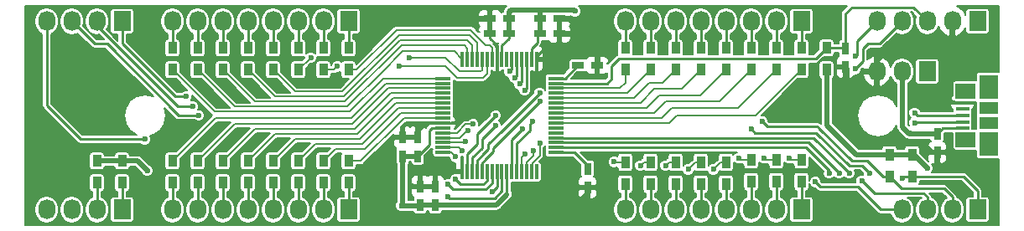
<source format=gbr>
G04 #@! TF.FileFunction,Copper,L1,Top,Signal*
%FSLAX46Y46*%
G04 Gerber Fmt 4.6, Leading zero omitted, Abs format (unit mm)*
G04 Created by KiCad (PCBNEW 4.0.1-stable) date 2017年02月15日水曜日 20:21:17*
%MOMM*%
G01*
G04 APERTURE LIST*
%ADD10C,0.100000*%
%ADD11R,0.750000X1.200000*%
%ADD12R,1.200000X0.750000*%
%ADD13R,1.727200X2.032000*%
%ADD14O,1.727200X2.032000*%
%ADD15R,1.350000X0.400000*%
%ADD16R,2.000000X1.500000*%
%ADD17R,1.900000X2.400000*%
%ADD18R,1.900000X1.300000*%
%ADD19R,0.900000X1.200000*%
%ADD20R,1.500000X0.300000*%
%ADD21R,0.300000X1.500000*%
%ADD22C,0.600000*%
%ADD23C,0.500000*%
%ADD24C,0.250000*%
%ADD25C,0.180000*%
%ADD26C,0.150000*%
G04 APERTURE END LIST*
D10*
D11*
X135001000Y-98105000D03*
X135001000Y-96205000D03*
X136525000Y-98105000D03*
X136525000Y-96205000D03*
D12*
X145730000Y-84201000D03*
X143830000Y-84201000D03*
X145730000Y-85725000D03*
X143830000Y-85725000D03*
D11*
X136779000Y-103058000D03*
X136779000Y-101158000D03*
X138303000Y-103058000D03*
X138303000Y-101158000D03*
D12*
X148910000Y-84201000D03*
X150810000Y-84201000D03*
X148910000Y-85725000D03*
X150810000Y-85725000D03*
D11*
X153670000Y-99380000D03*
X153670000Y-101280000D03*
D12*
X152720000Y-88900000D03*
X154620000Y-88900000D03*
D11*
X179705000Y-87188000D03*
X179705000Y-89088000D03*
X188976000Y-95824000D03*
X188976000Y-97724000D03*
D13*
X175260000Y-84455000D03*
D14*
X172720000Y-84455000D03*
X170180000Y-84455000D03*
X167640000Y-84455000D03*
X165100000Y-84455000D03*
X162560000Y-84455000D03*
X160020000Y-84455000D03*
X157480000Y-84455000D03*
D13*
X129540000Y-84455000D03*
D14*
X127000000Y-84455000D03*
X124460000Y-84455000D03*
X121920000Y-84455000D03*
X119380000Y-84455000D03*
X116840000Y-84455000D03*
X114300000Y-84455000D03*
X111760000Y-84455000D03*
D13*
X129540000Y-103505000D03*
D14*
X127000000Y-103505000D03*
X124460000Y-103505000D03*
X121920000Y-103505000D03*
X119380000Y-103505000D03*
X116840000Y-103505000D03*
X114300000Y-103505000D03*
X111760000Y-103505000D03*
D13*
X175260000Y-103505000D03*
D14*
X172720000Y-103505000D03*
X170180000Y-103505000D03*
X167640000Y-103505000D03*
X165100000Y-103505000D03*
X162560000Y-103505000D03*
X160020000Y-103505000D03*
X157480000Y-103505000D03*
D13*
X193040000Y-84455000D03*
D14*
X190500000Y-84455000D03*
X187960000Y-84455000D03*
X185420000Y-84455000D03*
X182880000Y-84455000D03*
D13*
X106680000Y-84455000D03*
D14*
X104140000Y-84455000D03*
X101600000Y-84455000D03*
X99060000Y-84455000D03*
D13*
X106680000Y-103505000D03*
D14*
X104140000Y-103505000D03*
X101600000Y-103505000D03*
X99060000Y-103505000D03*
D13*
X193040000Y-103505000D03*
D14*
X190500000Y-103505000D03*
X187960000Y-103505000D03*
X185420000Y-103505000D03*
D13*
X187960000Y-89535000D03*
D14*
X185420000Y-89535000D03*
X182880000Y-89535000D03*
D15*
X191515000Y-95280000D03*
X191515000Y-94630000D03*
X191515000Y-93980000D03*
X191515000Y-93330000D03*
X191515000Y-92680000D03*
D16*
X191840000Y-96430000D03*
X191840000Y-91530000D03*
D17*
X194190000Y-96880000D03*
X194190000Y-91080000D03*
D18*
X194190000Y-94780000D03*
X194190000Y-93180000D03*
D19*
X175260000Y-87165000D03*
X175260000Y-89365000D03*
X172720000Y-87165000D03*
X172720000Y-89365000D03*
X170180000Y-87165000D03*
X170180000Y-89365000D03*
X167640000Y-87165000D03*
X167640000Y-89365000D03*
X165100000Y-87165000D03*
X165100000Y-89365000D03*
X162560000Y-87165000D03*
X162560000Y-89365000D03*
X160020000Y-87165000D03*
X160020000Y-89365000D03*
X157480000Y-87165000D03*
X157480000Y-89365000D03*
X129540000Y-89365000D03*
X129540000Y-87165000D03*
X127000000Y-89365000D03*
X127000000Y-87165000D03*
X124460000Y-89365000D03*
X124460000Y-87165000D03*
X121920000Y-89365000D03*
X121920000Y-87165000D03*
X119380000Y-89365000D03*
X119380000Y-87165000D03*
X116840000Y-89365000D03*
X116840000Y-87165000D03*
X114300000Y-89365000D03*
X114300000Y-87165000D03*
X111760000Y-89365000D03*
X111760000Y-87165000D03*
X111760000Y-98595000D03*
X111760000Y-100795000D03*
X114300000Y-98595000D03*
X114300000Y-100795000D03*
X116840000Y-98595000D03*
X116840000Y-100795000D03*
X119380000Y-98595000D03*
X119380000Y-100795000D03*
X121920000Y-98595000D03*
X121920000Y-100795000D03*
X124460000Y-98595000D03*
X124460000Y-100795000D03*
X127000000Y-98595000D03*
X127000000Y-100795000D03*
X129540000Y-98595000D03*
X129540000Y-100795000D03*
X157480000Y-98722000D03*
X157480000Y-100922000D03*
X160020000Y-98722000D03*
X160020000Y-100922000D03*
X162560000Y-98722000D03*
X162560000Y-100922000D03*
X165100000Y-98722000D03*
X165100000Y-100922000D03*
X167640000Y-98722000D03*
X167640000Y-100922000D03*
X170180000Y-98468000D03*
X170180000Y-100668000D03*
X172720000Y-98468000D03*
X172720000Y-100668000D03*
X175260000Y-98468000D03*
X175260000Y-100668000D03*
X177800000Y-89365000D03*
X177800000Y-87165000D03*
X186436000Y-97960000D03*
X186436000Y-100160000D03*
X184150000Y-97960000D03*
X184150000Y-100160000D03*
D20*
X139080000Y-90230000D03*
X139080000Y-90730000D03*
X139080000Y-91230000D03*
X139080000Y-91730000D03*
X139080000Y-92230000D03*
X139080000Y-92730000D03*
X139080000Y-93230000D03*
X139080000Y-93730000D03*
X139080000Y-94230000D03*
X139080000Y-94730000D03*
X139080000Y-95230000D03*
X139080000Y-95730000D03*
X139080000Y-96230000D03*
X139080000Y-96730000D03*
X139080000Y-97230000D03*
X139080000Y-97730000D03*
D21*
X141030000Y-99680000D03*
X141530000Y-99680000D03*
X142030000Y-99680000D03*
X142530000Y-99680000D03*
X143030000Y-99680000D03*
X143530000Y-99680000D03*
X144030000Y-99680000D03*
X144530000Y-99680000D03*
X145030000Y-99680000D03*
X145530000Y-99680000D03*
X146030000Y-99680000D03*
X146530000Y-99680000D03*
X147030000Y-99680000D03*
X147530000Y-99680000D03*
X148030000Y-99680000D03*
X148530000Y-99680000D03*
D20*
X150480000Y-97730000D03*
X150480000Y-97230000D03*
X150480000Y-96730000D03*
X150480000Y-96230000D03*
X150480000Y-95730000D03*
X150480000Y-95230000D03*
X150480000Y-94730000D03*
X150480000Y-94230000D03*
X150480000Y-93730000D03*
X150480000Y-93230000D03*
X150480000Y-92730000D03*
X150480000Y-92230000D03*
X150480000Y-91730000D03*
X150480000Y-91230000D03*
X150480000Y-90730000D03*
X150480000Y-90230000D03*
D21*
X148530000Y-88280000D03*
X148030000Y-88280000D03*
X147530000Y-88280000D03*
X147030000Y-88280000D03*
X146530000Y-88280000D03*
X146030000Y-88280000D03*
X145530000Y-88280000D03*
X145030000Y-88280000D03*
X144530000Y-88280000D03*
X144030000Y-88280000D03*
X143530000Y-88280000D03*
X143030000Y-88280000D03*
X142530000Y-88280000D03*
X142030000Y-88280000D03*
X141530000Y-88280000D03*
X141030000Y-88280000D03*
D19*
X104140000Y-98595000D03*
X104140000Y-100795000D03*
X106680000Y-98595000D03*
X106680000Y-100795000D03*
D22*
X109220000Y-99568000D03*
X187960000Y-99314000D03*
X134874000Y-103124000D03*
X152400000Y-83439000D03*
X134112000Y-101092000D03*
X152146000Y-103378000D03*
X135890000Y-101092000D03*
X141732000Y-84328000D03*
X186436000Y-87630000D03*
X155448000Y-87122000D03*
X192024000Y-99314000D03*
X192024000Y-87376000D03*
X180086000Y-99822000D03*
X186182000Y-95758000D03*
X180721000Y-89281000D03*
X148844000Y-92583000D03*
X148844000Y-91694000D03*
X180721000Y-88011000D03*
X140335000Y-100457000D03*
X113157000Y-92075000D03*
X139573000Y-100965000D03*
X113792000Y-93091000D03*
X144018000Y-101727000D03*
X114427000Y-93980000D03*
X139573000Y-102235000D03*
X108966000Y-96393000D03*
X147320000Y-91440000D03*
X146812000Y-90805000D03*
X146304000Y-90170000D03*
X145796000Y-89535000D03*
X147066000Y-95377000D03*
X170180000Y-95377000D03*
X182118000Y-99822000D03*
X185420000Y-100330000D03*
X171323000Y-94615000D03*
X148082000Y-94615000D03*
X144399000Y-93980000D03*
X181356000Y-100584000D03*
X144399000Y-94996000D03*
X176657000Y-100711000D03*
X179070000Y-99822000D03*
X186690000Y-94742000D03*
X186690000Y-93726000D03*
X178054000Y-99822000D03*
X128397000Y-89027000D03*
X134620000Y-89027000D03*
X125730000Y-88138000D03*
X135636000Y-88138000D03*
X142113000Y-94869000D03*
X156337000Y-98679000D03*
X141605000Y-95504000D03*
X159004000Y-99060000D03*
X161544000Y-99060000D03*
X141351000Y-96647000D03*
X140970000Y-97536000D03*
X163830000Y-99441000D03*
X140335000Y-98171000D03*
X166370000Y-99441000D03*
X168910000Y-98298000D03*
X147320000Y-97917000D03*
X148209000Y-97536000D03*
X171450000Y-98298000D03*
X173990000Y-98298000D03*
X148844000Y-96774000D03*
D23*
X177833501Y-94962499D02*
X177833501Y-89398501D01*
X177833501Y-89398501D02*
X177800000Y-89365000D01*
X134874000Y-103124000D02*
X136713000Y-103124000D01*
X136713000Y-103124000D02*
X136779000Y-103058000D01*
X108247000Y-98595000D02*
X109220000Y-99568000D01*
X108247000Y-98595000D02*
X106680000Y-98595000D01*
X104140000Y-98595000D02*
X106680000Y-98595000D01*
X138303000Y-103058000D02*
X144465000Y-103058000D01*
D24*
X145530000Y-101969000D02*
X145530000Y-99680000D01*
D23*
X145530000Y-101993000D02*
X145530000Y-101969000D01*
X144465000Y-103058000D02*
X145530000Y-101993000D01*
X177800000Y-94928998D02*
X177833501Y-94962499D01*
X177833501Y-94962499D02*
X180831002Y-97960000D01*
X180831002Y-97960000D02*
X180831002Y-97976998D01*
X180831002Y-97976998D02*
X180831002Y-97960000D01*
X184150000Y-97960000D02*
X180831002Y-97960000D01*
X187960000Y-99314000D02*
X186606000Y-97960000D01*
X186606000Y-97960000D02*
X186436000Y-97960000D01*
X184150000Y-97960000D02*
X186436000Y-97960000D01*
X136779000Y-103058000D02*
X138303000Y-103058000D01*
X135001000Y-98105000D02*
X136525000Y-98105000D01*
X136713000Y-103124000D02*
X136779000Y-103058000D01*
X135001000Y-102997000D02*
X135001000Y-98105000D01*
X134874000Y-103124000D02*
X135001000Y-102997000D01*
X145730000Y-84201000D02*
X145730000Y-85725000D01*
X148910000Y-84201000D02*
X148910000Y-85725000D01*
X148910000Y-84201000D02*
X148910000Y-83312000D01*
X148910000Y-83312000D02*
X149098000Y-83312000D01*
X145730000Y-83505000D02*
X145730000Y-84201000D01*
X145923000Y-83312000D02*
X145730000Y-83505000D01*
X152273000Y-83312000D02*
X145923000Y-83312000D01*
X152400000Y-83439000D02*
X152273000Y-83312000D01*
D24*
X146304000Y-83312000D02*
X146050000Y-83312000D01*
X149098000Y-83312000D02*
X146304000Y-83312000D01*
X146050000Y-83312000D02*
X145730000Y-83632000D01*
X145730000Y-83632000D02*
X145730000Y-83754000D01*
X145796000Y-83820000D02*
X145730000Y-83820000D01*
X145730000Y-83754000D02*
X145796000Y-83820000D01*
X145730000Y-84455000D02*
X145730000Y-83820000D01*
X145730000Y-83820000D02*
X145730000Y-83632000D01*
X193040000Y-84455000D02*
X193040000Y-84074000D01*
X149098000Y-83312000D02*
X148910000Y-83500000D01*
X148910000Y-83500000D02*
X148910000Y-84455000D01*
X148910000Y-85725000D02*
X148910000Y-84455000D01*
X148030000Y-88280000D02*
X148030000Y-87174000D01*
X148590000Y-86614000D02*
X148590000Y-86045000D01*
X148030000Y-87174000D02*
X148590000Y-86614000D01*
X148590000Y-86045000D02*
X148910000Y-85725000D01*
X145730000Y-84455000D02*
X145730000Y-85725000D01*
X145030000Y-88280000D02*
X145030000Y-86872000D01*
X145030000Y-86872000D02*
X145730000Y-86172000D01*
X145730000Y-86172000D02*
X145730000Y-85725000D01*
X139080000Y-95230000D02*
X137942000Y-95230000D01*
X137942000Y-95230000D02*
X137668000Y-95504000D01*
X137668000Y-95504000D02*
X137668000Y-96962000D01*
X137668000Y-96962000D02*
X136525000Y-98105000D01*
D23*
X137287000Y-94869000D02*
X137160000Y-94869000D01*
X136525000Y-95504000D02*
X136525000Y-96205000D01*
X137160000Y-94869000D02*
X136525000Y-95504000D01*
X144018000Y-90424000D02*
X144530000Y-89912000D01*
D24*
X144530000Y-88280000D02*
X144530000Y-89912000D01*
D23*
X140577000Y-91198000D02*
X140970000Y-90805000D01*
X140970000Y-90805000D02*
X143637000Y-90805000D01*
X143637000Y-90805000D02*
X144018000Y-90424000D01*
X140577000Y-91198000D02*
X140577000Y-94730000D01*
D24*
X139080000Y-94730000D02*
X140577000Y-94730000D01*
X140577000Y-94730000D02*
X140589000Y-94742000D01*
D23*
X135001000Y-96205000D02*
X134173000Y-96205000D01*
X133858000Y-100838000D02*
X134112000Y-101092000D01*
X133858000Y-96520000D02*
X133858000Y-100838000D01*
X134173000Y-96205000D02*
X133858000Y-96520000D01*
X153670000Y-101280000D02*
X153670000Y-101854000D01*
X153670000Y-101854000D02*
X152146000Y-103378000D01*
X136779000Y-101158000D02*
X135956000Y-101158000D01*
X135956000Y-101158000D02*
X135890000Y-101092000D01*
X141859000Y-84201000D02*
X143830000Y-84201000D01*
X141732000Y-84328000D02*
X141859000Y-84201000D01*
X150810000Y-84201000D02*
X151765000Y-84201000D01*
X152908000Y-87122000D02*
X155448000Y-87122000D01*
X152146000Y-86360000D02*
X152908000Y-87122000D01*
X152146000Y-84582000D02*
X152146000Y-86360000D01*
X151765000Y-84201000D02*
X152146000Y-84582000D01*
X154686000Y-88834000D02*
X154686000Y-87884000D01*
X155448000Y-87122000D02*
X154940000Y-87630000D01*
X154940000Y-87630000D02*
X154686000Y-87884000D01*
X154686000Y-88834000D02*
X154620000Y-88900000D01*
X190500000Y-87376000D02*
X192024000Y-87376000D01*
X188976000Y-98806000D02*
X188976000Y-97724000D01*
X189484000Y-99314000D02*
X188976000Y-98806000D01*
X192024000Y-99314000D02*
X189484000Y-99314000D01*
X188976000Y-97724000D02*
X188402000Y-97724000D01*
X188402000Y-97724000D02*
X187452000Y-96774000D01*
X187452000Y-96774000D02*
X181102000Y-96774000D01*
X181102000Y-96774000D02*
X179832000Y-95504000D01*
X179832000Y-95504000D02*
X179832000Y-89215000D01*
X179832000Y-89215000D02*
X179705000Y-89088000D01*
D24*
X190119000Y-92202000D02*
X190119000Y-87757000D01*
X190597000Y-92680000D02*
X190119000Y-92202000D01*
X191515000Y-92680000D02*
X190597000Y-92680000D01*
X190119000Y-87757000D02*
X190246000Y-87630000D01*
D23*
X182880000Y-89535000D02*
X182880000Y-88392000D01*
X182880000Y-88392000D02*
X183642000Y-87630000D01*
X183642000Y-87630000D02*
X186436000Y-87630000D01*
X190500000Y-87376000D02*
X190500000Y-84455000D01*
X190246000Y-87630000D02*
X190500000Y-87376000D01*
X186436000Y-87630000D02*
X190246000Y-87630000D01*
D24*
X190119000Y-84836000D02*
X190500000Y-84455000D01*
D23*
X150810000Y-85725000D02*
X150810000Y-84201000D01*
X143830000Y-85725000D02*
X143830000Y-84201000D01*
X135001000Y-96205000D02*
X136525000Y-96205000D01*
X136779000Y-101158000D02*
X138303000Y-101158000D01*
D24*
X138303000Y-101158000D02*
X138303000Y-100076000D01*
X138303000Y-100076000D02*
X138699000Y-99680000D01*
X138699000Y-99680000D02*
X141030000Y-99680000D01*
X154432000Y-88712000D02*
X154620000Y-88900000D01*
X150810000Y-84455000D02*
X150810000Y-85725000D01*
X148530000Y-88280000D02*
X148530000Y-87944000D01*
X148530000Y-87944000D02*
X149352000Y-87122000D01*
X149352000Y-87122000D02*
X150114000Y-87122000D01*
X150114000Y-87122000D02*
X150810000Y-86426000D01*
X150810000Y-86426000D02*
X150810000Y-85725000D01*
X143830000Y-85725000D02*
X143830000Y-84455000D01*
X144530000Y-88280000D02*
X144530000Y-86872000D01*
X143830000Y-86172000D02*
X143830000Y-85725000D01*
X144530000Y-86872000D02*
X143830000Y-86172000D01*
X139080000Y-94730000D02*
X137426000Y-94730000D01*
X137426000Y-94730000D02*
X137287000Y-94869000D01*
X137287000Y-94869000D02*
X136525000Y-95631000D01*
X136525000Y-95631000D02*
X136525000Y-96205000D01*
X139080000Y-94730000D02*
X138000000Y-94730000D01*
X135255000Y-96205000D02*
X136525000Y-96205000D01*
X150480000Y-97730000D02*
X152340000Y-97730000D01*
X152340000Y-97730000D02*
X153670000Y-99060000D01*
X153670000Y-99060000D02*
X153670000Y-99380000D01*
X150480000Y-90230000D02*
X151390000Y-90230000D01*
X151390000Y-90230000D02*
X152720000Y-88900000D01*
X150480000Y-90730000D02*
X155650000Y-90730000D01*
X176700000Y-88265000D02*
X177800000Y-87165000D01*
X156845000Y-88265000D02*
X176700000Y-88265000D01*
X156083000Y-89027000D02*
X156845000Y-88265000D01*
X156083000Y-90297000D02*
X156083000Y-89027000D01*
X155650000Y-90730000D02*
X156083000Y-90297000D01*
X179705000Y-87188000D02*
X179705000Y-83693000D01*
X186563000Y-83058000D02*
X187960000Y-84455000D01*
X180340000Y-83058000D02*
X186563000Y-83058000D01*
X179705000Y-83693000D02*
X180340000Y-83058000D01*
X177800000Y-87165000D02*
X179682000Y-87165000D01*
X179682000Y-87165000D02*
X179705000Y-87188000D01*
X179324000Y-99060000D02*
X180086000Y-99822000D01*
X175006000Y-96230000D02*
X176494000Y-96230000D01*
X176494000Y-96230000D02*
X179324000Y-99060000D01*
X150480000Y-96230000D02*
X175006000Y-96230000D01*
X186182000Y-95824000D02*
X186121000Y-95824000D01*
X186182000Y-95758000D02*
X186182000Y-95824000D01*
D23*
X185483500Y-95186500D02*
X185483500Y-89598500D01*
X185483500Y-89598500D02*
X185420000Y-89535000D01*
X186121000Y-95824000D02*
X188976000Y-95824000D01*
X185420000Y-95123000D02*
X185483500Y-95186500D01*
X185483500Y-95186500D02*
X186121000Y-95824000D01*
D24*
X191515000Y-95280000D02*
X189520000Y-95280000D01*
X189520000Y-95280000D02*
X188976000Y-95824000D01*
X175260000Y-87165000D02*
X175260000Y-84455000D01*
X172720000Y-87165000D02*
X172720000Y-84455000D01*
X170180000Y-87165000D02*
X170180000Y-84455000D01*
X167640000Y-87165000D02*
X167640000Y-84455000D01*
X165100000Y-87165000D02*
X165100000Y-84455000D01*
X162560000Y-87165000D02*
X162560000Y-84455000D01*
X160020000Y-87165000D02*
X160020000Y-84455000D01*
X157480000Y-87165000D02*
X157480000Y-84455000D01*
X129540000Y-87165000D02*
X129540000Y-84455000D01*
X127000000Y-87165000D02*
X127000000Y-84455000D01*
X124460000Y-87165000D02*
X124460000Y-84455000D01*
X121920000Y-87165000D02*
X121920000Y-84455000D01*
X119380000Y-87165000D02*
X119380000Y-84455000D01*
X116840000Y-87165000D02*
X116840000Y-84455000D01*
X114300000Y-87165000D02*
X114300000Y-84455000D01*
X111760000Y-87165000D02*
X111760000Y-84455000D01*
X129540000Y-100795000D02*
X129540000Y-103505000D01*
X127000000Y-100795000D02*
X127000000Y-103505000D01*
X124460000Y-100795000D02*
X124460000Y-103505000D01*
X121920000Y-100795000D02*
X121920000Y-103505000D01*
X119380000Y-100795000D02*
X119380000Y-103505000D01*
X116840000Y-100795000D02*
X116840000Y-103505000D01*
X114300000Y-100795000D02*
X114300000Y-103505000D01*
X111760000Y-100795000D02*
X111760000Y-103505000D01*
X175260000Y-100795000D02*
X175260000Y-103505000D01*
X172720000Y-100795000D02*
X172720000Y-103505000D01*
X170180000Y-100795000D02*
X170180000Y-103505000D01*
X167640000Y-100795000D02*
X167640000Y-103505000D01*
X165100000Y-103505000D02*
X165100000Y-100922000D01*
X162560000Y-100922000D02*
X162560000Y-103505000D01*
X160020000Y-100922000D02*
X160020000Y-103505000D01*
X157480000Y-100922000D02*
X157480000Y-103505000D01*
X145542000Y-95885000D02*
X148844000Y-92583000D01*
X183134000Y-86741000D02*
X181991000Y-86741000D01*
X181991000Y-86741000D02*
X181483000Y-87249000D01*
X181483000Y-87249000D02*
X181483000Y-88519000D01*
X181483000Y-88519000D02*
X180721000Y-89281000D01*
X143030000Y-99680000D02*
X143030000Y-98778000D01*
X143030000Y-98778000D02*
X143383000Y-98425000D01*
X183134000Y-86741000D02*
X185420000Y-84455000D01*
X144145000Y-97663000D02*
X144145000Y-97282000D01*
X144145000Y-97282000D02*
X145542000Y-95885000D01*
X143383000Y-98425000D02*
X144145000Y-97663000D01*
X145034000Y-95504000D02*
X148844000Y-91694000D01*
X142530000Y-98516000D02*
X143129000Y-97917000D01*
X142530000Y-99680000D02*
X142530000Y-98516000D01*
X143637000Y-97409000D02*
X143637000Y-96901000D01*
X143637000Y-96901000D02*
X145034000Y-95504000D01*
X143129000Y-97917000D02*
X143637000Y-97409000D01*
X180848000Y-86487000D02*
X182880000Y-84455000D01*
X180848000Y-87884000D02*
X180848000Y-86487000D01*
X180721000Y-88011000D02*
X180848000Y-87884000D01*
X143530000Y-99680000D02*
X143530000Y-100564000D01*
X140843000Y-100965000D02*
X140335000Y-100457000D01*
X143129000Y-100965000D02*
X140843000Y-100965000D01*
X143530000Y-100564000D02*
X143129000Y-100965000D01*
X106680000Y-86741000D02*
X106680000Y-84455000D01*
X112014000Y-92075000D02*
X106680000Y-86741000D01*
X113157000Y-92075000D02*
X112014000Y-92075000D01*
X144030000Y-100826000D02*
X143383000Y-101473000D01*
X144030000Y-100826000D02*
X144030000Y-99680000D01*
X140081000Y-101473000D02*
X139573000Y-100965000D01*
X143383000Y-101473000D02*
X140081000Y-101473000D01*
X113792000Y-93091000D02*
X112522000Y-93091000D01*
X112522000Y-93091000D02*
X112268000Y-93091000D01*
X104140000Y-84963000D02*
X112268000Y-93091000D01*
X104140000Y-84963000D02*
X104140000Y-84455000D01*
X112395000Y-93980000D02*
X114427000Y-93980000D01*
X144530000Y-101215000D02*
X144018000Y-101727000D01*
X144530000Y-99680000D02*
X144530000Y-101215000D01*
X105156000Y-86741000D02*
X112395000Y-93980000D01*
X103886000Y-86741000D02*
X101600000Y-84455000D01*
X104775000Y-86741000D02*
X103886000Y-86741000D01*
X104775000Y-86741000D02*
X105156000Y-86741000D01*
X139954000Y-102362000D02*
X139700000Y-102362000D01*
X139700000Y-102362000D02*
X139573000Y-102235000D01*
X145030000Y-99680000D02*
X145030000Y-101604000D01*
X99060000Y-92964000D02*
X99060000Y-84455000D01*
X108966000Y-96393000D02*
X102489000Y-96393000D01*
X102489000Y-96393000D02*
X99060000Y-92964000D01*
X144272000Y-102362000D02*
X139954000Y-102362000D01*
X145030000Y-101604000D02*
X144272000Y-102362000D01*
X106680000Y-100795000D02*
X106680000Y-103505000D01*
X147530000Y-91230000D02*
X147320000Y-91440000D01*
X147530000Y-91230000D02*
X147530000Y-88280000D01*
X104140000Y-100795000D02*
X104140000Y-103505000D01*
X147030000Y-90587000D02*
X146812000Y-90805000D01*
X147030000Y-88280000D02*
X147030000Y-90587000D01*
X146530000Y-88280000D02*
X146530000Y-89944000D01*
X146530000Y-89944000D02*
X146304000Y-90170000D01*
X146030000Y-88280000D02*
X146030000Y-89301000D01*
X146030000Y-89301000D02*
X145796000Y-89535000D01*
X175260000Y-95730000D02*
X170533000Y-95730000D01*
X146030000Y-96413000D02*
X146030000Y-99680000D01*
X147066000Y-95377000D02*
X146030000Y-96413000D01*
X170533000Y-95730000D02*
X170180000Y-95377000D01*
X180086000Y-99060000D02*
X181356000Y-99060000D01*
X181356000Y-99060000D02*
X182118000Y-99822000D01*
X175232000Y-95730000D02*
X175260000Y-95730000D01*
X175260000Y-95730000D02*
X176756000Y-95730000D01*
X176756000Y-95730000D02*
X180086000Y-99060000D01*
X185590000Y-100160000D02*
X186436000Y-100160000D01*
X185420000Y-100330000D02*
X185590000Y-100160000D01*
X186436000Y-100160000D02*
X191600000Y-100160000D01*
X193040000Y-101600000D02*
X193040000Y-103505000D01*
X191600000Y-100160000D02*
X193040000Y-101600000D01*
X171323000Y-94615000D02*
X171831000Y-95123000D01*
X176911000Y-95123000D02*
X177018000Y-95230000D01*
X171831000Y-95123000D02*
X176911000Y-95123000D01*
X146530000Y-99680000D02*
X146530000Y-96802000D01*
X147828000Y-94869000D02*
X148082000Y-94615000D01*
X147828000Y-95504000D02*
X147828000Y-94869000D01*
X146530000Y-96802000D02*
X147828000Y-95504000D01*
X189484000Y-101388000D02*
X189653000Y-101388000D01*
X190500000Y-102235000D02*
X190500000Y-103505000D01*
X189653000Y-101388000D02*
X190500000Y-102235000D01*
X185378000Y-101388000D02*
X189484000Y-101388000D01*
X189484000Y-101388000D02*
X189526000Y-101388000D01*
X180848000Y-98552000D02*
X181864000Y-98552000D01*
X181864000Y-98552000D02*
X183472000Y-100160000D01*
X177018000Y-95230000D02*
X180340000Y-98552000D01*
X183472000Y-100160000D02*
X184150000Y-100160000D01*
X180340000Y-98552000D02*
X180848000Y-98552000D01*
X185378000Y-101388000D02*
X184150000Y-100160000D01*
X141530000Y-98171000D02*
X141530000Y-97865000D01*
X141530000Y-97865000D02*
X142494000Y-96901000D01*
X141530000Y-98298000D02*
X141530000Y-98171000D01*
X142494000Y-96901000D02*
X142494000Y-95885000D01*
X142494000Y-95885000D02*
X144145000Y-94234000D01*
X187960000Y-103505000D02*
X187960000Y-102235000D01*
X144399000Y-93980000D02*
X144145000Y-94234000D01*
X182626000Y-101854000D02*
X181356000Y-100584000D01*
X187579000Y-101854000D02*
X182626000Y-101854000D01*
X187960000Y-102235000D02*
X187579000Y-101854000D01*
X141530000Y-98298000D02*
X141530000Y-99680000D01*
X142030000Y-99680000D02*
X142030000Y-98254000D01*
X143002000Y-96393000D02*
X144399000Y-94996000D01*
X143002000Y-97282000D02*
X143002000Y-96393000D01*
X142030000Y-98254000D02*
X143002000Y-97282000D01*
X183261000Y-103505000D02*
X185420000Y-103505000D01*
X180975000Y-101219000D02*
X183261000Y-103505000D01*
X177165000Y-101219000D02*
X180975000Y-101219000D01*
X176657000Y-100711000D02*
X177165000Y-101219000D01*
X174200000Y-96730000D02*
X175978000Y-96730000D01*
X150480000Y-96730000D02*
X174200000Y-96730000D01*
X175978000Y-96730000D02*
X179070000Y-99822000D01*
X186802000Y-94630000D02*
X191515000Y-94630000D01*
X186690000Y-94742000D02*
X186802000Y-94630000D01*
X150480000Y-97230000D02*
X175716000Y-97230000D01*
X186944000Y-93980000D02*
X191515000Y-93980000D01*
X186690000Y-93726000D02*
X186944000Y-93980000D01*
X178054000Y-99568000D02*
X178054000Y-99822000D01*
X177800000Y-99314000D02*
X178054000Y-99568000D01*
X175716000Y-97230000D02*
X177800000Y-99314000D01*
D25*
X161925000Y-94730000D02*
X161937000Y-94730000D01*
X170645000Y-93980000D02*
X175260000Y-89365000D01*
X162687000Y-93980000D02*
X170645000Y-93980000D01*
X161937000Y-94730000D02*
X162687000Y-93980000D01*
X150480000Y-94730000D02*
X161925000Y-94730000D01*
X161163000Y-94230000D02*
X161167000Y-94230000D01*
X168867000Y-93218000D02*
X172720000Y-89365000D01*
X162179000Y-93218000D02*
X168867000Y-93218000D01*
X161167000Y-94230000D02*
X162179000Y-93218000D01*
X150480000Y-94230000D02*
X161163000Y-94230000D01*
X160274000Y-93730000D02*
X160397000Y-93730000D01*
X166962000Y-92583000D02*
X170180000Y-89365000D01*
X161544000Y-92583000D02*
X166962000Y-92583000D01*
X160397000Y-93730000D02*
X161544000Y-92583000D01*
X150480000Y-93730000D02*
X160274000Y-93730000D01*
X159639000Y-93230000D02*
X159639000Y-93218000D01*
X165057000Y-91948000D02*
X167640000Y-89365000D01*
X160909000Y-91948000D02*
X165057000Y-91948000D01*
X159639000Y-93218000D02*
X160909000Y-91948000D01*
X150480000Y-93230000D02*
X159639000Y-93230000D01*
X159004000Y-92730000D02*
X159004000Y-92710000D01*
X163152000Y-91313000D02*
X165100000Y-89365000D01*
X160401000Y-91313000D02*
X163152000Y-91313000D01*
X159004000Y-92710000D02*
X160401000Y-91313000D01*
X150480000Y-92730000D02*
X159004000Y-92730000D01*
X158369000Y-92202000D02*
X150508000Y-92202000D01*
X150508000Y-92202000D02*
X150480000Y-92230000D01*
X161247000Y-90678000D02*
X162560000Y-89365000D01*
X159893000Y-90678000D02*
X161247000Y-90678000D01*
X158341000Y-92230000D02*
X158369000Y-92202000D01*
X158369000Y-92202000D02*
X159893000Y-90678000D01*
X156591000Y-91730000D02*
X157655000Y-91730000D01*
X157655000Y-91730000D02*
X160020000Y-89365000D01*
X150480000Y-91730000D02*
X156591000Y-91730000D01*
X150480000Y-91230000D02*
X156928000Y-91230000D01*
X157480000Y-90678000D02*
X157480000Y-89365000D01*
X156928000Y-91230000D02*
X157480000Y-90678000D01*
X144030000Y-88280000D02*
X144030000Y-87134000D01*
X130345000Y-89365000D02*
X129540000Y-89365000D01*
X134366000Y-85344000D02*
X130345000Y-89365000D01*
X141860398Y-85344000D02*
X134366000Y-85344000D01*
X143384398Y-86868000D02*
X141860398Y-85344000D01*
X143764000Y-86868000D02*
X143384398Y-86868000D01*
X144030000Y-87134000D02*
X143764000Y-86868000D01*
X143530000Y-88280000D02*
X143530000Y-89769000D01*
X128059000Y-89365000D02*
X127000000Y-89365000D01*
X128397000Y-89027000D02*
X128059000Y-89365000D01*
X139319000Y-89027000D02*
X134620000Y-89027000D01*
X140462000Y-90170000D02*
X139319000Y-89027000D01*
X143129000Y-90170000D02*
X140462000Y-90170000D01*
X143530000Y-89769000D02*
X143129000Y-90170000D01*
X143030000Y-88280000D02*
X143030000Y-89380000D01*
X125730000Y-88138000D02*
X124503000Y-89365000D01*
X139319000Y-88138000D02*
X135636000Y-88138000D01*
X140716000Y-89535000D02*
X139319000Y-88138000D01*
X142875000Y-89535000D02*
X140716000Y-89535000D01*
X143030000Y-89380000D02*
X142875000Y-89535000D01*
X124503000Y-89365000D02*
X124460000Y-89365000D01*
X142530000Y-88280000D02*
X142530000Y-86650000D01*
X124122000Y-91567000D02*
X121920000Y-89365000D01*
X128902204Y-91567000D02*
X124122000Y-91567000D01*
X134617204Y-85852000D02*
X128902204Y-91567000D01*
X141732000Y-85852000D02*
X134617204Y-85852000D01*
X142530000Y-86650000D02*
X141732000Y-85852000D01*
X142030000Y-88280000D02*
X142030000Y-86912000D01*
X122090000Y-92075000D02*
X119380000Y-89365000D01*
X129030602Y-92075000D02*
X122090000Y-92075000D01*
X134745602Y-86360000D02*
X129030602Y-92075000D01*
X141478000Y-86360000D02*
X134745602Y-86360000D01*
X142030000Y-86912000D02*
X141478000Y-86360000D01*
X119380000Y-89535000D02*
X119380000Y-89365000D01*
X141530000Y-88280000D02*
X141530000Y-87174000D01*
X120058000Y-92583000D02*
X116840000Y-89365000D01*
X129159000Y-92583000D02*
X120058000Y-92583000D01*
X134874000Y-86868000D02*
X129159000Y-92583000D01*
X141224000Y-86868000D02*
X134874000Y-86868000D01*
X141530000Y-87174000D02*
X141224000Y-86868000D01*
X132842000Y-89662000D02*
X135001000Y-87503000D01*
X140253000Y-87503000D02*
X141030000Y-88280000D01*
X135001000Y-87503000D02*
X140253000Y-87503000D01*
X118026000Y-93091000D02*
X114300000Y-89365000D01*
X129413000Y-93091000D02*
X118026000Y-93091000D01*
X132842000Y-89662000D02*
X129413000Y-93091000D01*
X139080000Y-90230000D02*
X133036000Y-90230000D01*
X115994000Y-93599000D02*
X111760000Y-89365000D01*
X129667000Y-93599000D02*
X115994000Y-93599000D01*
X133036000Y-90230000D02*
X129667000Y-93599000D01*
X139080000Y-90730000D02*
X133298000Y-90730000D01*
X116121000Y-94234000D02*
X111760000Y-98595000D01*
X129794000Y-94234000D02*
X116121000Y-94234000D01*
X133298000Y-90730000D02*
X129794000Y-94234000D01*
X139080000Y-91230000D02*
X133560000Y-91230000D01*
X118026000Y-94869000D02*
X114300000Y-98595000D01*
X129921000Y-94869000D02*
X118026000Y-94869000D01*
X133560000Y-91230000D02*
X129921000Y-94869000D01*
X139080000Y-91730000D02*
X133822000Y-91730000D01*
X120058000Y-95377000D02*
X116840000Y-98595000D01*
X130175000Y-95377000D02*
X120058000Y-95377000D01*
X133822000Y-91730000D02*
X130175000Y-95377000D01*
X139080000Y-92230000D02*
X134084000Y-92230000D01*
X122090000Y-95885000D02*
X119380000Y-98595000D01*
X130429000Y-95885000D02*
X122090000Y-95885000D01*
X134084000Y-92230000D02*
X130429000Y-95885000D01*
X139080000Y-92730000D02*
X134346000Y-92730000D01*
X124122000Y-96393000D02*
X121920000Y-98595000D01*
X130683000Y-96393000D02*
X124122000Y-96393000D01*
X134346000Y-92730000D02*
X130683000Y-96393000D01*
X139080000Y-93230000D02*
X134608000Y-93230000D01*
X126154000Y-96901000D02*
X124460000Y-98595000D01*
X130937000Y-96901000D02*
X126154000Y-96901000D01*
X134608000Y-93230000D02*
X130937000Y-96901000D01*
X139080000Y-93730000D02*
X134870000Y-93730000D01*
X128186000Y-97409000D02*
X127000000Y-98595000D01*
X131191000Y-97409000D02*
X128186000Y-97409000D01*
X134870000Y-93730000D02*
X131191000Y-97409000D01*
X139080000Y-94230000D02*
X135132000Y-94230000D01*
X135132000Y-94230000D02*
X134874000Y-94488000D01*
X129540000Y-98595000D02*
X130767000Y-98595000D01*
X130767000Y-98595000D02*
X134874000Y-94488000D01*
X134874000Y-94488000D02*
X135001000Y-94361000D01*
X140490000Y-95730000D02*
X141351000Y-94869000D01*
X141351000Y-94869000D02*
X142113000Y-94869000D01*
X140490000Y-95730000D02*
X139080000Y-95730000D01*
X156380000Y-98722000D02*
X157480000Y-98722000D01*
X156337000Y-98679000D02*
X156380000Y-98722000D01*
X139080000Y-96230000D02*
X140793002Y-96230000D01*
X141519002Y-95504000D02*
X141605000Y-95504000D01*
X140793002Y-96230000D02*
X141519002Y-95504000D01*
X159342000Y-98722000D02*
X160020000Y-98722000D01*
X159004000Y-99060000D02*
X159342000Y-98722000D01*
X159850000Y-98722000D02*
X160020000Y-98722000D01*
X159850000Y-98722000D02*
X160020000Y-98722000D01*
X139080000Y-96730000D02*
X141268000Y-96730000D01*
X161882000Y-98722000D02*
X162560000Y-98722000D01*
X161544000Y-99060000D02*
X161882000Y-98722000D01*
X141268000Y-96730000D02*
X141351000Y-96647000D01*
X139080000Y-97230000D02*
X140664000Y-97230000D01*
X140664000Y-97230000D02*
X140970000Y-97536000D01*
X164549000Y-98722000D02*
X165100000Y-98722000D01*
X163830000Y-99441000D02*
X164549000Y-98722000D01*
X139080000Y-97730000D02*
X139894000Y-97730000D01*
X139894000Y-97730000D02*
X140335000Y-98171000D01*
X167089000Y-98722000D02*
X167640000Y-98722000D01*
X166370000Y-99441000D02*
X167089000Y-98722000D01*
X169080000Y-98468000D02*
X168910000Y-98298000D01*
X170180000Y-98468000D02*
X169080000Y-98468000D01*
X147030000Y-98207000D02*
X147030000Y-99680000D01*
X147320000Y-97917000D02*
X147030000Y-98207000D01*
X147530000Y-99680000D02*
X147530000Y-98723000D01*
X148209000Y-98044000D02*
X148209000Y-97536000D01*
X147530000Y-98723000D02*
X148209000Y-98044000D01*
X171450000Y-98298000D02*
X171620000Y-98468000D01*
X172720000Y-98468000D02*
X171620000Y-98468000D01*
X175260000Y-98468000D02*
X174160000Y-98468000D01*
X174160000Y-98468000D02*
X173990000Y-98298000D01*
X148082000Y-98806000D02*
X148082000Y-99628000D01*
X148844000Y-98044000D02*
X148082000Y-98806000D01*
X148844000Y-96774000D02*
X148844000Y-98044000D01*
X148082000Y-99628000D02*
X148030000Y-99680000D01*
X175260000Y-98468000D02*
X174582000Y-98468000D01*
X174922000Y-98468000D02*
X175260000Y-98468000D01*
D26*
G36*
X145323414Y-83098414D02*
X145198769Y-83284957D01*
X145157062Y-83494633D01*
X145130000Y-83494633D01*
X145009562Y-83517295D01*
X144949243Y-83556110D01*
X144924244Y-83495757D01*
X144760243Y-83331756D01*
X144545966Y-83243000D01*
X144154750Y-83243000D01*
X144009000Y-83388750D01*
X144009000Y-84022000D01*
X144029000Y-84022000D01*
X144029000Y-84380000D01*
X144009000Y-84380000D01*
X144009000Y-85546000D01*
X144029000Y-85546000D01*
X144029000Y-85904000D01*
X144009000Y-85904000D01*
X144009000Y-85924000D01*
X143651000Y-85924000D01*
X143651000Y-85904000D01*
X143631000Y-85904000D01*
X143631000Y-85546000D01*
X143651000Y-85546000D01*
X143651000Y-84380000D01*
X142792750Y-84380000D01*
X142647000Y-84525750D01*
X142647000Y-84691966D01*
X142735756Y-84906243D01*
X142792513Y-84963000D01*
X142735756Y-85019757D01*
X142647000Y-85234034D01*
X142647000Y-85400250D01*
X142792748Y-85545998D01*
X142649295Y-85545998D01*
X142153847Y-85050551D01*
X142145150Y-85044740D01*
X142019212Y-84960590D01*
X141860398Y-84929000D01*
X134366000Y-84929000D01*
X134207186Y-84960590D01*
X134153259Y-84996623D01*
X134072551Y-85050550D01*
X130321367Y-88801735D01*
X130321367Y-88765000D01*
X130298705Y-88644562D01*
X130227526Y-88533947D01*
X130118920Y-88459740D01*
X129990000Y-88433633D01*
X129090000Y-88433633D01*
X128969562Y-88456295D01*
X128858947Y-88527474D01*
X128827460Y-88573557D01*
X128751496Y-88497460D01*
X128521866Y-88402109D01*
X128273225Y-88401892D01*
X128043429Y-88496842D01*
X127867460Y-88672504D01*
X127781367Y-88879838D01*
X127781367Y-88765000D01*
X127758705Y-88644562D01*
X127687526Y-88533947D01*
X127578920Y-88459740D01*
X127450000Y-88433633D01*
X126550000Y-88433633D01*
X126429562Y-88456295D01*
X126318947Y-88527474D01*
X126244740Y-88636080D01*
X126218633Y-88765000D01*
X126218633Y-89965000D01*
X126241295Y-90085438D01*
X126312474Y-90196053D01*
X126421080Y-90270260D01*
X126550000Y-90296367D01*
X127450000Y-90296367D01*
X127570438Y-90273705D01*
X127681053Y-90202526D01*
X127755260Y-90093920D01*
X127781367Y-89965000D01*
X127781367Y-89780000D01*
X128059000Y-89780000D01*
X128217814Y-89748410D01*
X128352449Y-89658449D01*
X128358931Y-89651967D01*
X128520775Y-89652108D01*
X128750571Y-89557158D01*
X128758633Y-89549110D01*
X128758633Y-89965000D01*
X128781295Y-90085438D01*
X128852474Y-90196053D01*
X128961080Y-90270260D01*
X129090000Y-90296367D01*
X129585939Y-90296367D01*
X128730306Y-91152000D01*
X124293899Y-91152000D01*
X122701367Y-89559469D01*
X122701367Y-88765000D01*
X122678705Y-88644562D01*
X122607526Y-88533947D01*
X122498920Y-88459740D01*
X122370000Y-88433633D01*
X121470000Y-88433633D01*
X121349562Y-88456295D01*
X121238947Y-88527474D01*
X121164740Y-88636080D01*
X121138633Y-88765000D01*
X121138633Y-89965000D01*
X121161295Y-90085438D01*
X121232474Y-90196053D01*
X121341080Y-90270260D01*
X121470000Y-90296367D01*
X122264469Y-90296367D01*
X123628101Y-91660000D01*
X122261898Y-91660000D01*
X120161367Y-89559469D01*
X120161367Y-88765000D01*
X120138705Y-88644562D01*
X120067526Y-88533947D01*
X119958920Y-88459740D01*
X119830000Y-88433633D01*
X118930000Y-88433633D01*
X118809562Y-88456295D01*
X118698947Y-88527474D01*
X118624740Y-88636080D01*
X118598633Y-88765000D01*
X118598633Y-89965000D01*
X118621295Y-90085438D01*
X118692474Y-90196053D01*
X118801080Y-90270260D01*
X118930000Y-90296367D01*
X119724469Y-90296367D01*
X121596102Y-92168000D01*
X120229898Y-92168000D01*
X117621367Y-89559469D01*
X117621367Y-88765000D01*
X117598705Y-88644562D01*
X117527526Y-88533947D01*
X117418920Y-88459740D01*
X117290000Y-88433633D01*
X116390000Y-88433633D01*
X116269562Y-88456295D01*
X116158947Y-88527474D01*
X116084740Y-88636080D01*
X116058633Y-88765000D01*
X116058633Y-89965000D01*
X116081295Y-90085438D01*
X116152474Y-90196053D01*
X116261080Y-90270260D01*
X116390000Y-90296367D01*
X117184469Y-90296367D01*
X119564102Y-92676000D01*
X118197899Y-92676000D01*
X115081367Y-89559469D01*
X115081367Y-88765000D01*
X115058705Y-88644562D01*
X114987526Y-88533947D01*
X114878920Y-88459740D01*
X114750000Y-88433633D01*
X113850000Y-88433633D01*
X113729562Y-88456295D01*
X113618947Y-88527474D01*
X113544740Y-88636080D01*
X113518633Y-88765000D01*
X113518633Y-89965000D01*
X113541295Y-90085438D01*
X113612474Y-90196053D01*
X113721080Y-90270260D01*
X113850000Y-90296367D01*
X114644469Y-90296367D01*
X117532101Y-93184000D01*
X116165898Y-93184000D01*
X112541367Y-89559469D01*
X112541367Y-88765000D01*
X112518705Y-88644562D01*
X112447526Y-88533947D01*
X112338920Y-88459740D01*
X112210000Y-88433633D01*
X111310000Y-88433633D01*
X111189562Y-88456295D01*
X111078947Y-88527474D01*
X111004740Y-88636080D01*
X110978633Y-88765000D01*
X110978633Y-89965000D01*
X111001295Y-90085438D01*
X111072474Y-90196053D01*
X111181080Y-90270260D01*
X111310000Y-90296367D01*
X112104469Y-90296367D01*
X113258190Y-91450088D01*
X113033225Y-91449892D01*
X112803429Y-91544842D01*
X112723131Y-91625000D01*
X112200396Y-91625000D01*
X107130000Y-86554604D01*
X107130000Y-85802367D01*
X107543600Y-85802367D01*
X107664038Y-85779705D01*
X107774653Y-85708526D01*
X107848860Y-85599920D01*
X107874967Y-85471000D01*
X107874967Y-84276328D01*
X110571400Y-84276328D01*
X110571400Y-84633672D01*
X110661877Y-85088530D01*
X110919533Y-85474139D01*
X111305142Y-85731795D01*
X111310000Y-85732761D01*
X111310000Y-86233633D01*
X111189562Y-86256295D01*
X111078947Y-86327474D01*
X111004740Y-86436080D01*
X110978633Y-86565000D01*
X110978633Y-87765000D01*
X111001295Y-87885438D01*
X111072474Y-87996053D01*
X111181080Y-88070260D01*
X111310000Y-88096367D01*
X112210000Y-88096367D01*
X112330438Y-88073705D01*
X112441053Y-88002526D01*
X112515260Y-87893920D01*
X112541367Y-87765000D01*
X112541367Y-86565000D01*
X112518705Y-86444562D01*
X112447526Y-86333947D01*
X112338920Y-86259740D01*
X112210000Y-86233633D01*
X112210000Y-85732761D01*
X112214858Y-85731795D01*
X112600467Y-85474139D01*
X112858123Y-85088530D01*
X112948600Y-84633672D01*
X112948600Y-84276328D01*
X113111400Y-84276328D01*
X113111400Y-84633672D01*
X113201877Y-85088530D01*
X113459533Y-85474139D01*
X113845142Y-85731795D01*
X113850000Y-85732761D01*
X113850000Y-86233633D01*
X113729562Y-86256295D01*
X113618947Y-86327474D01*
X113544740Y-86436080D01*
X113518633Y-86565000D01*
X113518633Y-87765000D01*
X113541295Y-87885438D01*
X113612474Y-87996053D01*
X113721080Y-88070260D01*
X113850000Y-88096367D01*
X114750000Y-88096367D01*
X114870438Y-88073705D01*
X114981053Y-88002526D01*
X115055260Y-87893920D01*
X115081367Y-87765000D01*
X115081367Y-86565000D01*
X115058705Y-86444562D01*
X114987526Y-86333947D01*
X114878920Y-86259740D01*
X114750000Y-86233633D01*
X114750000Y-85732761D01*
X114754858Y-85731795D01*
X115140467Y-85474139D01*
X115398123Y-85088530D01*
X115488600Y-84633672D01*
X115488600Y-84276328D01*
X115651400Y-84276328D01*
X115651400Y-84633672D01*
X115741877Y-85088530D01*
X115999533Y-85474139D01*
X116385142Y-85731795D01*
X116390000Y-85732761D01*
X116390000Y-86233633D01*
X116269562Y-86256295D01*
X116158947Y-86327474D01*
X116084740Y-86436080D01*
X116058633Y-86565000D01*
X116058633Y-87765000D01*
X116081295Y-87885438D01*
X116152474Y-87996053D01*
X116261080Y-88070260D01*
X116390000Y-88096367D01*
X117290000Y-88096367D01*
X117410438Y-88073705D01*
X117521053Y-88002526D01*
X117595260Y-87893920D01*
X117621367Y-87765000D01*
X117621367Y-86565000D01*
X117598705Y-86444562D01*
X117527526Y-86333947D01*
X117418920Y-86259740D01*
X117290000Y-86233633D01*
X117290000Y-85732761D01*
X117294858Y-85731795D01*
X117680467Y-85474139D01*
X117938123Y-85088530D01*
X118028600Y-84633672D01*
X118028600Y-84276328D01*
X118191400Y-84276328D01*
X118191400Y-84633672D01*
X118281877Y-85088530D01*
X118539533Y-85474139D01*
X118925142Y-85731795D01*
X118930000Y-85732761D01*
X118930000Y-86233633D01*
X118809562Y-86256295D01*
X118698947Y-86327474D01*
X118624740Y-86436080D01*
X118598633Y-86565000D01*
X118598633Y-87765000D01*
X118621295Y-87885438D01*
X118692474Y-87996053D01*
X118801080Y-88070260D01*
X118930000Y-88096367D01*
X119830000Y-88096367D01*
X119950438Y-88073705D01*
X120061053Y-88002526D01*
X120135260Y-87893920D01*
X120161367Y-87765000D01*
X120161367Y-86565000D01*
X120138705Y-86444562D01*
X120067526Y-86333947D01*
X119958920Y-86259740D01*
X119830000Y-86233633D01*
X119830000Y-85732761D01*
X119834858Y-85731795D01*
X120220467Y-85474139D01*
X120478123Y-85088530D01*
X120568600Y-84633672D01*
X120568600Y-84276328D01*
X120731400Y-84276328D01*
X120731400Y-84633672D01*
X120821877Y-85088530D01*
X121079533Y-85474139D01*
X121465142Y-85731795D01*
X121470000Y-85732761D01*
X121470000Y-86233633D01*
X121349562Y-86256295D01*
X121238947Y-86327474D01*
X121164740Y-86436080D01*
X121138633Y-86565000D01*
X121138633Y-87765000D01*
X121161295Y-87885438D01*
X121232474Y-87996053D01*
X121341080Y-88070260D01*
X121470000Y-88096367D01*
X122370000Y-88096367D01*
X122490438Y-88073705D01*
X122601053Y-88002526D01*
X122675260Y-87893920D01*
X122701367Y-87765000D01*
X122701367Y-86565000D01*
X122678705Y-86444562D01*
X122607526Y-86333947D01*
X122498920Y-86259740D01*
X122370000Y-86233633D01*
X122370000Y-85732761D01*
X122374858Y-85731795D01*
X122760467Y-85474139D01*
X123018123Y-85088530D01*
X123108600Y-84633672D01*
X123108600Y-84276328D01*
X123271400Y-84276328D01*
X123271400Y-84633672D01*
X123361877Y-85088530D01*
X123619533Y-85474139D01*
X124005142Y-85731795D01*
X124010000Y-85732761D01*
X124010000Y-86233633D01*
X123889562Y-86256295D01*
X123778947Y-86327474D01*
X123704740Y-86436080D01*
X123678633Y-86565000D01*
X123678633Y-87765000D01*
X123701295Y-87885438D01*
X123772474Y-87996053D01*
X123881080Y-88070260D01*
X124010000Y-88096367D01*
X124910000Y-88096367D01*
X125030438Y-88073705D01*
X125105098Y-88025662D01*
X125104967Y-88176135D01*
X124847469Y-88433633D01*
X124010000Y-88433633D01*
X123889562Y-88456295D01*
X123778947Y-88527474D01*
X123704740Y-88636080D01*
X123678633Y-88765000D01*
X123678633Y-89965000D01*
X123701295Y-90085438D01*
X123772474Y-90196053D01*
X123881080Y-90270260D01*
X124010000Y-90296367D01*
X124910000Y-90296367D01*
X125030438Y-90273705D01*
X125141053Y-90202526D01*
X125215260Y-90093920D01*
X125241367Y-89965000D01*
X125241367Y-89213531D01*
X125691931Y-88762967D01*
X125853775Y-88763108D01*
X126083571Y-88668158D01*
X126259540Y-88492496D01*
X126354891Y-88262866D01*
X126355098Y-88025177D01*
X126421080Y-88070260D01*
X126550000Y-88096367D01*
X127450000Y-88096367D01*
X127570438Y-88073705D01*
X127681053Y-88002526D01*
X127755260Y-87893920D01*
X127781367Y-87765000D01*
X127781367Y-86565000D01*
X127758705Y-86444562D01*
X127687526Y-86333947D01*
X127578920Y-86259740D01*
X127450000Y-86233633D01*
X127450000Y-85732761D01*
X127454858Y-85731795D01*
X127840467Y-85474139D01*
X128098123Y-85088530D01*
X128188600Y-84633672D01*
X128188600Y-84276328D01*
X128098123Y-83821470D01*
X127842565Y-83439000D01*
X128345033Y-83439000D01*
X128345033Y-85471000D01*
X128367695Y-85591438D01*
X128438874Y-85702053D01*
X128547480Y-85776260D01*
X128676400Y-85802367D01*
X129090000Y-85802367D01*
X129090000Y-86233633D01*
X128969562Y-86256295D01*
X128858947Y-86327474D01*
X128784740Y-86436080D01*
X128758633Y-86565000D01*
X128758633Y-87765000D01*
X128781295Y-87885438D01*
X128852474Y-87996053D01*
X128961080Y-88070260D01*
X129090000Y-88096367D01*
X129990000Y-88096367D01*
X130110438Y-88073705D01*
X130221053Y-88002526D01*
X130295260Y-87893920D01*
X130321367Y-87765000D01*
X130321367Y-86565000D01*
X130298705Y-86444562D01*
X130227526Y-86333947D01*
X130118920Y-86259740D01*
X129990000Y-86233633D01*
X129990000Y-85802367D01*
X130403600Y-85802367D01*
X130524038Y-85779705D01*
X130634653Y-85708526D01*
X130708860Y-85599920D01*
X130734967Y-85471000D01*
X130734967Y-83710034D01*
X142647000Y-83710034D01*
X142647000Y-83876250D01*
X142792750Y-84022000D01*
X143651000Y-84022000D01*
X143651000Y-83388750D01*
X143505250Y-83243000D01*
X143114034Y-83243000D01*
X142899757Y-83331756D01*
X142735756Y-83495757D01*
X142647000Y-83710034D01*
X130734967Y-83710034D01*
X130734967Y-83439000D01*
X130712305Y-83318562D01*
X130641126Y-83207947D01*
X130532520Y-83133740D01*
X130403600Y-83107633D01*
X128676400Y-83107633D01*
X128555962Y-83130295D01*
X128445347Y-83201474D01*
X128371140Y-83310080D01*
X128345033Y-83439000D01*
X127842565Y-83439000D01*
X127840467Y-83435861D01*
X127454858Y-83178205D01*
X127000000Y-83087728D01*
X126545142Y-83178205D01*
X126159533Y-83435861D01*
X125901877Y-83821470D01*
X125811400Y-84276328D01*
X125811400Y-84633672D01*
X125901877Y-85088530D01*
X126159533Y-85474139D01*
X126545142Y-85731795D01*
X126550000Y-85732761D01*
X126550000Y-86233633D01*
X126429562Y-86256295D01*
X126318947Y-86327474D01*
X126244740Y-86436080D01*
X126218633Y-86565000D01*
X126218633Y-87742831D01*
X126084496Y-87608460D01*
X125854866Y-87513109D01*
X125606225Y-87512892D01*
X125376429Y-87607842D01*
X125241367Y-87742668D01*
X125241367Y-86565000D01*
X125218705Y-86444562D01*
X125147526Y-86333947D01*
X125038920Y-86259740D01*
X124910000Y-86233633D01*
X124910000Y-85732761D01*
X124914858Y-85731795D01*
X125300467Y-85474139D01*
X125558123Y-85088530D01*
X125648600Y-84633672D01*
X125648600Y-84276328D01*
X125558123Y-83821470D01*
X125300467Y-83435861D01*
X124914858Y-83178205D01*
X124460000Y-83087728D01*
X124005142Y-83178205D01*
X123619533Y-83435861D01*
X123361877Y-83821470D01*
X123271400Y-84276328D01*
X123108600Y-84276328D01*
X123018123Y-83821470D01*
X122760467Y-83435861D01*
X122374858Y-83178205D01*
X121920000Y-83087728D01*
X121465142Y-83178205D01*
X121079533Y-83435861D01*
X120821877Y-83821470D01*
X120731400Y-84276328D01*
X120568600Y-84276328D01*
X120478123Y-83821470D01*
X120220467Y-83435861D01*
X119834858Y-83178205D01*
X119380000Y-83087728D01*
X118925142Y-83178205D01*
X118539533Y-83435861D01*
X118281877Y-83821470D01*
X118191400Y-84276328D01*
X118028600Y-84276328D01*
X117938123Y-83821470D01*
X117680467Y-83435861D01*
X117294858Y-83178205D01*
X116840000Y-83087728D01*
X116385142Y-83178205D01*
X115999533Y-83435861D01*
X115741877Y-83821470D01*
X115651400Y-84276328D01*
X115488600Y-84276328D01*
X115398123Y-83821470D01*
X115140467Y-83435861D01*
X114754858Y-83178205D01*
X114300000Y-83087728D01*
X113845142Y-83178205D01*
X113459533Y-83435861D01*
X113201877Y-83821470D01*
X113111400Y-84276328D01*
X112948600Y-84276328D01*
X112858123Y-83821470D01*
X112600467Y-83435861D01*
X112214858Y-83178205D01*
X111760000Y-83087728D01*
X111305142Y-83178205D01*
X110919533Y-83435861D01*
X110661877Y-83821470D01*
X110571400Y-84276328D01*
X107874967Y-84276328D01*
X107874967Y-83439000D01*
X107852305Y-83318562D01*
X107781126Y-83207947D01*
X107672520Y-83133740D01*
X107543600Y-83107633D01*
X105816400Y-83107633D01*
X105695962Y-83130295D01*
X105585347Y-83201474D01*
X105511140Y-83310080D01*
X105485033Y-83439000D01*
X105485033Y-85471000D01*
X105507695Y-85591438D01*
X105578874Y-85702053D01*
X105687480Y-85776260D01*
X105816400Y-85802367D01*
X106230000Y-85802367D01*
X106230000Y-86416604D01*
X105103461Y-85290065D01*
X105238123Y-85088530D01*
X105328600Y-84633672D01*
X105328600Y-84276328D01*
X105238123Y-83821470D01*
X104980467Y-83435861D01*
X104594858Y-83178205D01*
X104140000Y-83087728D01*
X103685142Y-83178205D01*
X103299533Y-83435861D01*
X103041877Y-83821470D01*
X102951400Y-84276328D01*
X102951400Y-84633672D01*
X103041877Y-85088530D01*
X103299533Y-85474139D01*
X103685142Y-85731795D01*
X104140000Y-85822272D01*
X104325898Y-85785294D01*
X104831604Y-86291000D01*
X104072396Y-86291000D01*
X102726627Y-84945231D01*
X102788600Y-84633672D01*
X102788600Y-84276328D01*
X102698123Y-83821470D01*
X102440467Y-83435861D01*
X102054858Y-83178205D01*
X101600000Y-83087728D01*
X101145142Y-83178205D01*
X100759533Y-83435861D01*
X100501877Y-83821470D01*
X100411400Y-84276328D01*
X100411400Y-84633672D01*
X100501877Y-85088530D01*
X100759533Y-85474139D01*
X101145142Y-85731795D01*
X101600000Y-85822272D01*
X102054858Y-85731795D01*
X102166082Y-85657478D01*
X103567802Y-87059198D01*
X103713792Y-87156746D01*
X103886000Y-87191000D01*
X104969604Y-87191000D01*
X109819705Y-92041101D01*
X109813202Y-92036756D01*
X109000000Y-91875000D01*
X108186798Y-92036756D01*
X107497398Y-92497398D01*
X107036756Y-93186798D01*
X106875000Y-94000000D01*
X107036756Y-94813202D01*
X107497398Y-95502602D01*
X108156501Y-95943000D01*
X102675396Y-95943000D01*
X99510000Y-92777604D01*
X99510000Y-85732761D01*
X99514858Y-85731795D01*
X99900467Y-85474139D01*
X100158123Y-85088530D01*
X100248600Y-84633672D01*
X100248600Y-84276328D01*
X100158123Y-83821470D01*
X99900467Y-83435861D01*
X99514858Y-83178205D01*
X99060000Y-83087728D01*
X98605142Y-83178205D01*
X98219533Y-83435861D01*
X97961877Y-83821470D01*
X97871400Y-84276328D01*
X97871400Y-84633672D01*
X97961877Y-85088530D01*
X98219533Y-85474139D01*
X98605142Y-85731795D01*
X98610000Y-85732761D01*
X98610000Y-92964000D01*
X98644254Y-93136208D01*
X98720163Y-93249813D01*
X98741802Y-93282198D01*
X102170802Y-96711198D01*
X102316792Y-96808746D01*
X102489000Y-96843000D01*
X108532103Y-96843000D01*
X108611504Y-96922540D01*
X108841134Y-97017891D01*
X109089775Y-97018108D01*
X109319571Y-96923158D01*
X109495540Y-96747496D01*
X109590891Y-96517866D01*
X109591108Y-96269225D01*
X109496158Y-96039429D01*
X109485230Y-96028482D01*
X109813202Y-95963244D01*
X110502602Y-95502602D01*
X110963244Y-94813202D01*
X111125000Y-94000000D01*
X110963244Y-93186798D01*
X110958899Y-93180295D01*
X112076802Y-94298198D01*
X112222792Y-94395746D01*
X112395000Y-94430000D01*
X113993103Y-94430000D01*
X114072504Y-94509540D01*
X114302134Y-94604891D01*
X114550775Y-94605108D01*
X114780571Y-94510158D01*
X114956540Y-94334496D01*
X115051891Y-94104866D01*
X115052108Y-93856225D01*
X114957158Y-93626429D01*
X114781496Y-93450460D01*
X114551866Y-93355109D01*
X114359142Y-93354941D01*
X114416891Y-93215866D01*
X114417108Y-92967225D01*
X114322158Y-92737429D01*
X114146496Y-92561460D01*
X113916866Y-92466109D01*
X113668225Y-92465892D01*
X113637266Y-92478684D01*
X113686540Y-92429496D01*
X113781891Y-92199866D01*
X113782088Y-91973986D01*
X115700551Y-93892449D01*
X115805516Y-93962585D01*
X112104469Y-97663633D01*
X111310000Y-97663633D01*
X111189562Y-97686295D01*
X111078947Y-97757474D01*
X111004740Y-97866080D01*
X110978633Y-97995000D01*
X110978633Y-99195000D01*
X111001295Y-99315438D01*
X111072474Y-99426053D01*
X111181080Y-99500260D01*
X111310000Y-99526367D01*
X112210000Y-99526367D01*
X112330438Y-99503705D01*
X112441053Y-99432526D01*
X112515260Y-99323920D01*
X112541367Y-99195000D01*
X112541367Y-98400531D01*
X116292899Y-94649000D01*
X117659101Y-94649000D01*
X114644469Y-97663633D01*
X113850000Y-97663633D01*
X113729562Y-97686295D01*
X113618947Y-97757474D01*
X113544740Y-97866080D01*
X113518633Y-97995000D01*
X113518633Y-99195000D01*
X113541295Y-99315438D01*
X113612474Y-99426053D01*
X113721080Y-99500260D01*
X113850000Y-99526367D01*
X114750000Y-99526367D01*
X114870438Y-99503705D01*
X114981053Y-99432526D01*
X115055260Y-99323920D01*
X115081367Y-99195000D01*
X115081367Y-98400531D01*
X118197899Y-95284000D01*
X119564102Y-95284000D01*
X117184469Y-97663633D01*
X116390000Y-97663633D01*
X116269562Y-97686295D01*
X116158947Y-97757474D01*
X116084740Y-97866080D01*
X116058633Y-97995000D01*
X116058633Y-99195000D01*
X116081295Y-99315438D01*
X116152474Y-99426053D01*
X116261080Y-99500260D01*
X116390000Y-99526367D01*
X117290000Y-99526367D01*
X117410438Y-99503705D01*
X117521053Y-99432526D01*
X117595260Y-99323920D01*
X117621367Y-99195000D01*
X117621367Y-98400531D01*
X120229898Y-95792000D01*
X121596102Y-95792000D01*
X119724469Y-97663633D01*
X118930000Y-97663633D01*
X118809562Y-97686295D01*
X118698947Y-97757474D01*
X118624740Y-97866080D01*
X118598633Y-97995000D01*
X118598633Y-99195000D01*
X118621295Y-99315438D01*
X118692474Y-99426053D01*
X118801080Y-99500260D01*
X118930000Y-99526367D01*
X119830000Y-99526367D01*
X119950438Y-99503705D01*
X120061053Y-99432526D01*
X120135260Y-99323920D01*
X120161367Y-99195000D01*
X120161367Y-98400531D01*
X122261898Y-96300000D01*
X123628101Y-96300000D01*
X122264469Y-97663633D01*
X121470000Y-97663633D01*
X121349562Y-97686295D01*
X121238947Y-97757474D01*
X121164740Y-97866080D01*
X121138633Y-97995000D01*
X121138633Y-99195000D01*
X121161295Y-99315438D01*
X121232474Y-99426053D01*
X121341080Y-99500260D01*
X121470000Y-99526367D01*
X122370000Y-99526367D01*
X122490438Y-99503705D01*
X122601053Y-99432526D01*
X122675260Y-99323920D01*
X122701367Y-99195000D01*
X122701367Y-98400531D01*
X124293899Y-96808000D01*
X125660102Y-96808000D01*
X124804469Y-97663633D01*
X124010000Y-97663633D01*
X123889562Y-97686295D01*
X123778947Y-97757474D01*
X123704740Y-97866080D01*
X123678633Y-97995000D01*
X123678633Y-99195000D01*
X123701295Y-99315438D01*
X123772474Y-99426053D01*
X123881080Y-99500260D01*
X124010000Y-99526367D01*
X124910000Y-99526367D01*
X125030438Y-99503705D01*
X125141053Y-99432526D01*
X125215260Y-99323920D01*
X125241367Y-99195000D01*
X125241367Y-98400531D01*
X126325898Y-97316000D01*
X127692101Y-97316000D01*
X127344468Y-97663633D01*
X126550000Y-97663633D01*
X126429562Y-97686295D01*
X126318947Y-97757474D01*
X126244740Y-97866080D01*
X126218633Y-97995000D01*
X126218633Y-99195000D01*
X126241295Y-99315438D01*
X126312474Y-99426053D01*
X126421080Y-99500260D01*
X126550000Y-99526367D01*
X127450000Y-99526367D01*
X127570438Y-99503705D01*
X127681053Y-99432526D01*
X127755260Y-99323920D01*
X127781367Y-99195000D01*
X127781367Y-98400531D01*
X128357899Y-97824000D01*
X128813492Y-97824000D01*
X128784740Y-97866080D01*
X128758633Y-97995000D01*
X128758633Y-99195000D01*
X128781295Y-99315438D01*
X128852474Y-99426053D01*
X128961080Y-99500260D01*
X129090000Y-99526367D01*
X129990000Y-99526367D01*
X130110438Y-99503705D01*
X130221053Y-99432526D01*
X130295260Y-99323920D01*
X130321367Y-99195000D01*
X130321367Y-99010000D01*
X130767000Y-99010000D01*
X130925814Y-98978410D01*
X131060449Y-98888449D01*
X134055824Y-95893074D01*
X134188750Y-96026000D01*
X134822000Y-96026000D01*
X134822000Y-95167750D01*
X135180000Y-95167750D01*
X135180000Y-96026000D01*
X136346000Y-96026000D01*
X136346000Y-95167750D01*
X136200250Y-95022000D01*
X136034034Y-95022000D01*
X135819757Y-95110756D01*
X135763000Y-95167513D01*
X135706243Y-95110756D01*
X135491966Y-95022000D01*
X135325750Y-95022000D01*
X135180000Y-95167750D01*
X134822000Y-95167750D01*
X134801574Y-95147324D01*
X135303898Y-94645000D01*
X137882750Y-94645000D01*
X137892750Y-94655000D01*
X138156793Y-94655000D01*
X138201080Y-94685260D01*
X138330000Y-94711367D01*
X139830000Y-94711367D01*
X139950438Y-94688705D01*
X140002817Y-94655000D01*
X140267250Y-94655000D01*
X140413000Y-94509250D01*
X140413000Y-94464034D01*
X140324244Y-94249757D01*
X140161367Y-94086880D01*
X140161367Y-94080000D01*
X140141860Y-93976329D01*
X140161367Y-93880000D01*
X140161367Y-93580000D01*
X140141860Y-93476329D01*
X140161367Y-93380000D01*
X140161367Y-93080000D01*
X140141860Y-92976329D01*
X140161367Y-92880000D01*
X140161367Y-92580000D01*
X140141860Y-92476329D01*
X140161367Y-92380000D01*
X140161367Y-92080000D01*
X140141860Y-91976329D01*
X140161367Y-91880000D01*
X140161367Y-91580000D01*
X140141860Y-91476329D01*
X140161367Y-91380000D01*
X140161367Y-91080000D01*
X140141860Y-90976329D01*
X140161367Y-90880000D01*
X140161367Y-90580000D01*
X140141860Y-90476329D01*
X140148524Y-90443422D01*
X140168551Y-90463449D01*
X140303186Y-90553410D01*
X140462000Y-90585000D01*
X143129000Y-90585000D01*
X143287814Y-90553410D01*
X143422449Y-90463449D01*
X143823450Y-90062449D01*
X143913411Y-89927813D01*
X143945000Y-89769000D01*
X143945000Y-89419487D01*
X144049757Y-89524244D01*
X144264034Y-89613000D01*
X144309250Y-89613000D01*
X144455000Y-89467250D01*
X144455000Y-89203207D01*
X144485260Y-89158920D01*
X144511367Y-89030000D01*
X144511367Y-87530000D01*
X144488705Y-87409562D01*
X144455000Y-87357183D01*
X144455000Y-87092750D01*
X144432275Y-87070025D01*
X144413410Y-86975186D01*
X144323449Y-86840551D01*
X144165898Y-86683000D01*
X144545966Y-86683000D01*
X144655901Y-86637464D01*
X144614254Y-86699792D01*
X144580000Y-86872000D01*
X144580000Y-87393382D01*
X144574740Y-87401080D01*
X144548633Y-87530000D01*
X144548633Y-89030000D01*
X144571295Y-89150438D01*
X144605000Y-89202817D01*
X144605000Y-89467250D01*
X144750750Y-89613000D01*
X144795966Y-89613000D01*
X145010243Y-89524244D01*
X145173120Y-89361367D01*
X145180000Y-89361367D01*
X145192322Y-89359049D01*
X145171109Y-89410134D01*
X145170892Y-89658775D01*
X145265842Y-89888571D01*
X145441504Y-90064540D01*
X145671134Y-90159891D01*
X145679009Y-90159898D01*
X145678892Y-90293775D01*
X145773842Y-90523571D01*
X145949504Y-90699540D01*
X146179134Y-90794891D01*
X146187009Y-90794898D01*
X146186892Y-90928775D01*
X146281842Y-91158571D01*
X146457504Y-91334540D01*
X146687134Y-91429891D01*
X146695009Y-91429898D01*
X146694892Y-91563775D01*
X146789842Y-91793571D01*
X146965504Y-91969540D01*
X147195134Y-92064891D01*
X147443775Y-92065108D01*
X147673571Y-91970158D01*
X147849540Y-91794496D01*
X147944891Y-91564866D01*
X147945032Y-91403277D01*
X147945746Y-91402208D01*
X147980000Y-91230000D01*
X147980000Y-89454487D01*
X148049757Y-89524244D01*
X148264034Y-89613000D01*
X148309250Y-89613000D01*
X148455000Y-89467250D01*
X148455000Y-89203207D01*
X148485260Y-89158920D01*
X148511367Y-89030000D01*
X148511367Y-88459000D01*
X148605000Y-88459000D01*
X148605000Y-89467250D01*
X148750750Y-89613000D01*
X148795966Y-89613000D01*
X149010243Y-89524244D01*
X149174244Y-89360243D01*
X149263000Y-89145966D01*
X149263000Y-88604750D01*
X149117250Y-88459000D01*
X148605000Y-88459000D01*
X148511367Y-88459000D01*
X148511367Y-88081000D01*
X148605000Y-88081000D01*
X148605000Y-88101000D01*
X149117250Y-88101000D01*
X149263000Y-87955250D01*
X149263000Y-87414034D01*
X149174244Y-87199757D01*
X149010243Y-87035756D01*
X148864860Y-86975536D01*
X148908198Y-86932198D01*
X149005747Y-86786207D01*
X149040000Y-86614000D01*
X149040000Y-86431367D01*
X149510000Y-86431367D01*
X149630438Y-86408705D01*
X149690757Y-86369890D01*
X149715756Y-86430243D01*
X149879757Y-86594244D01*
X150094034Y-86683000D01*
X150485250Y-86683000D01*
X150631000Y-86537250D01*
X150631000Y-85904000D01*
X150989000Y-85904000D01*
X150989000Y-86537250D01*
X151134750Y-86683000D01*
X151525966Y-86683000D01*
X151740243Y-86594244D01*
X151904244Y-86430243D01*
X151993000Y-86215966D01*
X151993000Y-86049750D01*
X151847250Y-85904000D01*
X150989000Y-85904000D01*
X150631000Y-85904000D01*
X150611000Y-85904000D01*
X150611000Y-85546000D01*
X150631000Y-85546000D01*
X150631000Y-84380000D01*
X150989000Y-84380000D01*
X150989000Y-85546000D01*
X151847250Y-85546000D01*
X151993000Y-85400250D01*
X151993000Y-85234034D01*
X151904244Y-85019757D01*
X151847487Y-84963000D01*
X151904244Y-84906243D01*
X151993000Y-84691966D01*
X151993000Y-84525750D01*
X151847250Y-84380000D01*
X150989000Y-84380000D01*
X150631000Y-84380000D01*
X150611000Y-84380000D01*
X150611000Y-84022000D01*
X150631000Y-84022000D01*
X150631000Y-84002000D01*
X150989000Y-84002000D01*
X150989000Y-84022000D01*
X151847250Y-84022000D01*
X151973170Y-83896080D01*
X152045504Y-83968540D01*
X152275134Y-84063891D01*
X152523775Y-84064108D01*
X152753571Y-83969158D01*
X152929540Y-83793496D01*
X153024891Y-83563866D01*
X153025108Y-83315225D01*
X152930158Y-83085429D01*
X152770009Y-82925000D01*
X179836604Y-82925000D01*
X179386802Y-83374802D01*
X179289254Y-83520792D01*
X179255000Y-83693000D01*
X179255000Y-86270745D01*
X179209562Y-86279295D01*
X179098947Y-86350474D01*
X179024740Y-86459080D01*
X178998633Y-86588000D01*
X178998633Y-86715000D01*
X178581367Y-86715000D01*
X178581367Y-86565000D01*
X178558705Y-86444562D01*
X178487526Y-86333947D01*
X178378920Y-86259740D01*
X178250000Y-86233633D01*
X177350000Y-86233633D01*
X177229562Y-86256295D01*
X177118947Y-86327474D01*
X177044740Y-86436080D01*
X177018633Y-86565000D01*
X177018633Y-87309971D01*
X176513604Y-87815000D01*
X176031242Y-87815000D01*
X176041367Y-87765000D01*
X176041367Y-86565000D01*
X176018705Y-86444562D01*
X175947526Y-86333947D01*
X175838920Y-86259740D01*
X175710000Y-86233633D01*
X175710000Y-85802367D01*
X176123600Y-85802367D01*
X176244038Y-85779705D01*
X176354653Y-85708526D01*
X176428860Y-85599920D01*
X176454967Y-85471000D01*
X176454967Y-83439000D01*
X176432305Y-83318562D01*
X176361126Y-83207947D01*
X176252520Y-83133740D01*
X176123600Y-83107633D01*
X174396400Y-83107633D01*
X174275962Y-83130295D01*
X174165347Y-83201474D01*
X174091140Y-83310080D01*
X174065033Y-83439000D01*
X174065033Y-85471000D01*
X174087695Y-85591438D01*
X174158874Y-85702053D01*
X174267480Y-85776260D01*
X174396400Y-85802367D01*
X174810000Y-85802367D01*
X174810000Y-86233633D01*
X174689562Y-86256295D01*
X174578947Y-86327474D01*
X174504740Y-86436080D01*
X174478633Y-86565000D01*
X174478633Y-87765000D01*
X174488041Y-87815000D01*
X173491242Y-87815000D01*
X173501367Y-87765000D01*
X173501367Y-86565000D01*
X173478705Y-86444562D01*
X173407526Y-86333947D01*
X173298920Y-86259740D01*
X173170000Y-86233633D01*
X173170000Y-85732761D01*
X173174858Y-85731795D01*
X173560467Y-85474139D01*
X173818123Y-85088530D01*
X173908600Y-84633672D01*
X173908600Y-84276328D01*
X173818123Y-83821470D01*
X173560467Y-83435861D01*
X173174858Y-83178205D01*
X172720000Y-83087728D01*
X172265142Y-83178205D01*
X171879533Y-83435861D01*
X171621877Y-83821470D01*
X171531400Y-84276328D01*
X171531400Y-84633672D01*
X171621877Y-85088530D01*
X171879533Y-85474139D01*
X172265142Y-85731795D01*
X172270000Y-85732761D01*
X172270000Y-86233633D01*
X172149562Y-86256295D01*
X172038947Y-86327474D01*
X171964740Y-86436080D01*
X171938633Y-86565000D01*
X171938633Y-87765000D01*
X171948041Y-87815000D01*
X170951242Y-87815000D01*
X170961367Y-87765000D01*
X170961367Y-86565000D01*
X170938705Y-86444562D01*
X170867526Y-86333947D01*
X170758920Y-86259740D01*
X170630000Y-86233633D01*
X170630000Y-85732761D01*
X170634858Y-85731795D01*
X171020467Y-85474139D01*
X171278123Y-85088530D01*
X171368600Y-84633672D01*
X171368600Y-84276328D01*
X171278123Y-83821470D01*
X171020467Y-83435861D01*
X170634858Y-83178205D01*
X170180000Y-83087728D01*
X169725142Y-83178205D01*
X169339533Y-83435861D01*
X169081877Y-83821470D01*
X168991400Y-84276328D01*
X168991400Y-84633672D01*
X169081877Y-85088530D01*
X169339533Y-85474139D01*
X169725142Y-85731795D01*
X169730000Y-85732761D01*
X169730000Y-86233633D01*
X169609562Y-86256295D01*
X169498947Y-86327474D01*
X169424740Y-86436080D01*
X169398633Y-86565000D01*
X169398633Y-87765000D01*
X169408041Y-87815000D01*
X168411242Y-87815000D01*
X168421367Y-87765000D01*
X168421367Y-86565000D01*
X168398705Y-86444562D01*
X168327526Y-86333947D01*
X168218920Y-86259740D01*
X168090000Y-86233633D01*
X168090000Y-85732761D01*
X168094858Y-85731795D01*
X168480467Y-85474139D01*
X168738123Y-85088530D01*
X168828600Y-84633672D01*
X168828600Y-84276328D01*
X168738123Y-83821470D01*
X168480467Y-83435861D01*
X168094858Y-83178205D01*
X167640000Y-83087728D01*
X167185142Y-83178205D01*
X166799533Y-83435861D01*
X166541877Y-83821470D01*
X166451400Y-84276328D01*
X166451400Y-84633672D01*
X166541877Y-85088530D01*
X166799533Y-85474139D01*
X167185142Y-85731795D01*
X167190000Y-85732761D01*
X167190000Y-86233633D01*
X167069562Y-86256295D01*
X166958947Y-86327474D01*
X166884740Y-86436080D01*
X166858633Y-86565000D01*
X166858633Y-87765000D01*
X166868041Y-87815000D01*
X165871242Y-87815000D01*
X165881367Y-87765000D01*
X165881367Y-86565000D01*
X165858705Y-86444562D01*
X165787526Y-86333947D01*
X165678920Y-86259740D01*
X165550000Y-86233633D01*
X165550000Y-85732761D01*
X165554858Y-85731795D01*
X165940467Y-85474139D01*
X166198123Y-85088530D01*
X166288600Y-84633672D01*
X166288600Y-84276328D01*
X166198123Y-83821470D01*
X165940467Y-83435861D01*
X165554858Y-83178205D01*
X165100000Y-83087728D01*
X164645142Y-83178205D01*
X164259533Y-83435861D01*
X164001877Y-83821470D01*
X163911400Y-84276328D01*
X163911400Y-84633672D01*
X164001877Y-85088530D01*
X164259533Y-85474139D01*
X164645142Y-85731795D01*
X164650000Y-85732761D01*
X164650000Y-86233633D01*
X164529562Y-86256295D01*
X164418947Y-86327474D01*
X164344740Y-86436080D01*
X164318633Y-86565000D01*
X164318633Y-87765000D01*
X164328041Y-87815000D01*
X163331242Y-87815000D01*
X163341367Y-87765000D01*
X163341367Y-86565000D01*
X163318705Y-86444562D01*
X163247526Y-86333947D01*
X163138920Y-86259740D01*
X163010000Y-86233633D01*
X163010000Y-85732761D01*
X163014858Y-85731795D01*
X163400467Y-85474139D01*
X163658123Y-85088530D01*
X163748600Y-84633672D01*
X163748600Y-84276328D01*
X163658123Y-83821470D01*
X163400467Y-83435861D01*
X163014858Y-83178205D01*
X162560000Y-83087728D01*
X162105142Y-83178205D01*
X161719533Y-83435861D01*
X161461877Y-83821470D01*
X161371400Y-84276328D01*
X161371400Y-84633672D01*
X161461877Y-85088530D01*
X161719533Y-85474139D01*
X162105142Y-85731795D01*
X162110000Y-85732761D01*
X162110000Y-86233633D01*
X161989562Y-86256295D01*
X161878947Y-86327474D01*
X161804740Y-86436080D01*
X161778633Y-86565000D01*
X161778633Y-87765000D01*
X161788041Y-87815000D01*
X160791242Y-87815000D01*
X160801367Y-87765000D01*
X160801367Y-86565000D01*
X160778705Y-86444562D01*
X160707526Y-86333947D01*
X160598920Y-86259740D01*
X160470000Y-86233633D01*
X160470000Y-85732761D01*
X160474858Y-85731795D01*
X160860467Y-85474139D01*
X161118123Y-85088530D01*
X161208600Y-84633672D01*
X161208600Y-84276328D01*
X161118123Y-83821470D01*
X160860467Y-83435861D01*
X160474858Y-83178205D01*
X160020000Y-83087728D01*
X159565142Y-83178205D01*
X159179533Y-83435861D01*
X158921877Y-83821470D01*
X158831400Y-84276328D01*
X158831400Y-84633672D01*
X158921877Y-85088530D01*
X159179533Y-85474139D01*
X159565142Y-85731795D01*
X159570000Y-85732761D01*
X159570000Y-86233633D01*
X159449562Y-86256295D01*
X159338947Y-86327474D01*
X159264740Y-86436080D01*
X159238633Y-86565000D01*
X159238633Y-87765000D01*
X159248041Y-87815000D01*
X158251242Y-87815000D01*
X158261367Y-87765000D01*
X158261367Y-86565000D01*
X158238705Y-86444562D01*
X158167526Y-86333947D01*
X158058920Y-86259740D01*
X157930000Y-86233633D01*
X157930000Y-85732761D01*
X157934858Y-85731795D01*
X158320467Y-85474139D01*
X158578123Y-85088530D01*
X158668600Y-84633672D01*
X158668600Y-84276328D01*
X158578123Y-83821470D01*
X158320467Y-83435861D01*
X157934858Y-83178205D01*
X157480000Y-83087728D01*
X157025142Y-83178205D01*
X156639533Y-83435861D01*
X156381877Y-83821470D01*
X156291400Y-84276328D01*
X156291400Y-84633672D01*
X156381877Y-85088530D01*
X156639533Y-85474139D01*
X157025142Y-85731795D01*
X157030000Y-85732761D01*
X157030000Y-86233633D01*
X156909562Y-86256295D01*
X156798947Y-86327474D01*
X156724740Y-86436080D01*
X156698633Y-86565000D01*
X156698633Y-87765000D01*
X156712982Y-87841260D01*
X156672792Y-87849254D01*
X156569907Y-87918000D01*
X156526802Y-87946802D01*
X155764802Y-88708802D01*
X155756653Y-88720998D01*
X155657252Y-88720998D01*
X155803000Y-88575250D01*
X155803000Y-88409034D01*
X155714244Y-88194757D01*
X155550243Y-88030756D01*
X155335966Y-87942000D01*
X154944750Y-87942000D01*
X154799000Y-88087750D01*
X154799000Y-88721000D01*
X154819000Y-88721000D01*
X154819000Y-89079000D01*
X154799000Y-89079000D01*
X154799000Y-89712250D01*
X154944750Y-89858000D01*
X155335966Y-89858000D01*
X155550243Y-89769244D01*
X155633000Y-89686487D01*
X155633000Y-90110604D01*
X155463604Y-90280000D01*
X151976396Y-90280000D01*
X152650029Y-89606367D01*
X153320000Y-89606367D01*
X153440438Y-89583705D01*
X153500757Y-89544890D01*
X153525756Y-89605243D01*
X153689757Y-89769244D01*
X153904034Y-89858000D01*
X154295250Y-89858000D01*
X154441000Y-89712250D01*
X154441000Y-89079000D01*
X154421000Y-89079000D01*
X154421000Y-88721000D01*
X154441000Y-88721000D01*
X154441000Y-88087750D01*
X154295250Y-87942000D01*
X153904034Y-87942000D01*
X153689757Y-88030756D01*
X153525756Y-88194757D01*
X153500741Y-88255148D01*
X153448920Y-88219740D01*
X153320000Y-88193633D01*
X152120000Y-88193633D01*
X151999562Y-88216295D01*
X151888947Y-88287474D01*
X151814740Y-88396080D01*
X151788633Y-88525000D01*
X151788633Y-89194971D01*
X151234134Y-89749470D01*
X151230000Y-89748633D01*
X149730000Y-89748633D01*
X149609562Y-89771295D01*
X149498947Y-89842474D01*
X149424740Y-89951080D01*
X149398633Y-90080000D01*
X149398633Y-90380000D01*
X149418140Y-90483671D01*
X149398633Y-90580000D01*
X149398633Y-90880000D01*
X149418140Y-90983671D01*
X149398633Y-91080000D01*
X149398633Y-91380000D01*
X149405427Y-91416104D01*
X149374158Y-91340429D01*
X149198496Y-91164460D01*
X148968866Y-91069109D01*
X148720225Y-91068892D01*
X148490429Y-91163842D01*
X148314460Y-91339504D01*
X148219109Y-91569134D01*
X148219010Y-91682594D01*
X145024103Y-94877501D01*
X145024108Y-94872225D01*
X144929158Y-94642429D01*
X144774883Y-94487885D01*
X144928540Y-94334496D01*
X145023891Y-94104866D01*
X145024108Y-93856225D01*
X144929158Y-93626429D01*
X144753496Y-93450460D01*
X144523866Y-93355109D01*
X144275225Y-93354892D01*
X144045429Y-93449842D01*
X143869460Y-93625504D01*
X143774109Y-93855134D01*
X143774010Y-93968594D01*
X142730189Y-95012415D01*
X142737891Y-94993866D01*
X142738108Y-94745225D01*
X142643158Y-94515429D01*
X142467496Y-94339460D01*
X142237866Y-94244109D01*
X141989225Y-94243892D01*
X141759429Y-94338842D01*
X141644070Y-94454000D01*
X141351000Y-94454000D01*
X141192186Y-94485590D01*
X141129539Y-94527450D01*
X141057551Y-94575551D01*
X140318102Y-95315000D01*
X140219487Y-95315000D01*
X140324244Y-95210243D01*
X140413000Y-94995966D01*
X140413000Y-94950750D01*
X140267250Y-94805000D01*
X140003207Y-94805000D01*
X139958920Y-94774740D01*
X139830000Y-94748633D01*
X138330000Y-94748633D01*
X138209562Y-94771295D01*
X138196034Y-94780000D01*
X137942000Y-94780000D01*
X137769793Y-94814253D01*
X137623802Y-94911802D01*
X137349802Y-95185802D01*
X137331973Y-95212486D01*
X137230243Y-95110756D01*
X137015966Y-95022000D01*
X136849750Y-95022000D01*
X136704000Y-95167750D01*
X136704000Y-96026000D01*
X136724000Y-96026000D01*
X136724000Y-96384000D01*
X136704000Y-96384000D01*
X136704000Y-96404000D01*
X136346000Y-96404000D01*
X136346000Y-96384000D01*
X135180000Y-96384000D01*
X135180000Y-96404000D01*
X134822000Y-96404000D01*
X134822000Y-96384000D01*
X134188750Y-96384000D01*
X134043000Y-96529750D01*
X134043000Y-96920966D01*
X134131756Y-97135243D01*
X134295757Y-97299244D01*
X134356148Y-97324259D01*
X134320740Y-97376080D01*
X134294633Y-97505000D01*
X134294633Y-98705000D01*
X134317295Y-98825438D01*
X134388474Y-98936053D01*
X134426000Y-98961693D01*
X134426000Y-102688106D01*
X134344460Y-102769504D01*
X134249109Y-102999134D01*
X134248892Y-103247775D01*
X134343842Y-103477571D01*
X134519504Y-103653540D01*
X134749134Y-103748891D01*
X134997775Y-103749108D01*
X135119045Y-103699000D01*
X136080348Y-103699000D01*
X136095295Y-103778438D01*
X136166474Y-103889053D01*
X136275080Y-103963260D01*
X136404000Y-103989367D01*
X137154000Y-103989367D01*
X137274438Y-103966705D01*
X137385053Y-103895526D01*
X137459260Y-103786920D01*
X137485367Y-103658000D01*
X137485367Y-103633000D01*
X137596633Y-103633000D01*
X137596633Y-103658000D01*
X137619295Y-103778438D01*
X137690474Y-103889053D01*
X137799080Y-103963260D01*
X137928000Y-103989367D01*
X138678000Y-103989367D01*
X138798438Y-103966705D01*
X138909053Y-103895526D01*
X138983260Y-103786920D01*
X139009367Y-103658000D01*
X139009367Y-103633000D01*
X144465000Y-103633000D01*
X144685043Y-103589231D01*
X144871586Y-103464586D01*
X145009844Y-103326328D01*
X156291400Y-103326328D01*
X156291400Y-103683672D01*
X156381877Y-104138530D01*
X156639533Y-104524139D01*
X157025142Y-104781795D01*
X157480000Y-104872272D01*
X157934858Y-104781795D01*
X158320467Y-104524139D01*
X158578123Y-104138530D01*
X158668600Y-103683672D01*
X158668600Y-103326328D01*
X158831400Y-103326328D01*
X158831400Y-103683672D01*
X158921877Y-104138530D01*
X159179533Y-104524139D01*
X159565142Y-104781795D01*
X160020000Y-104872272D01*
X160474858Y-104781795D01*
X160860467Y-104524139D01*
X161118123Y-104138530D01*
X161208600Y-103683672D01*
X161208600Y-103326328D01*
X161371400Y-103326328D01*
X161371400Y-103683672D01*
X161461877Y-104138530D01*
X161719533Y-104524139D01*
X162105142Y-104781795D01*
X162560000Y-104872272D01*
X163014858Y-104781795D01*
X163400467Y-104524139D01*
X163658123Y-104138530D01*
X163748600Y-103683672D01*
X163748600Y-103326328D01*
X163911400Y-103326328D01*
X163911400Y-103683672D01*
X164001877Y-104138530D01*
X164259533Y-104524139D01*
X164645142Y-104781795D01*
X165100000Y-104872272D01*
X165554858Y-104781795D01*
X165940467Y-104524139D01*
X166198123Y-104138530D01*
X166288600Y-103683672D01*
X166288600Y-103326328D01*
X166451400Y-103326328D01*
X166451400Y-103683672D01*
X166541877Y-104138530D01*
X166799533Y-104524139D01*
X167185142Y-104781795D01*
X167640000Y-104872272D01*
X168094858Y-104781795D01*
X168480467Y-104524139D01*
X168738123Y-104138530D01*
X168828600Y-103683672D01*
X168828600Y-103326328D01*
X168991400Y-103326328D01*
X168991400Y-103683672D01*
X169081877Y-104138530D01*
X169339533Y-104524139D01*
X169725142Y-104781795D01*
X170180000Y-104872272D01*
X170634858Y-104781795D01*
X171020467Y-104524139D01*
X171278123Y-104138530D01*
X171368600Y-103683672D01*
X171368600Y-103326328D01*
X171531400Y-103326328D01*
X171531400Y-103683672D01*
X171621877Y-104138530D01*
X171879533Y-104524139D01*
X172265142Y-104781795D01*
X172720000Y-104872272D01*
X173174858Y-104781795D01*
X173560467Y-104524139D01*
X173818123Y-104138530D01*
X173908600Y-103683672D01*
X173908600Y-103326328D01*
X173818123Y-102871470D01*
X173560467Y-102485861D01*
X173174858Y-102228205D01*
X173170000Y-102227239D01*
X173170000Y-101599367D01*
X173290438Y-101576705D01*
X173401053Y-101505526D01*
X173475260Y-101396920D01*
X173501367Y-101268000D01*
X173501367Y-100068000D01*
X173478705Y-99947562D01*
X173407526Y-99836947D01*
X173298920Y-99762740D01*
X173170000Y-99736633D01*
X172270000Y-99736633D01*
X172149562Y-99759295D01*
X172038947Y-99830474D01*
X171964740Y-99939080D01*
X171938633Y-100068000D01*
X171938633Y-101268000D01*
X171961295Y-101388438D01*
X172032474Y-101499053D01*
X172141080Y-101573260D01*
X172270000Y-101599367D01*
X172270000Y-102227239D01*
X172265142Y-102228205D01*
X171879533Y-102485861D01*
X171621877Y-102871470D01*
X171531400Y-103326328D01*
X171368600Y-103326328D01*
X171278123Y-102871470D01*
X171020467Y-102485861D01*
X170634858Y-102228205D01*
X170630000Y-102227239D01*
X170630000Y-101599367D01*
X170750438Y-101576705D01*
X170861053Y-101505526D01*
X170935260Y-101396920D01*
X170961367Y-101268000D01*
X170961367Y-100068000D01*
X170938705Y-99947562D01*
X170867526Y-99836947D01*
X170758920Y-99762740D01*
X170630000Y-99736633D01*
X169730000Y-99736633D01*
X169609562Y-99759295D01*
X169498947Y-99830474D01*
X169424740Y-99939080D01*
X169398633Y-100068000D01*
X169398633Y-101268000D01*
X169421295Y-101388438D01*
X169492474Y-101499053D01*
X169601080Y-101573260D01*
X169730000Y-101599367D01*
X169730000Y-102227239D01*
X169725142Y-102228205D01*
X169339533Y-102485861D01*
X169081877Y-102871470D01*
X168991400Y-103326328D01*
X168828600Y-103326328D01*
X168738123Y-102871470D01*
X168480467Y-102485861D01*
X168094858Y-102228205D01*
X168090000Y-102227239D01*
X168090000Y-101853367D01*
X168210438Y-101830705D01*
X168321053Y-101759526D01*
X168395260Y-101650920D01*
X168421367Y-101522000D01*
X168421367Y-100322000D01*
X168398705Y-100201562D01*
X168327526Y-100090947D01*
X168218920Y-100016740D01*
X168090000Y-99990633D01*
X167190000Y-99990633D01*
X167069562Y-100013295D01*
X166958947Y-100084474D01*
X166884740Y-100193080D01*
X166858633Y-100322000D01*
X166858633Y-101522000D01*
X166881295Y-101642438D01*
X166952474Y-101753053D01*
X167061080Y-101827260D01*
X167190000Y-101853367D01*
X167190000Y-102227239D01*
X167185142Y-102228205D01*
X166799533Y-102485861D01*
X166541877Y-102871470D01*
X166451400Y-103326328D01*
X166288600Y-103326328D01*
X166198123Y-102871470D01*
X165940467Y-102485861D01*
X165554858Y-102228205D01*
X165550000Y-102227239D01*
X165550000Y-101853367D01*
X165670438Y-101830705D01*
X165781053Y-101759526D01*
X165855260Y-101650920D01*
X165881367Y-101522000D01*
X165881367Y-100322000D01*
X165858705Y-100201562D01*
X165787526Y-100090947D01*
X165678920Y-100016740D01*
X165550000Y-99990633D01*
X164650000Y-99990633D01*
X164529562Y-100013295D01*
X164418947Y-100084474D01*
X164344740Y-100193080D01*
X164318633Y-100322000D01*
X164318633Y-101522000D01*
X164341295Y-101642438D01*
X164412474Y-101753053D01*
X164521080Y-101827260D01*
X164650000Y-101853367D01*
X164650000Y-102227239D01*
X164645142Y-102228205D01*
X164259533Y-102485861D01*
X164001877Y-102871470D01*
X163911400Y-103326328D01*
X163748600Y-103326328D01*
X163658123Y-102871470D01*
X163400467Y-102485861D01*
X163014858Y-102228205D01*
X163010000Y-102227239D01*
X163010000Y-101853367D01*
X163130438Y-101830705D01*
X163241053Y-101759526D01*
X163315260Y-101650920D01*
X163341367Y-101522000D01*
X163341367Y-100322000D01*
X163318705Y-100201562D01*
X163247526Y-100090947D01*
X163138920Y-100016740D01*
X163010000Y-99990633D01*
X162110000Y-99990633D01*
X161989562Y-100013295D01*
X161878947Y-100084474D01*
X161804740Y-100193080D01*
X161778633Y-100322000D01*
X161778633Y-101522000D01*
X161801295Y-101642438D01*
X161872474Y-101753053D01*
X161981080Y-101827260D01*
X162110000Y-101853367D01*
X162110000Y-102227239D01*
X162105142Y-102228205D01*
X161719533Y-102485861D01*
X161461877Y-102871470D01*
X161371400Y-103326328D01*
X161208600Y-103326328D01*
X161118123Y-102871470D01*
X160860467Y-102485861D01*
X160474858Y-102228205D01*
X160470000Y-102227239D01*
X160470000Y-101853367D01*
X160590438Y-101830705D01*
X160701053Y-101759526D01*
X160775260Y-101650920D01*
X160801367Y-101522000D01*
X160801367Y-100322000D01*
X160778705Y-100201562D01*
X160707526Y-100090947D01*
X160598920Y-100016740D01*
X160470000Y-99990633D01*
X159570000Y-99990633D01*
X159449562Y-100013295D01*
X159338947Y-100084474D01*
X159264740Y-100193080D01*
X159238633Y-100322000D01*
X159238633Y-101522000D01*
X159261295Y-101642438D01*
X159332474Y-101753053D01*
X159441080Y-101827260D01*
X159570000Y-101853367D01*
X159570000Y-102227239D01*
X159565142Y-102228205D01*
X159179533Y-102485861D01*
X158921877Y-102871470D01*
X158831400Y-103326328D01*
X158668600Y-103326328D01*
X158578123Y-102871470D01*
X158320467Y-102485861D01*
X157934858Y-102228205D01*
X157930000Y-102227239D01*
X157930000Y-101853367D01*
X158050438Y-101830705D01*
X158161053Y-101759526D01*
X158235260Y-101650920D01*
X158261367Y-101522000D01*
X158261367Y-100322000D01*
X158238705Y-100201562D01*
X158167526Y-100090947D01*
X158058920Y-100016740D01*
X157930000Y-99990633D01*
X157030000Y-99990633D01*
X156909562Y-100013295D01*
X156798947Y-100084474D01*
X156724740Y-100193080D01*
X156698633Y-100322000D01*
X156698633Y-101522000D01*
X156721295Y-101642438D01*
X156792474Y-101753053D01*
X156901080Y-101827260D01*
X157030000Y-101853367D01*
X157030000Y-102227239D01*
X157025142Y-102228205D01*
X156639533Y-102485861D01*
X156381877Y-102871470D01*
X156291400Y-103326328D01*
X145009844Y-103326328D01*
X145936586Y-102399587D01*
X146061231Y-102213043D01*
X146068400Y-102177000D01*
X146105000Y-101993000D01*
X146105000Y-101969000D01*
X146061231Y-101748957D01*
X145980000Y-101627387D01*
X145980000Y-101604750D01*
X152712000Y-101604750D01*
X152712000Y-101995966D01*
X152800756Y-102210243D01*
X152964757Y-102374244D01*
X153179034Y-102463000D01*
X153345250Y-102463000D01*
X153491000Y-102317250D01*
X153491000Y-101459000D01*
X153849000Y-101459000D01*
X153849000Y-102317250D01*
X153994750Y-102463000D01*
X154160966Y-102463000D01*
X154375243Y-102374244D01*
X154539244Y-102210243D01*
X154628000Y-101995966D01*
X154628000Y-101604750D01*
X154482250Y-101459000D01*
X153849000Y-101459000D01*
X153491000Y-101459000D01*
X152857750Y-101459000D01*
X152712000Y-101604750D01*
X145980000Y-101604750D01*
X145980000Y-100761367D01*
X146180000Y-100761367D01*
X146283671Y-100741860D01*
X146380000Y-100761367D01*
X146680000Y-100761367D01*
X146783671Y-100741860D01*
X146880000Y-100761367D01*
X147180000Y-100761367D01*
X147283671Y-100741860D01*
X147380000Y-100761367D01*
X147680000Y-100761367D01*
X147783671Y-100741860D01*
X147880000Y-100761367D01*
X148180000Y-100761367D01*
X148283671Y-100741860D01*
X148380000Y-100761367D01*
X148680000Y-100761367D01*
X148800438Y-100738705D01*
X148911053Y-100667526D01*
X148985260Y-100558920D01*
X149011367Y-100430000D01*
X149011367Y-98930000D01*
X148988705Y-98809562D01*
X148917526Y-98698947D01*
X148833419Y-98641479D01*
X149137450Y-98337449D01*
X149194015Y-98252793D01*
X149227410Y-98202814D01*
X149259000Y-98044000D01*
X149259000Y-97242836D01*
X149373540Y-97128496D01*
X149403350Y-97056705D01*
X149398633Y-97080000D01*
X149398633Y-97380000D01*
X149418140Y-97483671D01*
X149398633Y-97580000D01*
X149398633Y-97880000D01*
X149421295Y-98000438D01*
X149492474Y-98111053D01*
X149601080Y-98185260D01*
X149730000Y-98211367D01*
X151230000Y-98211367D01*
X151350438Y-98188705D01*
X151363966Y-98180000D01*
X152153604Y-98180000D01*
X152963633Y-98990029D01*
X152963633Y-99980000D01*
X152986295Y-100100438D01*
X153025110Y-100160757D01*
X152964757Y-100185756D01*
X152800756Y-100349757D01*
X152712000Y-100564034D01*
X152712000Y-100955250D01*
X152857750Y-101101000D01*
X153491000Y-101101000D01*
X153491000Y-101081000D01*
X153849000Y-101081000D01*
X153849000Y-101101000D01*
X154482250Y-101101000D01*
X154628000Y-100955250D01*
X154628000Y-100564034D01*
X154539244Y-100349757D01*
X154375243Y-100185756D01*
X154314852Y-100160741D01*
X154350260Y-100108920D01*
X154376367Y-99980000D01*
X154376367Y-98802775D01*
X155711892Y-98802775D01*
X155806842Y-99032571D01*
X155982504Y-99208540D01*
X156212134Y-99303891D01*
X156460775Y-99304108D01*
X156690571Y-99209158D01*
X156698633Y-99201110D01*
X156698633Y-99322000D01*
X156721295Y-99442438D01*
X156792474Y-99553053D01*
X156901080Y-99627260D01*
X157030000Y-99653367D01*
X157930000Y-99653367D01*
X158050438Y-99630705D01*
X158161053Y-99559526D01*
X158235260Y-99450920D01*
X158261367Y-99322000D01*
X158261367Y-99183775D01*
X158378892Y-99183775D01*
X158473842Y-99413571D01*
X158649504Y-99589540D01*
X158879134Y-99684891D01*
X159127775Y-99685108D01*
X159357571Y-99590158D01*
X159369439Y-99578310D01*
X159441080Y-99627260D01*
X159570000Y-99653367D01*
X160470000Y-99653367D01*
X160590438Y-99630705D01*
X160701053Y-99559526D01*
X160775260Y-99450920D01*
X160801367Y-99322000D01*
X160801367Y-98122000D01*
X160778705Y-98001562D01*
X160707526Y-97890947D01*
X160598920Y-97816740D01*
X160470000Y-97790633D01*
X159570000Y-97790633D01*
X159449562Y-97813295D01*
X159338947Y-97884474D01*
X159264740Y-97993080D01*
X159238633Y-98122000D01*
X159238633Y-98327561D01*
X159183186Y-98338590D01*
X159058692Y-98421775D01*
X159048551Y-98428551D01*
X159042069Y-98435033D01*
X158880225Y-98434892D01*
X158650429Y-98529842D01*
X158474460Y-98705504D01*
X158379109Y-98935134D01*
X158378892Y-99183775D01*
X158261367Y-99183775D01*
X158261367Y-98122000D01*
X158238705Y-98001562D01*
X158167526Y-97890947D01*
X158058920Y-97816740D01*
X157930000Y-97790633D01*
X157030000Y-97790633D01*
X156909562Y-97813295D01*
X156798947Y-97884474D01*
X156724740Y-97993080D01*
X156698633Y-98122000D01*
X156698633Y-98156609D01*
X156691496Y-98149460D01*
X156461866Y-98054109D01*
X156213225Y-98053892D01*
X155983429Y-98148842D01*
X155807460Y-98324504D01*
X155712109Y-98554134D01*
X155711892Y-98802775D01*
X154376367Y-98802775D01*
X154376367Y-98780000D01*
X154353705Y-98659562D01*
X154282526Y-98548947D01*
X154173920Y-98474740D01*
X154045000Y-98448633D01*
X153695029Y-98448633D01*
X152926396Y-97680000D01*
X168769022Y-97680000D01*
X168556429Y-97767842D01*
X168380460Y-97943504D01*
X168372963Y-97961558D01*
X168327526Y-97890947D01*
X168218920Y-97816740D01*
X168090000Y-97790633D01*
X167190000Y-97790633D01*
X167069562Y-97813295D01*
X166958947Y-97884474D01*
X166884740Y-97993080D01*
X166858633Y-98122000D01*
X166858633Y-98386400D01*
X166795551Y-98428550D01*
X166408068Y-98816033D01*
X166246225Y-98815892D01*
X166016429Y-98910842D01*
X165881367Y-99045668D01*
X165881367Y-98122000D01*
X165858705Y-98001562D01*
X165787526Y-97890947D01*
X165678920Y-97816740D01*
X165550000Y-97790633D01*
X164650000Y-97790633D01*
X164529562Y-97813295D01*
X164418947Y-97884474D01*
X164344740Y-97993080D01*
X164318633Y-98122000D01*
X164318633Y-98386400D01*
X164255551Y-98428550D01*
X163868068Y-98816033D01*
X163706225Y-98815892D01*
X163476429Y-98910842D01*
X163341367Y-99045668D01*
X163341367Y-98122000D01*
X163318705Y-98001562D01*
X163247526Y-97890947D01*
X163138920Y-97816740D01*
X163010000Y-97790633D01*
X162110000Y-97790633D01*
X161989562Y-97813295D01*
X161878947Y-97884474D01*
X161804740Y-97993080D01*
X161778633Y-98122000D01*
X161778633Y-98327561D01*
X161723186Y-98338590D01*
X161598692Y-98421775D01*
X161588551Y-98428551D01*
X161582069Y-98435033D01*
X161420225Y-98434892D01*
X161190429Y-98529842D01*
X161014460Y-98705504D01*
X160919109Y-98935134D01*
X160918892Y-99183775D01*
X161013842Y-99413571D01*
X161189504Y-99589540D01*
X161419134Y-99684891D01*
X161667775Y-99685108D01*
X161897571Y-99590158D01*
X161909439Y-99578310D01*
X161981080Y-99627260D01*
X162110000Y-99653367D01*
X163010000Y-99653367D01*
X163130438Y-99630705D01*
X163210774Y-99579010D01*
X163299842Y-99794571D01*
X163475504Y-99970540D01*
X163705134Y-100065891D01*
X163953775Y-100066108D01*
X164183571Y-99971158D01*
X164359540Y-99795496D01*
X164449661Y-99578462D01*
X164521080Y-99627260D01*
X164650000Y-99653367D01*
X165550000Y-99653367D01*
X165670438Y-99630705D01*
X165750774Y-99579010D01*
X165839842Y-99794571D01*
X166015504Y-99970540D01*
X166245134Y-100065891D01*
X166493775Y-100066108D01*
X166723571Y-99971158D01*
X166899540Y-99795496D01*
X166989661Y-99578462D01*
X167061080Y-99627260D01*
X167190000Y-99653367D01*
X168090000Y-99653367D01*
X168210438Y-99630705D01*
X168321053Y-99559526D01*
X168395260Y-99450920D01*
X168421367Y-99322000D01*
X168421367Y-98693169D01*
X168555504Y-98827540D01*
X168785134Y-98922891D01*
X169033775Y-98923108D01*
X169130844Y-98883000D01*
X169398633Y-98883000D01*
X169398633Y-99068000D01*
X169421295Y-99188438D01*
X169492474Y-99299053D01*
X169601080Y-99373260D01*
X169730000Y-99399367D01*
X170630000Y-99399367D01*
X170750438Y-99376705D01*
X170861053Y-99305526D01*
X170935260Y-99196920D01*
X170961367Y-99068000D01*
X170961367Y-98693169D01*
X171095504Y-98827540D01*
X171325134Y-98922891D01*
X171573775Y-98923108D01*
X171670844Y-98883000D01*
X171938633Y-98883000D01*
X171938633Y-99068000D01*
X171961295Y-99188438D01*
X172032474Y-99299053D01*
X172141080Y-99373260D01*
X172270000Y-99399367D01*
X173170000Y-99399367D01*
X173290438Y-99376705D01*
X173401053Y-99305526D01*
X173475260Y-99196920D01*
X173501367Y-99068000D01*
X173501367Y-98693169D01*
X173635504Y-98827540D01*
X173865134Y-98922891D01*
X174113775Y-98923108D01*
X174210844Y-98883000D01*
X174478633Y-98883000D01*
X174478633Y-99068000D01*
X174501295Y-99188438D01*
X174572474Y-99299053D01*
X174681080Y-99373260D01*
X174810000Y-99399367D01*
X175710000Y-99399367D01*
X175830438Y-99376705D01*
X175941053Y-99305526D01*
X176015260Y-99196920D01*
X176041367Y-99068000D01*
X176041367Y-98191763D01*
X177463622Y-99614018D01*
X177429109Y-99697134D01*
X177428892Y-99945775D01*
X177523842Y-100175571D01*
X177699504Y-100351540D01*
X177929134Y-100446891D01*
X178177775Y-100447108D01*
X178407571Y-100352158D01*
X178562115Y-100197883D01*
X178715504Y-100351540D01*
X178945134Y-100446891D01*
X179193775Y-100447108D01*
X179423571Y-100352158D01*
X179578115Y-100197883D01*
X179731504Y-100351540D01*
X179961134Y-100446891D01*
X180209775Y-100447108D01*
X180439571Y-100352158D01*
X180615540Y-100176496D01*
X180710891Y-99946866D01*
X180711108Y-99698225D01*
X180633335Y-99510000D01*
X181169604Y-99510000D01*
X181492990Y-99833386D01*
X181492892Y-99945775D01*
X181502033Y-99967898D01*
X181480866Y-99959109D01*
X181232225Y-99958892D01*
X181002429Y-100053842D01*
X180826460Y-100229504D01*
X180731109Y-100459134D01*
X180730892Y-100707775D01*
X180756190Y-100769000D01*
X177351396Y-100769000D01*
X177282010Y-100699614D01*
X177282108Y-100587225D01*
X177187158Y-100357429D01*
X177011496Y-100181460D01*
X176781866Y-100086109D01*
X176533225Y-100085892D01*
X176303429Y-100180842D01*
X176127460Y-100356504D01*
X176041367Y-100563838D01*
X176041367Y-100068000D01*
X176018705Y-99947562D01*
X175947526Y-99836947D01*
X175838920Y-99762740D01*
X175710000Y-99736633D01*
X174810000Y-99736633D01*
X174689562Y-99759295D01*
X174578947Y-99830474D01*
X174504740Y-99939080D01*
X174478633Y-100068000D01*
X174478633Y-101268000D01*
X174501295Y-101388438D01*
X174572474Y-101499053D01*
X174681080Y-101573260D01*
X174810000Y-101599367D01*
X174810000Y-102157633D01*
X174396400Y-102157633D01*
X174275962Y-102180295D01*
X174165347Y-102251474D01*
X174091140Y-102360080D01*
X174065033Y-102489000D01*
X174065033Y-104521000D01*
X174087695Y-104641438D01*
X174158874Y-104752053D01*
X174267480Y-104826260D01*
X174396400Y-104852367D01*
X176123600Y-104852367D01*
X176244038Y-104829705D01*
X176354653Y-104758526D01*
X176428860Y-104649920D01*
X176454967Y-104521000D01*
X176454967Y-102489000D01*
X176432305Y-102368562D01*
X176361126Y-102257947D01*
X176252520Y-102183740D01*
X176123600Y-102157633D01*
X175710000Y-102157633D01*
X175710000Y-101599367D01*
X175830438Y-101576705D01*
X175941053Y-101505526D01*
X176015260Y-101396920D01*
X176041367Y-101268000D01*
X176041367Y-100857706D01*
X176126842Y-101064571D01*
X176302504Y-101240540D01*
X176532134Y-101335891D01*
X176645594Y-101335990D01*
X176846802Y-101537198D01*
X176992792Y-101634746D01*
X177165000Y-101669000D01*
X180788604Y-101669000D01*
X182942802Y-103823198D01*
X183088792Y-103920746D01*
X183261000Y-103955000D01*
X184285371Y-103955000D01*
X184321877Y-104138530D01*
X184579533Y-104524139D01*
X184965142Y-104781795D01*
X185420000Y-104872272D01*
X185874858Y-104781795D01*
X186260467Y-104524139D01*
X186518123Y-104138530D01*
X186608600Y-103683672D01*
X186608600Y-103326328D01*
X186518123Y-102871470D01*
X186260467Y-102485861D01*
X185988293Y-102304000D01*
X187391707Y-102304000D01*
X187119533Y-102485861D01*
X186861877Y-102871470D01*
X186771400Y-103326328D01*
X186771400Y-103683672D01*
X186861877Y-104138530D01*
X187119533Y-104524139D01*
X187505142Y-104781795D01*
X187960000Y-104872272D01*
X188414858Y-104781795D01*
X188800467Y-104524139D01*
X189058123Y-104138530D01*
X189148600Y-103683672D01*
X189148600Y-103326328D01*
X189058123Y-102871470D01*
X188800467Y-102485861D01*
X188414858Y-102228205D01*
X188408393Y-102226919D01*
X188375746Y-102062792D01*
X188278198Y-101916802D01*
X188199396Y-101838000D01*
X189466604Y-101838000D01*
X189932245Y-102303641D01*
X189659533Y-102485861D01*
X189401877Y-102871470D01*
X189311400Y-103326328D01*
X189311400Y-103683672D01*
X189401877Y-104138530D01*
X189659533Y-104524139D01*
X190045142Y-104781795D01*
X190500000Y-104872272D01*
X190954858Y-104781795D01*
X191340467Y-104524139D01*
X191598123Y-104138530D01*
X191688600Y-103683672D01*
X191688600Y-103326328D01*
X191598123Y-102871470D01*
X191340467Y-102485861D01*
X190954858Y-102228205D01*
X190948393Y-102226919D01*
X190915746Y-102062792D01*
X190818198Y-101916802D01*
X189971198Y-101069802D01*
X189901154Y-101023000D01*
X189825208Y-100972254D01*
X189653000Y-100938000D01*
X187157725Y-100938000D01*
X187191260Y-100888920D01*
X187217367Y-100760000D01*
X187217367Y-100610000D01*
X191413604Y-100610000D01*
X192590000Y-101786396D01*
X192590000Y-102157633D01*
X192176400Y-102157633D01*
X192055962Y-102180295D01*
X191945347Y-102251474D01*
X191871140Y-102360080D01*
X191845033Y-102489000D01*
X191845033Y-104521000D01*
X191867695Y-104641438D01*
X191938874Y-104752053D01*
X192047480Y-104826260D01*
X192176400Y-104852367D01*
X193903600Y-104852367D01*
X194024038Y-104829705D01*
X194134653Y-104758526D01*
X194208860Y-104649920D01*
X194234967Y-104521000D01*
X194234967Y-102489000D01*
X194212305Y-102368562D01*
X194141126Y-102257947D01*
X194032520Y-102183740D01*
X193903600Y-102157633D01*
X193490000Y-102157633D01*
X193490000Y-101600000D01*
X193477508Y-101537198D01*
X193455747Y-101427793D01*
X193358198Y-101281802D01*
X191918198Y-99841802D01*
X191903367Y-99831892D01*
X191772208Y-99744254D01*
X191600000Y-99710000D01*
X188447963Y-99710000D01*
X188489540Y-99668496D01*
X188584891Y-99438866D01*
X188585108Y-99190225D01*
X188490158Y-98960429D01*
X188402833Y-98872951D01*
X188485034Y-98907000D01*
X188651250Y-98907000D01*
X188797000Y-98761250D01*
X188797000Y-97903000D01*
X189155000Y-97903000D01*
X189155000Y-98761250D01*
X189300750Y-98907000D01*
X189466966Y-98907000D01*
X189681243Y-98818244D01*
X189845244Y-98654243D01*
X189934000Y-98439966D01*
X189934000Y-98048750D01*
X189788250Y-97903000D01*
X189155000Y-97903000D01*
X188797000Y-97903000D01*
X188163750Y-97903000D01*
X188018000Y-98048750D01*
X188018000Y-98439966D01*
X188102047Y-98642874D01*
X187217367Y-97758195D01*
X187217367Y-97360000D01*
X187194705Y-97239562D01*
X187123526Y-97128947D01*
X187014920Y-97054740D01*
X186886000Y-97028633D01*
X185986000Y-97028633D01*
X185865562Y-97051295D01*
X185754947Y-97122474D01*
X185680740Y-97231080D01*
X185654633Y-97360000D01*
X185654633Y-97385000D01*
X184931367Y-97385000D01*
X184931367Y-97360000D01*
X184908705Y-97239562D01*
X184837526Y-97128947D01*
X184728920Y-97054740D01*
X184600000Y-97028633D01*
X183700000Y-97028633D01*
X183579562Y-97051295D01*
X183468947Y-97122474D01*
X183394740Y-97231080D01*
X183368633Y-97360000D01*
X183368633Y-97385000D01*
X181069175Y-97385000D01*
X178408501Y-94724327D01*
X178408501Y-90249212D01*
X178481053Y-90202526D01*
X178555260Y-90093920D01*
X178581367Y-89965000D01*
X178581367Y-89412750D01*
X178747000Y-89412750D01*
X178747000Y-89803966D01*
X178835756Y-90018243D01*
X178999757Y-90182244D01*
X179214034Y-90271000D01*
X179380250Y-90271000D01*
X179526000Y-90125250D01*
X179526000Y-89267000D01*
X178892750Y-89267000D01*
X178747000Y-89412750D01*
X178581367Y-89412750D01*
X178581367Y-88765000D01*
X178558705Y-88644562D01*
X178487526Y-88533947D01*
X178378920Y-88459740D01*
X178250000Y-88433633D01*
X177350000Y-88433633D01*
X177229562Y-88456295D01*
X177118947Y-88527474D01*
X177044740Y-88636080D01*
X177018633Y-88765000D01*
X177018633Y-89965000D01*
X177041295Y-90085438D01*
X177112474Y-90196053D01*
X177221080Y-90270260D01*
X177258501Y-90277838D01*
X177258501Y-94760577D01*
X177246302Y-94821906D01*
X177229198Y-94804802D01*
X177192079Y-94780000D01*
X177083208Y-94707254D01*
X176911000Y-94673000D01*
X172017396Y-94673000D01*
X171948010Y-94603614D01*
X171948108Y-94491225D01*
X171853158Y-94261429D01*
X171677496Y-94085460D01*
X171447866Y-93990109D01*
X171221986Y-93989912D01*
X174915532Y-90296367D01*
X175710000Y-90296367D01*
X175830438Y-90273705D01*
X175941053Y-90202526D01*
X176015260Y-90093920D01*
X176041367Y-89965000D01*
X176041367Y-88765000D01*
X176031959Y-88715000D01*
X176700000Y-88715000D01*
X176872208Y-88680746D01*
X177018198Y-88583198D01*
X177505029Y-88096367D01*
X178250000Y-88096367D01*
X178370438Y-88073705D01*
X178481053Y-88002526D01*
X178555260Y-87893920D01*
X178581367Y-87765000D01*
X178581367Y-87615000D01*
X178998633Y-87615000D01*
X178998633Y-87788000D01*
X179021295Y-87908438D01*
X179060110Y-87968757D01*
X178999757Y-87993756D01*
X178835756Y-88157757D01*
X178747000Y-88372034D01*
X178747000Y-88763250D01*
X178892750Y-88909000D01*
X179526000Y-88909000D01*
X179526000Y-88889000D01*
X179884000Y-88889000D01*
X179884000Y-88909000D01*
X179904000Y-88909000D01*
X179904000Y-89267000D01*
X179884000Y-89267000D01*
X179884000Y-90125250D01*
X180029750Y-90271000D01*
X180195966Y-90271000D01*
X180410243Y-90182244D01*
X180574244Y-90018243D01*
X180606772Y-89939713D01*
X181456996Y-89939713D01*
X181661872Y-90465067D01*
X182052197Y-90872028D01*
X182478645Y-91077208D01*
X182701000Y-90975876D01*
X182701000Y-89714000D01*
X181580795Y-89714000D01*
X181456996Y-89939713D01*
X180606772Y-89939713D01*
X180620773Y-89905913D01*
X180844775Y-89906108D01*
X181074571Y-89811158D01*
X181250540Y-89635496D01*
X181345891Y-89405866D01*
X181345990Y-89292406D01*
X181475100Y-89163296D01*
X181580795Y-89356000D01*
X182701000Y-89356000D01*
X182701000Y-88094124D01*
X182478645Y-87992792D01*
X182052197Y-88197972D01*
X181933000Y-88322249D01*
X181933000Y-87435396D01*
X182177396Y-87191000D01*
X183134000Y-87191000D01*
X183306208Y-87156746D01*
X183452198Y-87059198D01*
X184853918Y-85657478D01*
X184965142Y-85731795D01*
X185420000Y-85822272D01*
X185874858Y-85731795D01*
X186260467Y-85474139D01*
X186518123Y-85088530D01*
X186608600Y-84633672D01*
X186608600Y-84276328D01*
X186518123Y-83821470D01*
X186308669Y-83508000D01*
X186376604Y-83508000D01*
X186833373Y-83964769D01*
X186771400Y-84276328D01*
X186771400Y-84633672D01*
X186861877Y-85088530D01*
X187119533Y-85474139D01*
X187505142Y-85731795D01*
X187960000Y-85822272D01*
X188414858Y-85731795D01*
X188800467Y-85474139D01*
X189058123Y-85088530D01*
X189094639Y-84904953D01*
X189281872Y-85385067D01*
X189672197Y-85792028D01*
X190098645Y-85997208D01*
X190321000Y-85895876D01*
X190321000Y-84634000D01*
X190301000Y-84634000D01*
X190301000Y-84276000D01*
X190321000Y-84276000D01*
X190321000Y-84256000D01*
X190679000Y-84256000D01*
X190679000Y-84276000D01*
X190699000Y-84276000D01*
X190699000Y-84634000D01*
X190679000Y-84634000D01*
X190679000Y-85895876D01*
X190901355Y-85997208D01*
X191327803Y-85792028D01*
X191718128Y-85385067D01*
X191845033Y-85059650D01*
X191845033Y-85471000D01*
X191867695Y-85591438D01*
X191938874Y-85702053D01*
X192047480Y-85776260D01*
X192176400Y-85802367D01*
X193903600Y-85802367D01*
X194024038Y-85779705D01*
X194134653Y-85708526D01*
X194208860Y-85599920D01*
X194234967Y-85471000D01*
X194234967Y-83439000D01*
X194212305Y-83318562D01*
X194141126Y-83207947D01*
X194032520Y-83133740D01*
X193903600Y-83107633D01*
X192176400Y-83107633D01*
X192055962Y-83130295D01*
X191945347Y-83201474D01*
X191871140Y-83310080D01*
X191845033Y-83439000D01*
X191845033Y-83850350D01*
X191718128Y-83524933D01*
X191327803Y-83117972D01*
X190926728Y-82925000D01*
X195205000Y-82925000D01*
X195205000Y-89561796D01*
X195140000Y-89548633D01*
X193240000Y-89548633D01*
X193119562Y-89571295D01*
X193008947Y-89642474D01*
X192934740Y-89751080D01*
X192908633Y-89880000D01*
X192908633Y-90462532D01*
X192840000Y-90448633D01*
X190840000Y-90448633D01*
X190719562Y-90471295D01*
X190608947Y-90542474D01*
X190534740Y-90651080D01*
X190508633Y-90780000D01*
X190508633Y-91986880D01*
X190345756Y-92149757D01*
X190257000Y-92364034D01*
X190257000Y-92434250D01*
X190402750Y-92580000D01*
X190703382Y-92580000D01*
X190711080Y-92585260D01*
X190840000Y-92611367D01*
X192840000Y-92611367D01*
X192908633Y-92598453D01*
X192908633Y-93830000D01*
X192931295Y-93950438D01*
X192949748Y-93979115D01*
X192934740Y-94001080D01*
X192908633Y-94130000D01*
X192908633Y-95362532D01*
X192840000Y-95348633D01*
X192521367Y-95348633D01*
X192521367Y-95080000D01*
X192498705Y-94959562D01*
X192495986Y-94955336D01*
X192521367Y-94830000D01*
X192521367Y-94430000D01*
X192498705Y-94309562D01*
X192495986Y-94305336D01*
X192521367Y-94180000D01*
X192521367Y-93780000D01*
X192498705Y-93659562D01*
X192495986Y-93655336D01*
X192521367Y-93530000D01*
X192521367Y-93373120D01*
X192684244Y-93210243D01*
X192773000Y-92995966D01*
X192773000Y-92925750D01*
X192627250Y-92780000D01*
X191694000Y-92780000D01*
X191694000Y-92798633D01*
X191336000Y-92798633D01*
X191336000Y-92780000D01*
X190402750Y-92780000D01*
X190257000Y-92925750D01*
X190257000Y-92995966D01*
X190345756Y-93210243D01*
X190508633Y-93373120D01*
X190508633Y-93530000D01*
X187285265Y-93530000D01*
X187220158Y-93372429D01*
X187044496Y-93196460D01*
X186814866Y-93101109D01*
X186566225Y-93100892D01*
X186336429Y-93195842D01*
X186160460Y-93371504D01*
X186065109Y-93601134D01*
X186064892Y-93849775D01*
X186159842Y-94079571D01*
X186314117Y-94234115D01*
X186160460Y-94387504D01*
X186065109Y-94617134D01*
X186064892Y-94865775D01*
X186127521Y-95017349D01*
X186058500Y-94948328D01*
X186058500Y-90689089D01*
X186260467Y-90554139D01*
X186518123Y-90168530D01*
X186608600Y-89713672D01*
X186608600Y-89356328D01*
X186518123Y-88901470D01*
X186262565Y-88519000D01*
X186765033Y-88519000D01*
X186765033Y-90551000D01*
X186787695Y-90671438D01*
X186858874Y-90782053D01*
X186967480Y-90856260D01*
X187096400Y-90882367D01*
X188823600Y-90882367D01*
X188944038Y-90859705D01*
X189054653Y-90788526D01*
X189128860Y-90679920D01*
X189154967Y-90551000D01*
X189154967Y-88519000D01*
X189132305Y-88398562D01*
X189061126Y-88287947D01*
X188952520Y-88213740D01*
X188823600Y-88187633D01*
X187096400Y-88187633D01*
X186975962Y-88210295D01*
X186865347Y-88281474D01*
X186791140Y-88390080D01*
X186765033Y-88519000D01*
X186262565Y-88519000D01*
X186260467Y-88515861D01*
X185874858Y-88258205D01*
X185420000Y-88167728D01*
X184965142Y-88258205D01*
X184579533Y-88515861D01*
X184321877Y-88901470D01*
X184285361Y-89085047D01*
X184098128Y-88604933D01*
X183707803Y-88197972D01*
X183281355Y-87992792D01*
X183059000Y-88094124D01*
X183059000Y-89356000D01*
X183079000Y-89356000D01*
X183079000Y-89714000D01*
X183059000Y-89714000D01*
X183059000Y-90975876D01*
X183281355Y-91077208D01*
X183707803Y-90872028D01*
X184098128Y-90465067D01*
X184285361Y-89984953D01*
X184321877Y-90168530D01*
X184579533Y-90554139D01*
X184908500Y-90773948D01*
X184908500Y-93073502D01*
X184515165Y-92484835D01*
X183820001Y-92020341D01*
X183000000Y-91857233D01*
X182179999Y-92020341D01*
X181484835Y-92484835D01*
X181020341Y-93179999D01*
X180857233Y-94000000D01*
X181020341Y-94820001D01*
X181484835Y-95515165D01*
X182179999Y-95979659D01*
X183000000Y-96142767D01*
X183820001Y-95979659D01*
X184515165Y-95515165D01*
X184873739Y-94978522D01*
X184845001Y-95123000D01*
X184888769Y-95343043D01*
X185013414Y-95529586D01*
X185076914Y-95593087D01*
X185076917Y-95593089D01*
X185714413Y-96230586D01*
X185898441Y-96353550D01*
X185900957Y-96355231D01*
X186121000Y-96399000D01*
X188269633Y-96399000D01*
X188269633Y-96424000D01*
X188292295Y-96544438D01*
X188331110Y-96604757D01*
X188270757Y-96629756D01*
X188106756Y-96793757D01*
X188018000Y-97008034D01*
X188018000Y-97399250D01*
X188163750Y-97545000D01*
X188797000Y-97545000D01*
X188797000Y-97525000D01*
X189155000Y-97525000D01*
X189155000Y-97545000D01*
X189788250Y-97545000D01*
X189934000Y-97399250D01*
X189934000Y-97008034D01*
X189845244Y-96793757D01*
X189681243Y-96629756D01*
X189620852Y-96604741D01*
X189656260Y-96552920D01*
X189682367Y-96424000D01*
X189682367Y-95754029D01*
X189706396Y-95730000D01*
X190508633Y-95730000D01*
X190508633Y-97180000D01*
X190531295Y-97300438D01*
X190602474Y-97411053D01*
X190711080Y-97485260D01*
X190840000Y-97511367D01*
X192840000Y-97511367D01*
X192908633Y-97498453D01*
X192908633Y-98080000D01*
X192931295Y-98200438D01*
X193002474Y-98311053D01*
X193111080Y-98385260D01*
X193240000Y-98411367D01*
X195140000Y-98411367D01*
X195205000Y-98399136D01*
X195205000Y-105035000D01*
X96895000Y-105035000D01*
X96895000Y-103326328D01*
X97871400Y-103326328D01*
X97871400Y-103683672D01*
X97961877Y-104138530D01*
X98219533Y-104524139D01*
X98605142Y-104781795D01*
X99060000Y-104872272D01*
X99514858Y-104781795D01*
X99900467Y-104524139D01*
X100158123Y-104138530D01*
X100248600Y-103683672D01*
X100248600Y-103326328D01*
X100411400Y-103326328D01*
X100411400Y-103683672D01*
X100501877Y-104138530D01*
X100759533Y-104524139D01*
X101145142Y-104781795D01*
X101600000Y-104872272D01*
X102054858Y-104781795D01*
X102440467Y-104524139D01*
X102698123Y-104138530D01*
X102788600Y-103683672D01*
X102788600Y-103326328D01*
X102951400Y-103326328D01*
X102951400Y-103683672D01*
X103041877Y-104138530D01*
X103299533Y-104524139D01*
X103685142Y-104781795D01*
X104140000Y-104872272D01*
X104594858Y-104781795D01*
X104980467Y-104524139D01*
X105238123Y-104138530D01*
X105328600Y-103683672D01*
X105328600Y-103326328D01*
X105238123Y-102871470D01*
X104982565Y-102489000D01*
X105485033Y-102489000D01*
X105485033Y-104521000D01*
X105507695Y-104641438D01*
X105578874Y-104752053D01*
X105687480Y-104826260D01*
X105816400Y-104852367D01*
X107543600Y-104852367D01*
X107664038Y-104829705D01*
X107774653Y-104758526D01*
X107848860Y-104649920D01*
X107874967Y-104521000D01*
X107874967Y-103326328D01*
X110571400Y-103326328D01*
X110571400Y-103683672D01*
X110661877Y-104138530D01*
X110919533Y-104524139D01*
X111305142Y-104781795D01*
X111760000Y-104872272D01*
X112214858Y-104781795D01*
X112600467Y-104524139D01*
X112858123Y-104138530D01*
X112948600Y-103683672D01*
X112948600Y-103326328D01*
X113111400Y-103326328D01*
X113111400Y-103683672D01*
X113201877Y-104138530D01*
X113459533Y-104524139D01*
X113845142Y-104781795D01*
X114300000Y-104872272D01*
X114754858Y-104781795D01*
X115140467Y-104524139D01*
X115398123Y-104138530D01*
X115488600Y-103683672D01*
X115488600Y-103326328D01*
X115651400Y-103326328D01*
X115651400Y-103683672D01*
X115741877Y-104138530D01*
X115999533Y-104524139D01*
X116385142Y-104781795D01*
X116840000Y-104872272D01*
X117294858Y-104781795D01*
X117680467Y-104524139D01*
X117938123Y-104138530D01*
X118028600Y-103683672D01*
X118028600Y-103326328D01*
X118191400Y-103326328D01*
X118191400Y-103683672D01*
X118281877Y-104138530D01*
X118539533Y-104524139D01*
X118925142Y-104781795D01*
X119380000Y-104872272D01*
X119834858Y-104781795D01*
X120220467Y-104524139D01*
X120478123Y-104138530D01*
X120568600Y-103683672D01*
X120568600Y-103326328D01*
X120731400Y-103326328D01*
X120731400Y-103683672D01*
X120821877Y-104138530D01*
X121079533Y-104524139D01*
X121465142Y-104781795D01*
X121920000Y-104872272D01*
X122374858Y-104781795D01*
X122760467Y-104524139D01*
X123018123Y-104138530D01*
X123108600Y-103683672D01*
X123108600Y-103326328D01*
X123271400Y-103326328D01*
X123271400Y-103683672D01*
X123361877Y-104138530D01*
X123619533Y-104524139D01*
X124005142Y-104781795D01*
X124460000Y-104872272D01*
X124914858Y-104781795D01*
X125300467Y-104524139D01*
X125558123Y-104138530D01*
X125648600Y-103683672D01*
X125648600Y-103326328D01*
X125811400Y-103326328D01*
X125811400Y-103683672D01*
X125901877Y-104138530D01*
X126159533Y-104524139D01*
X126545142Y-104781795D01*
X127000000Y-104872272D01*
X127454858Y-104781795D01*
X127840467Y-104524139D01*
X128098123Y-104138530D01*
X128188600Y-103683672D01*
X128188600Y-103326328D01*
X128098123Y-102871470D01*
X127842565Y-102489000D01*
X128345033Y-102489000D01*
X128345033Y-104521000D01*
X128367695Y-104641438D01*
X128438874Y-104752053D01*
X128547480Y-104826260D01*
X128676400Y-104852367D01*
X130403600Y-104852367D01*
X130524038Y-104829705D01*
X130634653Y-104758526D01*
X130708860Y-104649920D01*
X130734967Y-104521000D01*
X130734967Y-102489000D01*
X130712305Y-102368562D01*
X130641126Y-102257947D01*
X130532520Y-102183740D01*
X130403600Y-102157633D01*
X129990000Y-102157633D01*
X129990000Y-101726367D01*
X130110438Y-101703705D01*
X130221053Y-101632526D01*
X130295260Y-101523920D01*
X130321367Y-101395000D01*
X130321367Y-100195000D01*
X130298705Y-100074562D01*
X130227526Y-99963947D01*
X130118920Y-99889740D01*
X129990000Y-99863633D01*
X129090000Y-99863633D01*
X128969562Y-99886295D01*
X128858947Y-99957474D01*
X128784740Y-100066080D01*
X128758633Y-100195000D01*
X128758633Y-101395000D01*
X128781295Y-101515438D01*
X128852474Y-101626053D01*
X128961080Y-101700260D01*
X129090000Y-101726367D01*
X129090000Y-102157633D01*
X128676400Y-102157633D01*
X128555962Y-102180295D01*
X128445347Y-102251474D01*
X128371140Y-102360080D01*
X128345033Y-102489000D01*
X127842565Y-102489000D01*
X127840467Y-102485861D01*
X127454858Y-102228205D01*
X127450000Y-102227239D01*
X127450000Y-101726367D01*
X127570438Y-101703705D01*
X127681053Y-101632526D01*
X127755260Y-101523920D01*
X127781367Y-101395000D01*
X127781367Y-100195000D01*
X127758705Y-100074562D01*
X127687526Y-99963947D01*
X127578920Y-99889740D01*
X127450000Y-99863633D01*
X126550000Y-99863633D01*
X126429562Y-99886295D01*
X126318947Y-99957474D01*
X126244740Y-100066080D01*
X126218633Y-100195000D01*
X126218633Y-101395000D01*
X126241295Y-101515438D01*
X126312474Y-101626053D01*
X126421080Y-101700260D01*
X126550000Y-101726367D01*
X126550000Y-102227239D01*
X126545142Y-102228205D01*
X126159533Y-102485861D01*
X125901877Y-102871470D01*
X125811400Y-103326328D01*
X125648600Y-103326328D01*
X125558123Y-102871470D01*
X125300467Y-102485861D01*
X124914858Y-102228205D01*
X124910000Y-102227239D01*
X124910000Y-101726367D01*
X125030438Y-101703705D01*
X125141053Y-101632526D01*
X125215260Y-101523920D01*
X125241367Y-101395000D01*
X125241367Y-100195000D01*
X125218705Y-100074562D01*
X125147526Y-99963947D01*
X125038920Y-99889740D01*
X124910000Y-99863633D01*
X124010000Y-99863633D01*
X123889562Y-99886295D01*
X123778947Y-99957474D01*
X123704740Y-100066080D01*
X123678633Y-100195000D01*
X123678633Y-101395000D01*
X123701295Y-101515438D01*
X123772474Y-101626053D01*
X123881080Y-101700260D01*
X124010000Y-101726367D01*
X124010000Y-102227239D01*
X124005142Y-102228205D01*
X123619533Y-102485861D01*
X123361877Y-102871470D01*
X123271400Y-103326328D01*
X123108600Y-103326328D01*
X123018123Y-102871470D01*
X122760467Y-102485861D01*
X122374858Y-102228205D01*
X122370000Y-102227239D01*
X122370000Y-101726367D01*
X122490438Y-101703705D01*
X122601053Y-101632526D01*
X122675260Y-101523920D01*
X122701367Y-101395000D01*
X122701367Y-100195000D01*
X122678705Y-100074562D01*
X122607526Y-99963947D01*
X122498920Y-99889740D01*
X122370000Y-99863633D01*
X121470000Y-99863633D01*
X121349562Y-99886295D01*
X121238947Y-99957474D01*
X121164740Y-100066080D01*
X121138633Y-100195000D01*
X121138633Y-101395000D01*
X121161295Y-101515438D01*
X121232474Y-101626053D01*
X121341080Y-101700260D01*
X121470000Y-101726367D01*
X121470000Y-102227239D01*
X121465142Y-102228205D01*
X121079533Y-102485861D01*
X120821877Y-102871470D01*
X120731400Y-103326328D01*
X120568600Y-103326328D01*
X120478123Y-102871470D01*
X120220467Y-102485861D01*
X119834858Y-102228205D01*
X119830000Y-102227239D01*
X119830000Y-101726367D01*
X119950438Y-101703705D01*
X120061053Y-101632526D01*
X120135260Y-101523920D01*
X120161367Y-101395000D01*
X120161367Y-100195000D01*
X120138705Y-100074562D01*
X120067526Y-99963947D01*
X119958920Y-99889740D01*
X119830000Y-99863633D01*
X118930000Y-99863633D01*
X118809562Y-99886295D01*
X118698947Y-99957474D01*
X118624740Y-100066080D01*
X118598633Y-100195000D01*
X118598633Y-101395000D01*
X118621295Y-101515438D01*
X118692474Y-101626053D01*
X118801080Y-101700260D01*
X118930000Y-101726367D01*
X118930000Y-102227239D01*
X118925142Y-102228205D01*
X118539533Y-102485861D01*
X118281877Y-102871470D01*
X118191400Y-103326328D01*
X118028600Y-103326328D01*
X117938123Y-102871470D01*
X117680467Y-102485861D01*
X117294858Y-102228205D01*
X117290000Y-102227239D01*
X117290000Y-101726367D01*
X117410438Y-101703705D01*
X117521053Y-101632526D01*
X117595260Y-101523920D01*
X117621367Y-101395000D01*
X117621367Y-100195000D01*
X117598705Y-100074562D01*
X117527526Y-99963947D01*
X117418920Y-99889740D01*
X117290000Y-99863633D01*
X116390000Y-99863633D01*
X116269562Y-99886295D01*
X116158947Y-99957474D01*
X116084740Y-100066080D01*
X116058633Y-100195000D01*
X116058633Y-101395000D01*
X116081295Y-101515438D01*
X116152474Y-101626053D01*
X116261080Y-101700260D01*
X116390000Y-101726367D01*
X116390000Y-102227239D01*
X116385142Y-102228205D01*
X115999533Y-102485861D01*
X115741877Y-102871470D01*
X115651400Y-103326328D01*
X115488600Y-103326328D01*
X115398123Y-102871470D01*
X115140467Y-102485861D01*
X114754858Y-102228205D01*
X114750000Y-102227239D01*
X114750000Y-101726367D01*
X114870438Y-101703705D01*
X114981053Y-101632526D01*
X115055260Y-101523920D01*
X115081367Y-101395000D01*
X115081367Y-100195000D01*
X115058705Y-100074562D01*
X114987526Y-99963947D01*
X114878920Y-99889740D01*
X114750000Y-99863633D01*
X113850000Y-99863633D01*
X113729562Y-99886295D01*
X113618947Y-99957474D01*
X113544740Y-100066080D01*
X113518633Y-100195000D01*
X113518633Y-101395000D01*
X113541295Y-101515438D01*
X113612474Y-101626053D01*
X113721080Y-101700260D01*
X113850000Y-101726367D01*
X113850000Y-102227239D01*
X113845142Y-102228205D01*
X113459533Y-102485861D01*
X113201877Y-102871470D01*
X113111400Y-103326328D01*
X112948600Y-103326328D01*
X112858123Y-102871470D01*
X112600467Y-102485861D01*
X112214858Y-102228205D01*
X112210000Y-102227239D01*
X112210000Y-101726367D01*
X112330438Y-101703705D01*
X112441053Y-101632526D01*
X112515260Y-101523920D01*
X112541367Y-101395000D01*
X112541367Y-100195000D01*
X112518705Y-100074562D01*
X112447526Y-99963947D01*
X112338920Y-99889740D01*
X112210000Y-99863633D01*
X111310000Y-99863633D01*
X111189562Y-99886295D01*
X111078947Y-99957474D01*
X111004740Y-100066080D01*
X110978633Y-100195000D01*
X110978633Y-101395000D01*
X111001295Y-101515438D01*
X111072474Y-101626053D01*
X111181080Y-101700260D01*
X111310000Y-101726367D01*
X111310000Y-102227239D01*
X111305142Y-102228205D01*
X110919533Y-102485861D01*
X110661877Y-102871470D01*
X110571400Y-103326328D01*
X107874967Y-103326328D01*
X107874967Y-102489000D01*
X107852305Y-102368562D01*
X107781126Y-102257947D01*
X107672520Y-102183740D01*
X107543600Y-102157633D01*
X107130000Y-102157633D01*
X107130000Y-101726367D01*
X107250438Y-101703705D01*
X107361053Y-101632526D01*
X107435260Y-101523920D01*
X107461367Y-101395000D01*
X107461367Y-100195000D01*
X107438705Y-100074562D01*
X107367526Y-99963947D01*
X107258920Y-99889740D01*
X107130000Y-99863633D01*
X106230000Y-99863633D01*
X106109562Y-99886295D01*
X105998947Y-99957474D01*
X105924740Y-100066080D01*
X105898633Y-100195000D01*
X105898633Y-101395000D01*
X105921295Y-101515438D01*
X105992474Y-101626053D01*
X106101080Y-101700260D01*
X106230000Y-101726367D01*
X106230000Y-102157633D01*
X105816400Y-102157633D01*
X105695962Y-102180295D01*
X105585347Y-102251474D01*
X105511140Y-102360080D01*
X105485033Y-102489000D01*
X104982565Y-102489000D01*
X104980467Y-102485861D01*
X104594858Y-102228205D01*
X104590000Y-102227239D01*
X104590000Y-101726367D01*
X104710438Y-101703705D01*
X104821053Y-101632526D01*
X104895260Y-101523920D01*
X104921367Y-101395000D01*
X104921367Y-100195000D01*
X104898705Y-100074562D01*
X104827526Y-99963947D01*
X104718920Y-99889740D01*
X104590000Y-99863633D01*
X103690000Y-99863633D01*
X103569562Y-99886295D01*
X103458947Y-99957474D01*
X103384740Y-100066080D01*
X103358633Y-100195000D01*
X103358633Y-101395000D01*
X103381295Y-101515438D01*
X103452474Y-101626053D01*
X103561080Y-101700260D01*
X103690000Y-101726367D01*
X103690000Y-102227239D01*
X103685142Y-102228205D01*
X103299533Y-102485861D01*
X103041877Y-102871470D01*
X102951400Y-103326328D01*
X102788600Y-103326328D01*
X102698123Y-102871470D01*
X102440467Y-102485861D01*
X102054858Y-102228205D01*
X101600000Y-102137728D01*
X101145142Y-102228205D01*
X100759533Y-102485861D01*
X100501877Y-102871470D01*
X100411400Y-103326328D01*
X100248600Y-103326328D01*
X100158123Y-102871470D01*
X99900467Y-102485861D01*
X99514858Y-102228205D01*
X99060000Y-102137728D01*
X98605142Y-102228205D01*
X98219533Y-102485861D01*
X97961877Y-102871470D01*
X97871400Y-103326328D01*
X96895000Y-103326328D01*
X96895000Y-97995000D01*
X103358633Y-97995000D01*
X103358633Y-99195000D01*
X103381295Y-99315438D01*
X103452474Y-99426053D01*
X103561080Y-99500260D01*
X103690000Y-99526367D01*
X104590000Y-99526367D01*
X104710438Y-99503705D01*
X104821053Y-99432526D01*
X104895260Y-99323920D01*
X104921367Y-99195000D01*
X104921367Y-99170000D01*
X105898633Y-99170000D01*
X105898633Y-99195000D01*
X105921295Y-99315438D01*
X105992474Y-99426053D01*
X106101080Y-99500260D01*
X106230000Y-99526367D01*
X107130000Y-99526367D01*
X107250438Y-99503705D01*
X107361053Y-99432526D01*
X107435260Y-99323920D01*
X107461367Y-99195000D01*
X107461367Y-99170000D01*
X108008828Y-99170000D01*
X108640161Y-99801334D01*
X108689842Y-99921571D01*
X108865504Y-100097540D01*
X109095134Y-100192891D01*
X109343775Y-100193108D01*
X109573571Y-100098158D01*
X109749540Y-99922496D01*
X109844891Y-99692866D01*
X109845108Y-99444225D01*
X109750158Y-99214429D01*
X109574496Y-99038460D01*
X109453313Y-98988140D01*
X108653586Y-98188414D01*
X108467043Y-98063769D01*
X108247000Y-98020000D01*
X107461367Y-98020000D01*
X107461367Y-97995000D01*
X107438705Y-97874562D01*
X107367526Y-97763947D01*
X107258920Y-97689740D01*
X107130000Y-97663633D01*
X106230000Y-97663633D01*
X106109562Y-97686295D01*
X105998947Y-97757474D01*
X105924740Y-97866080D01*
X105898633Y-97995000D01*
X105898633Y-98020000D01*
X104921367Y-98020000D01*
X104921367Y-97995000D01*
X104898705Y-97874562D01*
X104827526Y-97763947D01*
X104718920Y-97689740D01*
X104590000Y-97663633D01*
X103690000Y-97663633D01*
X103569562Y-97686295D01*
X103458947Y-97757474D01*
X103384740Y-97866080D01*
X103358633Y-97995000D01*
X96895000Y-97995000D01*
X96895000Y-82925000D01*
X145496827Y-82925000D01*
X145323414Y-83098414D01*
X145323414Y-83098414D01*
G37*
X145323414Y-83098414D02*
X145198769Y-83284957D01*
X145157062Y-83494633D01*
X145130000Y-83494633D01*
X145009562Y-83517295D01*
X144949243Y-83556110D01*
X144924244Y-83495757D01*
X144760243Y-83331756D01*
X144545966Y-83243000D01*
X144154750Y-83243000D01*
X144009000Y-83388750D01*
X144009000Y-84022000D01*
X144029000Y-84022000D01*
X144029000Y-84380000D01*
X144009000Y-84380000D01*
X144009000Y-85546000D01*
X144029000Y-85546000D01*
X144029000Y-85904000D01*
X144009000Y-85904000D01*
X144009000Y-85924000D01*
X143651000Y-85924000D01*
X143651000Y-85904000D01*
X143631000Y-85904000D01*
X143631000Y-85546000D01*
X143651000Y-85546000D01*
X143651000Y-84380000D01*
X142792750Y-84380000D01*
X142647000Y-84525750D01*
X142647000Y-84691966D01*
X142735756Y-84906243D01*
X142792513Y-84963000D01*
X142735756Y-85019757D01*
X142647000Y-85234034D01*
X142647000Y-85400250D01*
X142792748Y-85545998D01*
X142649295Y-85545998D01*
X142153847Y-85050551D01*
X142145150Y-85044740D01*
X142019212Y-84960590D01*
X141860398Y-84929000D01*
X134366000Y-84929000D01*
X134207186Y-84960590D01*
X134153259Y-84996623D01*
X134072551Y-85050550D01*
X130321367Y-88801735D01*
X130321367Y-88765000D01*
X130298705Y-88644562D01*
X130227526Y-88533947D01*
X130118920Y-88459740D01*
X129990000Y-88433633D01*
X129090000Y-88433633D01*
X128969562Y-88456295D01*
X128858947Y-88527474D01*
X128827460Y-88573557D01*
X128751496Y-88497460D01*
X128521866Y-88402109D01*
X128273225Y-88401892D01*
X128043429Y-88496842D01*
X127867460Y-88672504D01*
X127781367Y-88879838D01*
X127781367Y-88765000D01*
X127758705Y-88644562D01*
X127687526Y-88533947D01*
X127578920Y-88459740D01*
X127450000Y-88433633D01*
X126550000Y-88433633D01*
X126429562Y-88456295D01*
X126318947Y-88527474D01*
X126244740Y-88636080D01*
X126218633Y-88765000D01*
X126218633Y-89965000D01*
X126241295Y-90085438D01*
X126312474Y-90196053D01*
X126421080Y-90270260D01*
X126550000Y-90296367D01*
X127450000Y-90296367D01*
X127570438Y-90273705D01*
X127681053Y-90202526D01*
X127755260Y-90093920D01*
X127781367Y-89965000D01*
X127781367Y-89780000D01*
X128059000Y-89780000D01*
X128217814Y-89748410D01*
X128352449Y-89658449D01*
X128358931Y-89651967D01*
X128520775Y-89652108D01*
X128750571Y-89557158D01*
X128758633Y-89549110D01*
X128758633Y-89965000D01*
X128781295Y-90085438D01*
X128852474Y-90196053D01*
X128961080Y-90270260D01*
X129090000Y-90296367D01*
X129585939Y-90296367D01*
X128730306Y-91152000D01*
X124293899Y-91152000D01*
X122701367Y-89559469D01*
X122701367Y-88765000D01*
X122678705Y-88644562D01*
X122607526Y-88533947D01*
X122498920Y-88459740D01*
X122370000Y-88433633D01*
X121470000Y-88433633D01*
X121349562Y-88456295D01*
X121238947Y-88527474D01*
X121164740Y-88636080D01*
X121138633Y-88765000D01*
X121138633Y-89965000D01*
X121161295Y-90085438D01*
X121232474Y-90196053D01*
X121341080Y-90270260D01*
X121470000Y-90296367D01*
X122264469Y-90296367D01*
X123628101Y-91660000D01*
X122261898Y-91660000D01*
X120161367Y-89559469D01*
X120161367Y-88765000D01*
X120138705Y-88644562D01*
X120067526Y-88533947D01*
X119958920Y-88459740D01*
X119830000Y-88433633D01*
X118930000Y-88433633D01*
X118809562Y-88456295D01*
X118698947Y-88527474D01*
X118624740Y-88636080D01*
X118598633Y-88765000D01*
X118598633Y-89965000D01*
X118621295Y-90085438D01*
X118692474Y-90196053D01*
X118801080Y-90270260D01*
X118930000Y-90296367D01*
X119724469Y-90296367D01*
X121596102Y-92168000D01*
X120229898Y-92168000D01*
X117621367Y-89559469D01*
X117621367Y-88765000D01*
X117598705Y-88644562D01*
X117527526Y-88533947D01*
X117418920Y-88459740D01*
X117290000Y-88433633D01*
X116390000Y-88433633D01*
X116269562Y-88456295D01*
X116158947Y-88527474D01*
X116084740Y-88636080D01*
X116058633Y-88765000D01*
X116058633Y-89965000D01*
X116081295Y-90085438D01*
X116152474Y-90196053D01*
X116261080Y-90270260D01*
X116390000Y-90296367D01*
X117184469Y-90296367D01*
X119564102Y-92676000D01*
X118197899Y-92676000D01*
X115081367Y-89559469D01*
X115081367Y-88765000D01*
X115058705Y-88644562D01*
X114987526Y-88533947D01*
X114878920Y-88459740D01*
X114750000Y-88433633D01*
X113850000Y-88433633D01*
X113729562Y-88456295D01*
X113618947Y-88527474D01*
X113544740Y-88636080D01*
X113518633Y-88765000D01*
X113518633Y-89965000D01*
X113541295Y-90085438D01*
X113612474Y-90196053D01*
X113721080Y-90270260D01*
X113850000Y-90296367D01*
X114644469Y-90296367D01*
X117532101Y-93184000D01*
X116165898Y-93184000D01*
X112541367Y-89559469D01*
X112541367Y-88765000D01*
X112518705Y-88644562D01*
X112447526Y-88533947D01*
X112338920Y-88459740D01*
X112210000Y-88433633D01*
X111310000Y-88433633D01*
X111189562Y-88456295D01*
X111078947Y-88527474D01*
X111004740Y-88636080D01*
X110978633Y-88765000D01*
X110978633Y-89965000D01*
X111001295Y-90085438D01*
X111072474Y-90196053D01*
X111181080Y-90270260D01*
X111310000Y-90296367D01*
X112104469Y-90296367D01*
X113258190Y-91450088D01*
X113033225Y-91449892D01*
X112803429Y-91544842D01*
X112723131Y-91625000D01*
X112200396Y-91625000D01*
X107130000Y-86554604D01*
X107130000Y-85802367D01*
X107543600Y-85802367D01*
X107664038Y-85779705D01*
X107774653Y-85708526D01*
X107848860Y-85599920D01*
X107874967Y-85471000D01*
X107874967Y-84276328D01*
X110571400Y-84276328D01*
X110571400Y-84633672D01*
X110661877Y-85088530D01*
X110919533Y-85474139D01*
X111305142Y-85731795D01*
X111310000Y-85732761D01*
X111310000Y-86233633D01*
X111189562Y-86256295D01*
X111078947Y-86327474D01*
X111004740Y-86436080D01*
X110978633Y-86565000D01*
X110978633Y-87765000D01*
X111001295Y-87885438D01*
X111072474Y-87996053D01*
X111181080Y-88070260D01*
X111310000Y-88096367D01*
X112210000Y-88096367D01*
X112330438Y-88073705D01*
X112441053Y-88002526D01*
X112515260Y-87893920D01*
X112541367Y-87765000D01*
X112541367Y-86565000D01*
X112518705Y-86444562D01*
X112447526Y-86333947D01*
X112338920Y-86259740D01*
X112210000Y-86233633D01*
X112210000Y-85732761D01*
X112214858Y-85731795D01*
X112600467Y-85474139D01*
X112858123Y-85088530D01*
X112948600Y-84633672D01*
X112948600Y-84276328D01*
X113111400Y-84276328D01*
X113111400Y-84633672D01*
X113201877Y-85088530D01*
X113459533Y-85474139D01*
X113845142Y-85731795D01*
X113850000Y-85732761D01*
X113850000Y-86233633D01*
X113729562Y-86256295D01*
X113618947Y-86327474D01*
X113544740Y-86436080D01*
X113518633Y-86565000D01*
X113518633Y-87765000D01*
X113541295Y-87885438D01*
X113612474Y-87996053D01*
X113721080Y-88070260D01*
X113850000Y-88096367D01*
X114750000Y-88096367D01*
X114870438Y-88073705D01*
X114981053Y-88002526D01*
X115055260Y-87893920D01*
X115081367Y-87765000D01*
X115081367Y-86565000D01*
X115058705Y-86444562D01*
X114987526Y-86333947D01*
X114878920Y-86259740D01*
X114750000Y-86233633D01*
X114750000Y-85732761D01*
X114754858Y-85731795D01*
X115140467Y-85474139D01*
X115398123Y-85088530D01*
X115488600Y-84633672D01*
X115488600Y-84276328D01*
X115651400Y-84276328D01*
X115651400Y-84633672D01*
X115741877Y-85088530D01*
X115999533Y-85474139D01*
X116385142Y-85731795D01*
X116390000Y-85732761D01*
X116390000Y-86233633D01*
X116269562Y-86256295D01*
X116158947Y-86327474D01*
X116084740Y-86436080D01*
X116058633Y-86565000D01*
X116058633Y-87765000D01*
X116081295Y-87885438D01*
X116152474Y-87996053D01*
X116261080Y-88070260D01*
X116390000Y-88096367D01*
X117290000Y-88096367D01*
X117410438Y-88073705D01*
X117521053Y-88002526D01*
X117595260Y-87893920D01*
X117621367Y-87765000D01*
X117621367Y-86565000D01*
X117598705Y-86444562D01*
X117527526Y-86333947D01*
X117418920Y-86259740D01*
X117290000Y-86233633D01*
X117290000Y-85732761D01*
X117294858Y-85731795D01*
X117680467Y-85474139D01*
X117938123Y-85088530D01*
X118028600Y-84633672D01*
X118028600Y-84276328D01*
X118191400Y-84276328D01*
X118191400Y-84633672D01*
X118281877Y-85088530D01*
X118539533Y-85474139D01*
X118925142Y-85731795D01*
X118930000Y-85732761D01*
X118930000Y-86233633D01*
X118809562Y-86256295D01*
X118698947Y-86327474D01*
X118624740Y-86436080D01*
X118598633Y-86565000D01*
X118598633Y-87765000D01*
X118621295Y-87885438D01*
X118692474Y-87996053D01*
X118801080Y-88070260D01*
X118930000Y-88096367D01*
X119830000Y-88096367D01*
X119950438Y-88073705D01*
X120061053Y-88002526D01*
X120135260Y-87893920D01*
X120161367Y-87765000D01*
X120161367Y-86565000D01*
X120138705Y-86444562D01*
X120067526Y-86333947D01*
X119958920Y-86259740D01*
X119830000Y-86233633D01*
X119830000Y-85732761D01*
X119834858Y-85731795D01*
X120220467Y-85474139D01*
X120478123Y-85088530D01*
X120568600Y-84633672D01*
X120568600Y-84276328D01*
X120731400Y-84276328D01*
X120731400Y-84633672D01*
X120821877Y-85088530D01*
X121079533Y-85474139D01*
X121465142Y-85731795D01*
X121470000Y-85732761D01*
X121470000Y-86233633D01*
X121349562Y-86256295D01*
X121238947Y-86327474D01*
X121164740Y-86436080D01*
X121138633Y-86565000D01*
X121138633Y-87765000D01*
X121161295Y-87885438D01*
X121232474Y-87996053D01*
X121341080Y-88070260D01*
X121470000Y-88096367D01*
X122370000Y-88096367D01*
X122490438Y-88073705D01*
X122601053Y-88002526D01*
X122675260Y-87893920D01*
X122701367Y-87765000D01*
X122701367Y-86565000D01*
X122678705Y-86444562D01*
X122607526Y-86333947D01*
X122498920Y-86259740D01*
X122370000Y-86233633D01*
X122370000Y-85732761D01*
X122374858Y-85731795D01*
X122760467Y-85474139D01*
X123018123Y-85088530D01*
X123108600Y-84633672D01*
X123108600Y-84276328D01*
X123271400Y-84276328D01*
X123271400Y-84633672D01*
X123361877Y-85088530D01*
X123619533Y-85474139D01*
X124005142Y-85731795D01*
X124010000Y-85732761D01*
X124010000Y-86233633D01*
X123889562Y-86256295D01*
X123778947Y-86327474D01*
X123704740Y-86436080D01*
X123678633Y-86565000D01*
X123678633Y-87765000D01*
X123701295Y-87885438D01*
X123772474Y-87996053D01*
X123881080Y-88070260D01*
X124010000Y-88096367D01*
X124910000Y-88096367D01*
X125030438Y-88073705D01*
X125105098Y-88025662D01*
X125104967Y-88176135D01*
X124847469Y-88433633D01*
X124010000Y-88433633D01*
X123889562Y-88456295D01*
X123778947Y-88527474D01*
X123704740Y-88636080D01*
X123678633Y-88765000D01*
X123678633Y-89965000D01*
X123701295Y-90085438D01*
X123772474Y-90196053D01*
X123881080Y-90270260D01*
X124010000Y-90296367D01*
X124910000Y-90296367D01*
X125030438Y-90273705D01*
X125141053Y-90202526D01*
X125215260Y-90093920D01*
X125241367Y-89965000D01*
X125241367Y-89213531D01*
X125691931Y-88762967D01*
X125853775Y-88763108D01*
X126083571Y-88668158D01*
X126259540Y-88492496D01*
X126354891Y-88262866D01*
X126355098Y-88025177D01*
X126421080Y-88070260D01*
X126550000Y-88096367D01*
X127450000Y-88096367D01*
X127570438Y-88073705D01*
X127681053Y-88002526D01*
X127755260Y-87893920D01*
X127781367Y-87765000D01*
X127781367Y-86565000D01*
X127758705Y-86444562D01*
X127687526Y-86333947D01*
X127578920Y-86259740D01*
X127450000Y-86233633D01*
X127450000Y-85732761D01*
X127454858Y-85731795D01*
X127840467Y-85474139D01*
X128098123Y-85088530D01*
X128188600Y-84633672D01*
X128188600Y-84276328D01*
X128098123Y-83821470D01*
X127842565Y-83439000D01*
X128345033Y-83439000D01*
X128345033Y-85471000D01*
X128367695Y-85591438D01*
X128438874Y-85702053D01*
X128547480Y-85776260D01*
X128676400Y-85802367D01*
X129090000Y-85802367D01*
X129090000Y-86233633D01*
X128969562Y-86256295D01*
X128858947Y-86327474D01*
X128784740Y-86436080D01*
X128758633Y-86565000D01*
X128758633Y-87765000D01*
X128781295Y-87885438D01*
X128852474Y-87996053D01*
X128961080Y-88070260D01*
X129090000Y-88096367D01*
X129990000Y-88096367D01*
X130110438Y-88073705D01*
X130221053Y-88002526D01*
X130295260Y-87893920D01*
X130321367Y-87765000D01*
X130321367Y-86565000D01*
X130298705Y-86444562D01*
X130227526Y-86333947D01*
X130118920Y-86259740D01*
X129990000Y-86233633D01*
X129990000Y-85802367D01*
X130403600Y-85802367D01*
X130524038Y-85779705D01*
X130634653Y-85708526D01*
X130708860Y-85599920D01*
X130734967Y-85471000D01*
X130734967Y-83710034D01*
X142647000Y-83710034D01*
X142647000Y-83876250D01*
X142792750Y-84022000D01*
X143651000Y-84022000D01*
X143651000Y-83388750D01*
X143505250Y-83243000D01*
X143114034Y-83243000D01*
X142899757Y-83331756D01*
X142735756Y-83495757D01*
X142647000Y-83710034D01*
X130734967Y-83710034D01*
X130734967Y-83439000D01*
X130712305Y-83318562D01*
X130641126Y-83207947D01*
X130532520Y-83133740D01*
X130403600Y-83107633D01*
X128676400Y-83107633D01*
X128555962Y-83130295D01*
X128445347Y-83201474D01*
X128371140Y-83310080D01*
X128345033Y-83439000D01*
X127842565Y-83439000D01*
X127840467Y-83435861D01*
X127454858Y-83178205D01*
X127000000Y-83087728D01*
X126545142Y-83178205D01*
X126159533Y-83435861D01*
X125901877Y-83821470D01*
X125811400Y-84276328D01*
X125811400Y-84633672D01*
X125901877Y-85088530D01*
X126159533Y-85474139D01*
X126545142Y-85731795D01*
X126550000Y-85732761D01*
X126550000Y-86233633D01*
X126429562Y-86256295D01*
X126318947Y-86327474D01*
X126244740Y-86436080D01*
X126218633Y-86565000D01*
X126218633Y-87742831D01*
X126084496Y-87608460D01*
X125854866Y-87513109D01*
X125606225Y-87512892D01*
X125376429Y-87607842D01*
X125241367Y-87742668D01*
X125241367Y-86565000D01*
X125218705Y-86444562D01*
X125147526Y-86333947D01*
X125038920Y-86259740D01*
X124910000Y-86233633D01*
X124910000Y-85732761D01*
X124914858Y-85731795D01*
X125300467Y-85474139D01*
X125558123Y-85088530D01*
X125648600Y-84633672D01*
X125648600Y-84276328D01*
X125558123Y-83821470D01*
X125300467Y-83435861D01*
X124914858Y-83178205D01*
X124460000Y-83087728D01*
X124005142Y-83178205D01*
X123619533Y-83435861D01*
X123361877Y-83821470D01*
X123271400Y-84276328D01*
X123108600Y-84276328D01*
X123018123Y-83821470D01*
X122760467Y-83435861D01*
X122374858Y-83178205D01*
X121920000Y-83087728D01*
X121465142Y-83178205D01*
X121079533Y-83435861D01*
X120821877Y-83821470D01*
X120731400Y-84276328D01*
X120568600Y-84276328D01*
X120478123Y-83821470D01*
X120220467Y-83435861D01*
X119834858Y-83178205D01*
X119380000Y-83087728D01*
X118925142Y-83178205D01*
X118539533Y-83435861D01*
X118281877Y-83821470D01*
X118191400Y-84276328D01*
X118028600Y-84276328D01*
X117938123Y-83821470D01*
X117680467Y-83435861D01*
X117294858Y-83178205D01*
X116840000Y-83087728D01*
X116385142Y-83178205D01*
X115999533Y-83435861D01*
X115741877Y-83821470D01*
X115651400Y-84276328D01*
X115488600Y-84276328D01*
X115398123Y-83821470D01*
X115140467Y-83435861D01*
X114754858Y-83178205D01*
X114300000Y-83087728D01*
X113845142Y-83178205D01*
X113459533Y-83435861D01*
X113201877Y-83821470D01*
X113111400Y-84276328D01*
X112948600Y-84276328D01*
X112858123Y-83821470D01*
X112600467Y-83435861D01*
X112214858Y-83178205D01*
X111760000Y-83087728D01*
X111305142Y-83178205D01*
X110919533Y-83435861D01*
X110661877Y-83821470D01*
X110571400Y-84276328D01*
X107874967Y-84276328D01*
X107874967Y-83439000D01*
X107852305Y-83318562D01*
X107781126Y-83207947D01*
X107672520Y-83133740D01*
X107543600Y-83107633D01*
X105816400Y-83107633D01*
X105695962Y-83130295D01*
X105585347Y-83201474D01*
X105511140Y-83310080D01*
X105485033Y-83439000D01*
X105485033Y-85471000D01*
X105507695Y-85591438D01*
X105578874Y-85702053D01*
X105687480Y-85776260D01*
X105816400Y-85802367D01*
X106230000Y-85802367D01*
X106230000Y-86416604D01*
X105103461Y-85290065D01*
X105238123Y-85088530D01*
X105328600Y-84633672D01*
X105328600Y-84276328D01*
X105238123Y-83821470D01*
X104980467Y-83435861D01*
X104594858Y-83178205D01*
X104140000Y-83087728D01*
X103685142Y-83178205D01*
X103299533Y-83435861D01*
X103041877Y-83821470D01*
X102951400Y-84276328D01*
X102951400Y-84633672D01*
X103041877Y-85088530D01*
X103299533Y-85474139D01*
X103685142Y-85731795D01*
X104140000Y-85822272D01*
X104325898Y-85785294D01*
X104831604Y-86291000D01*
X104072396Y-86291000D01*
X102726627Y-84945231D01*
X102788600Y-84633672D01*
X102788600Y-84276328D01*
X102698123Y-83821470D01*
X102440467Y-83435861D01*
X102054858Y-83178205D01*
X101600000Y-83087728D01*
X101145142Y-83178205D01*
X100759533Y-83435861D01*
X100501877Y-83821470D01*
X100411400Y-84276328D01*
X100411400Y-84633672D01*
X100501877Y-85088530D01*
X100759533Y-85474139D01*
X101145142Y-85731795D01*
X101600000Y-85822272D01*
X102054858Y-85731795D01*
X102166082Y-85657478D01*
X103567802Y-87059198D01*
X103713792Y-87156746D01*
X103886000Y-87191000D01*
X104969604Y-87191000D01*
X109819705Y-92041101D01*
X109813202Y-92036756D01*
X109000000Y-91875000D01*
X108186798Y-92036756D01*
X107497398Y-92497398D01*
X107036756Y-93186798D01*
X106875000Y-94000000D01*
X107036756Y-94813202D01*
X107497398Y-95502602D01*
X108156501Y-95943000D01*
X102675396Y-95943000D01*
X99510000Y-92777604D01*
X99510000Y-85732761D01*
X99514858Y-85731795D01*
X99900467Y-85474139D01*
X100158123Y-85088530D01*
X100248600Y-84633672D01*
X100248600Y-84276328D01*
X100158123Y-83821470D01*
X99900467Y-83435861D01*
X99514858Y-83178205D01*
X99060000Y-83087728D01*
X98605142Y-83178205D01*
X98219533Y-83435861D01*
X97961877Y-83821470D01*
X97871400Y-84276328D01*
X97871400Y-84633672D01*
X97961877Y-85088530D01*
X98219533Y-85474139D01*
X98605142Y-85731795D01*
X98610000Y-85732761D01*
X98610000Y-92964000D01*
X98644254Y-93136208D01*
X98720163Y-93249813D01*
X98741802Y-93282198D01*
X102170802Y-96711198D01*
X102316792Y-96808746D01*
X102489000Y-96843000D01*
X108532103Y-96843000D01*
X108611504Y-96922540D01*
X108841134Y-97017891D01*
X109089775Y-97018108D01*
X109319571Y-96923158D01*
X109495540Y-96747496D01*
X109590891Y-96517866D01*
X109591108Y-96269225D01*
X109496158Y-96039429D01*
X109485230Y-96028482D01*
X109813202Y-95963244D01*
X110502602Y-95502602D01*
X110963244Y-94813202D01*
X111125000Y-94000000D01*
X110963244Y-93186798D01*
X110958899Y-93180295D01*
X112076802Y-94298198D01*
X112222792Y-94395746D01*
X112395000Y-94430000D01*
X113993103Y-94430000D01*
X114072504Y-94509540D01*
X114302134Y-94604891D01*
X114550775Y-94605108D01*
X114780571Y-94510158D01*
X114956540Y-94334496D01*
X115051891Y-94104866D01*
X115052108Y-93856225D01*
X114957158Y-93626429D01*
X114781496Y-93450460D01*
X114551866Y-93355109D01*
X114359142Y-93354941D01*
X114416891Y-93215866D01*
X114417108Y-92967225D01*
X114322158Y-92737429D01*
X114146496Y-92561460D01*
X113916866Y-92466109D01*
X113668225Y-92465892D01*
X113637266Y-92478684D01*
X113686540Y-92429496D01*
X113781891Y-92199866D01*
X113782088Y-91973986D01*
X115700551Y-93892449D01*
X115805516Y-93962585D01*
X112104469Y-97663633D01*
X111310000Y-97663633D01*
X111189562Y-97686295D01*
X111078947Y-97757474D01*
X111004740Y-97866080D01*
X110978633Y-97995000D01*
X110978633Y-99195000D01*
X111001295Y-99315438D01*
X111072474Y-99426053D01*
X111181080Y-99500260D01*
X111310000Y-99526367D01*
X112210000Y-99526367D01*
X112330438Y-99503705D01*
X112441053Y-99432526D01*
X112515260Y-99323920D01*
X112541367Y-99195000D01*
X112541367Y-98400531D01*
X116292899Y-94649000D01*
X117659101Y-94649000D01*
X114644469Y-97663633D01*
X113850000Y-97663633D01*
X113729562Y-97686295D01*
X113618947Y-97757474D01*
X113544740Y-97866080D01*
X113518633Y-97995000D01*
X113518633Y-99195000D01*
X113541295Y-99315438D01*
X113612474Y-99426053D01*
X113721080Y-99500260D01*
X113850000Y-99526367D01*
X114750000Y-99526367D01*
X114870438Y-99503705D01*
X114981053Y-99432526D01*
X115055260Y-99323920D01*
X115081367Y-99195000D01*
X115081367Y-98400531D01*
X118197899Y-95284000D01*
X119564102Y-95284000D01*
X117184469Y-97663633D01*
X116390000Y-97663633D01*
X116269562Y-97686295D01*
X116158947Y-97757474D01*
X116084740Y-97866080D01*
X116058633Y-97995000D01*
X116058633Y-99195000D01*
X116081295Y-99315438D01*
X116152474Y-99426053D01*
X116261080Y-99500260D01*
X116390000Y-99526367D01*
X117290000Y-99526367D01*
X117410438Y-99503705D01*
X117521053Y-99432526D01*
X117595260Y-99323920D01*
X117621367Y-99195000D01*
X117621367Y-98400531D01*
X120229898Y-95792000D01*
X121596102Y-95792000D01*
X119724469Y-97663633D01*
X118930000Y-97663633D01*
X118809562Y-97686295D01*
X118698947Y-97757474D01*
X118624740Y-97866080D01*
X118598633Y-97995000D01*
X118598633Y-99195000D01*
X118621295Y-99315438D01*
X118692474Y-99426053D01*
X118801080Y-99500260D01*
X118930000Y-99526367D01*
X119830000Y-99526367D01*
X119950438Y-99503705D01*
X120061053Y-99432526D01*
X120135260Y-99323920D01*
X120161367Y-99195000D01*
X120161367Y-98400531D01*
X122261898Y-96300000D01*
X123628101Y-96300000D01*
X122264469Y-97663633D01*
X121470000Y-97663633D01*
X121349562Y-97686295D01*
X121238947Y-97757474D01*
X121164740Y-97866080D01*
X121138633Y-97995000D01*
X121138633Y-99195000D01*
X121161295Y-99315438D01*
X121232474Y-99426053D01*
X121341080Y-99500260D01*
X121470000Y-99526367D01*
X122370000Y-99526367D01*
X122490438Y-99503705D01*
X122601053Y-99432526D01*
X122675260Y-99323920D01*
X122701367Y-99195000D01*
X122701367Y-98400531D01*
X124293899Y-96808000D01*
X125660102Y-96808000D01*
X124804469Y-97663633D01*
X124010000Y-97663633D01*
X123889562Y-97686295D01*
X123778947Y-97757474D01*
X123704740Y-97866080D01*
X123678633Y-97995000D01*
X123678633Y-99195000D01*
X123701295Y-99315438D01*
X123772474Y-99426053D01*
X123881080Y-99500260D01*
X124010000Y-99526367D01*
X124910000Y-99526367D01*
X125030438Y-99503705D01*
X125141053Y-99432526D01*
X125215260Y-99323920D01*
X125241367Y-99195000D01*
X125241367Y-98400531D01*
X126325898Y-97316000D01*
X127692101Y-97316000D01*
X127344468Y-97663633D01*
X126550000Y-97663633D01*
X126429562Y-97686295D01*
X126318947Y-97757474D01*
X126244740Y-97866080D01*
X126218633Y-97995000D01*
X126218633Y-99195000D01*
X126241295Y-99315438D01*
X126312474Y-99426053D01*
X126421080Y-99500260D01*
X126550000Y-99526367D01*
X127450000Y-99526367D01*
X127570438Y-99503705D01*
X127681053Y-99432526D01*
X127755260Y-99323920D01*
X127781367Y-99195000D01*
X127781367Y-98400531D01*
X128357899Y-97824000D01*
X128813492Y-97824000D01*
X128784740Y-97866080D01*
X128758633Y-97995000D01*
X128758633Y-99195000D01*
X128781295Y-99315438D01*
X128852474Y-99426053D01*
X128961080Y-99500260D01*
X129090000Y-99526367D01*
X129990000Y-99526367D01*
X130110438Y-99503705D01*
X130221053Y-99432526D01*
X130295260Y-99323920D01*
X130321367Y-99195000D01*
X130321367Y-99010000D01*
X130767000Y-99010000D01*
X130925814Y-98978410D01*
X131060449Y-98888449D01*
X134055824Y-95893074D01*
X134188750Y-96026000D01*
X134822000Y-96026000D01*
X134822000Y-95167750D01*
X135180000Y-95167750D01*
X135180000Y-96026000D01*
X136346000Y-96026000D01*
X136346000Y-95167750D01*
X136200250Y-95022000D01*
X136034034Y-95022000D01*
X135819757Y-95110756D01*
X135763000Y-95167513D01*
X135706243Y-95110756D01*
X135491966Y-95022000D01*
X135325750Y-95022000D01*
X135180000Y-95167750D01*
X134822000Y-95167750D01*
X134801574Y-95147324D01*
X135303898Y-94645000D01*
X137882750Y-94645000D01*
X137892750Y-94655000D01*
X138156793Y-94655000D01*
X138201080Y-94685260D01*
X138330000Y-94711367D01*
X139830000Y-94711367D01*
X139950438Y-94688705D01*
X140002817Y-94655000D01*
X140267250Y-94655000D01*
X140413000Y-94509250D01*
X140413000Y-94464034D01*
X140324244Y-94249757D01*
X140161367Y-94086880D01*
X140161367Y-94080000D01*
X140141860Y-93976329D01*
X140161367Y-93880000D01*
X140161367Y-93580000D01*
X140141860Y-93476329D01*
X140161367Y-93380000D01*
X140161367Y-93080000D01*
X140141860Y-92976329D01*
X140161367Y-92880000D01*
X140161367Y-92580000D01*
X140141860Y-92476329D01*
X140161367Y-92380000D01*
X140161367Y-92080000D01*
X140141860Y-91976329D01*
X140161367Y-91880000D01*
X140161367Y-91580000D01*
X140141860Y-91476329D01*
X140161367Y-91380000D01*
X140161367Y-91080000D01*
X140141860Y-90976329D01*
X140161367Y-90880000D01*
X140161367Y-90580000D01*
X140141860Y-90476329D01*
X140148524Y-90443422D01*
X140168551Y-90463449D01*
X140303186Y-90553410D01*
X140462000Y-90585000D01*
X143129000Y-90585000D01*
X143287814Y-90553410D01*
X143422449Y-90463449D01*
X143823450Y-90062449D01*
X143913411Y-89927813D01*
X143945000Y-89769000D01*
X143945000Y-89419487D01*
X144049757Y-89524244D01*
X144264034Y-89613000D01*
X144309250Y-89613000D01*
X144455000Y-89467250D01*
X144455000Y-89203207D01*
X144485260Y-89158920D01*
X144511367Y-89030000D01*
X144511367Y-87530000D01*
X144488705Y-87409562D01*
X144455000Y-87357183D01*
X144455000Y-87092750D01*
X144432275Y-87070025D01*
X144413410Y-86975186D01*
X144323449Y-86840551D01*
X144165898Y-86683000D01*
X144545966Y-86683000D01*
X144655901Y-86637464D01*
X144614254Y-86699792D01*
X144580000Y-86872000D01*
X144580000Y-87393382D01*
X144574740Y-87401080D01*
X144548633Y-87530000D01*
X144548633Y-89030000D01*
X144571295Y-89150438D01*
X144605000Y-89202817D01*
X144605000Y-89467250D01*
X144750750Y-89613000D01*
X144795966Y-89613000D01*
X145010243Y-89524244D01*
X145173120Y-89361367D01*
X145180000Y-89361367D01*
X145192322Y-89359049D01*
X145171109Y-89410134D01*
X145170892Y-89658775D01*
X145265842Y-89888571D01*
X145441504Y-90064540D01*
X145671134Y-90159891D01*
X145679009Y-90159898D01*
X145678892Y-90293775D01*
X145773842Y-90523571D01*
X145949504Y-90699540D01*
X146179134Y-90794891D01*
X146187009Y-90794898D01*
X146186892Y-90928775D01*
X146281842Y-91158571D01*
X146457504Y-91334540D01*
X146687134Y-91429891D01*
X146695009Y-91429898D01*
X146694892Y-91563775D01*
X146789842Y-91793571D01*
X146965504Y-91969540D01*
X147195134Y-92064891D01*
X147443775Y-92065108D01*
X147673571Y-91970158D01*
X147849540Y-91794496D01*
X147944891Y-91564866D01*
X147945032Y-91403277D01*
X147945746Y-91402208D01*
X147980000Y-91230000D01*
X147980000Y-89454487D01*
X148049757Y-89524244D01*
X148264034Y-89613000D01*
X148309250Y-89613000D01*
X148455000Y-89467250D01*
X148455000Y-89203207D01*
X148485260Y-89158920D01*
X148511367Y-89030000D01*
X148511367Y-88459000D01*
X148605000Y-88459000D01*
X148605000Y-89467250D01*
X148750750Y-89613000D01*
X148795966Y-89613000D01*
X149010243Y-89524244D01*
X149174244Y-89360243D01*
X149263000Y-89145966D01*
X149263000Y-88604750D01*
X149117250Y-88459000D01*
X148605000Y-88459000D01*
X148511367Y-88459000D01*
X148511367Y-88081000D01*
X148605000Y-88081000D01*
X148605000Y-88101000D01*
X149117250Y-88101000D01*
X149263000Y-87955250D01*
X149263000Y-87414034D01*
X149174244Y-87199757D01*
X149010243Y-87035756D01*
X148864860Y-86975536D01*
X148908198Y-86932198D01*
X149005747Y-86786207D01*
X149040000Y-86614000D01*
X149040000Y-86431367D01*
X149510000Y-86431367D01*
X149630438Y-86408705D01*
X149690757Y-86369890D01*
X149715756Y-86430243D01*
X149879757Y-86594244D01*
X150094034Y-86683000D01*
X150485250Y-86683000D01*
X150631000Y-86537250D01*
X150631000Y-85904000D01*
X150989000Y-85904000D01*
X150989000Y-86537250D01*
X151134750Y-86683000D01*
X151525966Y-86683000D01*
X151740243Y-86594244D01*
X151904244Y-86430243D01*
X151993000Y-86215966D01*
X151993000Y-86049750D01*
X151847250Y-85904000D01*
X150989000Y-85904000D01*
X150631000Y-85904000D01*
X150611000Y-85904000D01*
X150611000Y-85546000D01*
X150631000Y-85546000D01*
X150631000Y-84380000D01*
X150989000Y-84380000D01*
X150989000Y-85546000D01*
X151847250Y-85546000D01*
X151993000Y-85400250D01*
X151993000Y-85234034D01*
X151904244Y-85019757D01*
X151847487Y-84963000D01*
X151904244Y-84906243D01*
X151993000Y-84691966D01*
X151993000Y-84525750D01*
X151847250Y-84380000D01*
X150989000Y-84380000D01*
X150631000Y-84380000D01*
X150611000Y-84380000D01*
X150611000Y-84022000D01*
X150631000Y-84022000D01*
X150631000Y-84002000D01*
X150989000Y-84002000D01*
X150989000Y-84022000D01*
X151847250Y-84022000D01*
X151973170Y-83896080D01*
X152045504Y-83968540D01*
X152275134Y-84063891D01*
X152523775Y-84064108D01*
X152753571Y-83969158D01*
X152929540Y-83793496D01*
X153024891Y-83563866D01*
X153025108Y-83315225D01*
X152930158Y-83085429D01*
X152770009Y-82925000D01*
X179836604Y-82925000D01*
X179386802Y-83374802D01*
X179289254Y-83520792D01*
X179255000Y-83693000D01*
X179255000Y-86270745D01*
X179209562Y-86279295D01*
X179098947Y-86350474D01*
X179024740Y-86459080D01*
X178998633Y-86588000D01*
X178998633Y-86715000D01*
X178581367Y-86715000D01*
X178581367Y-86565000D01*
X178558705Y-86444562D01*
X178487526Y-86333947D01*
X178378920Y-86259740D01*
X178250000Y-86233633D01*
X177350000Y-86233633D01*
X177229562Y-86256295D01*
X177118947Y-86327474D01*
X177044740Y-86436080D01*
X177018633Y-86565000D01*
X177018633Y-87309971D01*
X176513604Y-87815000D01*
X176031242Y-87815000D01*
X176041367Y-87765000D01*
X176041367Y-86565000D01*
X176018705Y-86444562D01*
X175947526Y-86333947D01*
X175838920Y-86259740D01*
X175710000Y-86233633D01*
X175710000Y-85802367D01*
X176123600Y-85802367D01*
X176244038Y-85779705D01*
X176354653Y-85708526D01*
X176428860Y-85599920D01*
X176454967Y-85471000D01*
X176454967Y-83439000D01*
X176432305Y-83318562D01*
X176361126Y-83207947D01*
X176252520Y-83133740D01*
X176123600Y-83107633D01*
X174396400Y-83107633D01*
X174275962Y-83130295D01*
X174165347Y-83201474D01*
X174091140Y-83310080D01*
X174065033Y-83439000D01*
X174065033Y-85471000D01*
X174087695Y-85591438D01*
X174158874Y-85702053D01*
X174267480Y-85776260D01*
X174396400Y-85802367D01*
X174810000Y-85802367D01*
X174810000Y-86233633D01*
X174689562Y-86256295D01*
X174578947Y-86327474D01*
X174504740Y-86436080D01*
X174478633Y-86565000D01*
X174478633Y-87765000D01*
X174488041Y-87815000D01*
X173491242Y-87815000D01*
X173501367Y-87765000D01*
X173501367Y-86565000D01*
X173478705Y-86444562D01*
X173407526Y-86333947D01*
X173298920Y-86259740D01*
X173170000Y-86233633D01*
X173170000Y-85732761D01*
X173174858Y-85731795D01*
X173560467Y-85474139D01*
X173818123Y-85088530D01*
X173908600Y-84633672D01*
X173908600Y-84276328D01*
X173818123Y-83821470D01*
X173560467Y-83435861D01*
X173174858Y-83178205D01*
X172720000Y-83087728D01*
X172265142Y-83178205D01*
X171879533Y-83435861D01*
X171621877Y-83821470D01*
X171531400Y-84276328D01*
X171531400Y-84633672D01*
X171621877Y-85088530D01*
X171879533Y-85474139D01*
X172265142Y-85731795D01*
X172270000Y-85732761D01*
X172270000Y-86233633D01*
X172149562Y-86256295D01*
X172038947Y-86327474D01*
X171964740Y-86436080D01*
X171938633Y-86565000D01*
X171938633Y-87765000D01*
X171948041Y-87815000D01*
X170951242Y-87815000D01*
X170961367Y-87765000D01*
X170961367Y-86565000D01*
X170938705Y-86444562D01*
X170867526Y-86333947D01*
X170758920Y-86259740D01*
X170630000Y-86233633D01*
X170630000Y-85732761D01*
X170634858Y-85731795D01*
X171020467Y-85474139D01*
X171278123Y-85088530D01*
X171368600Y-84633672D01*
X171368600Y-84276328D01*
X171278123Y-83821470D01*
X171020467Y-83435861D01*
X170634858Y-83178205D01*
X170180000Y-83087728D01*
X169725142Y-83178205D01*
X169339533Y-83435861D01*
X169081877Y-83821470D01*
X168991400Y-84276328D01*
X168991400Y-84633672D01*
X169081877Y-85088530D01*
X169339533Y-85474139D01*
X169725142Y-85731795D01*
X169730000Y-85732761D01*
X169730000Y-86233633D01*
X169609562Y-86256295D01*
X169498947Y-86327474D01*
X169424740Y-86436080D01*
X169398633Y-86565000D01*
X169398633Y-87765000D01*
X169408041Y-87815000D01*
X168411242Y-87815000D01*
X168421367Y-87765000D01*
X168421367Y-86565000D01*
X168398705Y-86444562D01*
X168327526Y-86333947D01*
X168218920Y-86259740D01*
X168090000Y-86233633D01*
X168090000Y-85732761D01*
X168094858Y-85731795D01*
X168480467Y-85474139D01*
X168738123Y-85088530D01*
X168828600Y-84633672D01*
X168828600Y-84276328D01*
X168738123Y-83821470D01*
X168480467Y-83435861D01*
X168094858Y-83178205D01*
X167640000Y-83087728D01*
X167185142Y-83178205D01*
X166799533Y-83435861D01*
X166541877Y-83821470D01*
X166451400Y-84276328D01*
X166451400Y-84633672D01*
X166541877Y-85088530D01*
X166799533Y-85474139D01*
X167185142Y-85731795D01*
X167190000Y-85732761D01*
X167190000Y-86233633D01*
X167069562Y-86256295D01*
X166958947Y-86327474D01*
X166884740Y-86436080D01*
X166858633Y-86565000D01*
X166858633Y-87765000D01*
X166868041Y-87815000D01*
X165871242Y-87815000D01*
X165881367Y-87765000D01*
X165881367Y-86565000D01*
X165858705Y-86444562D01*
X165787526Y-86333947D01*
X165678920Y-86259740D01*
X165550000Y-86233633D01*
X165550000Y-85732761D01*
X165554858Y-85731795D01*
X165940467Y-85474139D01*
X166198123Y-85088530D01*
X166288600Y-84633672D01*
X166288600Y-84276328D01*
X166198123Y-83821470D01*
X165940467Y-83435861D01*
X165554858Y-83178205D01*
X165100000Y-83087728D01*
X164645142Y-83178205D01*
X164259533Y-83435861D01*
X164001877Y-83821470D01*
X163911400Y-84276328D01*
X163911400Y-84633672D01*
X164001877Y-85088530D01*
X164259533Y-85474139D01*
X164645142Y-85731795D01*
X164650000Y-85732761D01*
X164650000Y-86233633D01*
X164529562Y-86256295D01*
X164418947Y-86327474D01*
X164344740Y-86436080D01*
X164318633Y-86565000D01*
X164318633Y-87765000D01*
X164328041Y-87815000D01*
X163331242Y-87815000D01*
X163341367Y-87765000D01*
X163341367Y-86565000D01*
X163318705Y-86444562D01*
X163247526Y-86333947D01*
X163138920Y-86259740D01*
X163010000Y-86233633D01*
X163010000Y-85732761D01*
X163014858Y-85731795D01*
X163400467Y-85474139D01*
X163658123Y-85088530D01*
X163748600Y-84633672D01*
X163748600Y-84276328D01*
X163658123Y-83821470D01*
X163400467Y-83435861D01*
X163014858Y-83178205D01*
X162560000Y-83087728D01*
X162105142Y-83178205D01*
X161719533Y-83435861D01*
X161461877Y-83821470D01*
X161371400Y-84276328D01*
X161371400Y-84633672D01*
X161461877Y-85088530D01*
X161719533Y-85474139D01*
X162105142Y-85731795D01*
X162110000Y-85732761D01*
X162110000Y-86233633D01*
X161989562Y-86256295D01*
X161878947Y-86327474D01*
X161804740Y-86436080D01*
X161778633Y-86565000D01*
X161778633Y-87765000D01*
X161788041Y-87815000D01*
X160791242Y-87815000D01*
X160801367Y-87765000D01*
X160801367Y-86565000D01*
X160778705Y-86444562D01*
X160707526Y-86333947D01*
X160598920Y-86259740D01*
X160470000Y-86233633D01*
X160470000Y-85732761D01*
X160474858Y-85731795D01*
X160860467Y-85474139D01*
X161118123Y-85088530D01*
X161208600Y-84633672D01*
X161208600Y-84276328D01*
X161118123Y-83821470D01*
X160860467Y-83435861D01*
X160474858Y-83178205D01*
X160020000Y-83087728D01*
X159565142Y-83178205D01*
X159179533Y-83435861D01*
X158921877Y-83821470D01*
X158831400Y-84276328D01*
X158831400Y-84633672D01*
X158921877Y-85088530D01*
X159179533Y-85474139D01*
X159565142Y-85731795D01*
X159570000Y-85732761D01*
X159570000Y-86233633D01*
X159449562Y-86256295D01*
X159338947Y-86327474D01*
X159264740Y-86436080D01*
X159238633Y-86565000D01*
X159238633Y-87765000D01*
X159248041Y-87815000D01*
X158251242Y-87815000D01*
X158261367Y-87765000D01*
X158261367Y-86565000D01*
X158238705Y-86444562D01*
X158167526Y-86333947D01*
X158058920Y-86259740D01*
X157930000Y-86233633D01*
X157930000Y-85732761D01*
X157934858Y-85731795D01*
X158320467Y-85474139D01*
X158578123Y-85088530D01*
X158668600Y-84633672D01*
X158668600Y-84276328D01*
X158578123Y-83821470D01*
X158320467Y-83435861D01*
X157934858Y-83178205D01*
X157480000Y-83087728D01*
X157025142Y-83178205D01*
X156639533Y-83435861D01*
X156381877Y-83821470D01*
X156291400Y-84276328D01*
X156291400Y-84633672D01*
X156381877Y-85088530D01*
X156639533Y-85474139D01*
X157025142Y-85731795D01*
X157030000Y-85732761D01*
X157030000Y-86233633D01*
X156909562Y-86256295D01*
X156798947Y-86327474D01*
X156724740Y-86436080D01*
X156698633Y-86565000D01*
X156698633Y-87765000D01*
X156712982Y-87841260D01*
X156672792Y-87849254D01*
X156569907Y-87918000D01*
X156526802Y-87946802D01*
X155764802Y-88708802D01*
X155756653Y-88720998D01*
X155657252Y-88720998D01*
X155803000Y-88575250D01*
X155803000Y-88409034D01*
X155714244Y-88194757D01*
X155550243Y-88030756D01*
X155335966Y-87942000D01*
X154944750Y-87942000D01*
X154799000Y-88087750D01*
X154799000Y-88721000D01*
X154819000Y-88721000D01*
X154819000Y-89079000D01*
X154799000Y-89079000D01*
X154799000Y-89712250D01*
X154944750Y-89858000D01*
X155335966Y-89858000D01*
X155550243Y-89769244D01*
X155633000Y-89686487D01*
X155633000Y-90110604D01*
X155463604Y-90280000D01*
X151976396Y-90280000D01*
X152650029Y-89606367D01*
X153320000Y-89606367D01*
X153440438Y-89583705D01*
X153500757Y-89544890D01*
X153525756Y-89605243D01*
X153689757Y-89769244D01*
X153904034Y-89858000D01*
X154295250Y-89858000D01*
X154441000Y-89712250D01*
X154441000Y-89079000D01*
X154421000Y-89079000D01*
X154421000Y-88721000D01*
X154441000Y-88721000D01*
X154441000Y-88087750D01*
X154295250Y-87942000D01*
X153904034Y-87942000D01*
X153689757Y-88030756D01*
X153525756Y-88194757D01*
X153500741Y-88255148D01*
X153448920Y-88219740D01*
X153320000Y-88193633D01*
X152120000Y-88193633D01*
X151999562Y-88216295D01*
X151888947Y-88287474D01*
X151814740Y-88396080D01*
X151788633Y-88525000D01*
X151788633Y-89194971D01*
X151234134Y-89749470D01*
X151230000Y-89748633D01*
X149730000Y-89748633D01*
X149609562Y-89771295D01*
X149498947Y-89842474D01*
X149424740Y-89951080D01*
X149398633Y-90080000D01*
X149398633Y-90380000D01*
X149418140Y-90483671D01*
X149398633Y-90580000D01*
X149398633Y-90880000D01*
X149418140Y-90983671D01*
X149398633Y-91080000D01*
X149398633Y-91380000D01*
X149405427Y-91416104D01*
X149374158Y-91340429D01*
X149198496Y-91164460D01*
X148968866Y-91069109D01*
X148720225Y-91068892D01*
X148490429Y-91163842D01*
X148314460Y-91339504D01*
X148219109Y-91569134D01*
X148219010Y-91682594D01*
X145024103Y-94877501D01*
X145024108Y-94872225D01*
X144929158Y-94642429D01*
X144774883Y-94487885D01*
X144928540Y-94334496D01*
X145023891Y-94104866D01*
X145024108Y-93856225D01*
X144929158Y-93626429D01*
X144753496Y-93450460D01*
X144523866Y-93355109D01*
X144275225Y-93354892D01*
X144045429Y-93449842D01*
X143869460Y-93625504D01*
X143774109Y-93855134D01*
X143774010Y-93968594D01*
X142730189Y-95012415D01*
X142737891Y-94993866D01*
X142738108Y-94745225D01*
X142643158Y-94515429D01*
X142467496Y-94339460D01*
X142237866Y-94244109D01*
X141989225Y-94243892D01*
X141759429Y-94338842D01*
X141644070Y-94454000D01*
X141351000Y-94454000D01*
X141192186Y-94485590D01*
X141129539Y-94527450D01*
X141057551Y-94575551D01*
X140318102Y-95315000D01*
X140219487Y-95315000D01*
X140324244Y-95210243D01*
X140413000Y-94995966D01*
X140413000Y-94950750D01*
X140267250Y-94805000D01*
X140003207Y-94805000D01*
X139958920Y-94774740D01*
X139830000Y-94748633D01*
X138330000Y-94748633D01*
X138209562Y-94771295D01*
X138196034Y-94780000D01*
X137942000Y-94780000D01*
X137769793Y-94814253D01*
X137623802Y-94911802D01*
X137349802Y-95185802D01*
X137331973Y-95212486D01*
X137230243Y-95110756D01*
X137015966Y-95022000D01*
X136849750Y-95022000D01*
X136704000Y-95167750D01*
X136704000Y-96026000D01*
X136724000Y-96026000D01*
X136724000Y-96384000D01*
X136704000Y-96384000D01*
X136704000Y-96404000D01*
X136346000Y-96404000D01*
X136346000Y-96384000D01*
X135180000Y-96384000D01*
X135180000Y-96404000D01*
X134822000Y-96404000D01*
X134822000Y-96384000D01*
X134188750Y-96384000D01*
X134043000Y-96529750D01*
X134043000Y-96920966D01*
X134131756Y-97135243D01*
X134295757Y-97299244D01*
X134356148Y-97324259D01*
X134320740Y-97376080D01*
X134294633Y-97505000D01*
X134294633Y-98705000D01*
X134317295Y-98825438D01*
X134388474Y-98936053D01*
X134426000Y-98961693D01*
X134426000Y-102688106D01*
X134344460Y-102769504D01*
X134249109Y-102999134D01*
X134248892Y-103247775D01*
X134343842Y-103477571D01*
X134519504Y-103653540D01*
X134749134Y-103748891D01*
X134997775Y-103749108D01*
X135119045Y-103699000D01*
X136080348Y-103699000D01*
X136095295Y-103778438D01*
X136166474Y-103889053D01*
X136275080Y-103963260D01*
X136404000Y-103989367D01*
X137154000Y-103989367D01*
X137274438Y-103966705D01*
X137385053Y-103895526D01*
X137459260Y-103786920D01*
X137485367Y-103658000D01*
X137485367Y-103633000D01*
X137596633Y-103633000D01*
X137596633Y-103658000D01*
X137619295Y-103778438D01*
X137690474Y-103889053D01*
X137799080Y-103963260D01*
X137928000Y-103989367D01*
X138678000Y-103989367D01*
X138798438Y-103966705D01*
X138909053Y-103895526D01*
X138983260Y-103786920D01*
X139009367Y-103658000D01*
X139009367Y-103633000D01*
X144465000Y-103633000D01*
X144685043Y-103589231D01*
X144871586Y-103464586D01*
X145009844Y-103326328D01*
X156291400Y-103326328D01*
X156291400Y-103683672D01*
X156381877Y-104138530D01*
X156639533Y-104524139D01*
X157025142Y-104781795D01*
X157480000Y-104872272D01*
X157934858Y-104781795D01*
X158320467Y-104524139D01*
X158578123Y-104138530D01*
X158668600Y-103683672D01*
X158668600Y-103326328D01*
X158831400Y-103326328D01*
X158831400Y-103683672D01*
X158921877Y-104138530D01*
X159179533Y-104524139D01*
X159565142Y-104781795D01*
X160020000Y-104872272D01*
X160474858Y-104781795D01*
X160860467Y-104524139D01*
X161118123Y-104138530D01*
X161208600Y-103683672D01*
X161208600Y-103326328D01*
X161371400Y-103326328D01*
X161371400Y-103683672D01*
X161461877Y-104138530D01*
X161719533Y-104524139D01*
X162105142Y-104781795D01*
X162560000Y-104872272D01*
X163014858Y-104781795D01*
X163400467Y-104524139D01*
X163658123Y-104138530D01*
X163748600Y-103683672D01*
X163748600Y-103326328D01*
X163911400Y-103326328D01*
X163911400Y-103683672D01*
X164001877Y-104138530D01*
X164259533Y-104524139D01*
X164645142Y-104781795D01*
X165100000Y-104872272D01*
X165554858Y-104781795D01*
X165940467Y-104524139D01*
X166198123Y-104138530D01*
X166288600Y-103683672D01*
X166288600Y-103326328D01*
X166451400Y-103326328D01*
X166451400Y-103683672D01*
X166541877Y-104138530D01*
X166799533Y-104524139D01*
X167185142Y-104781795D01*
X167640000Y-104872272D01*
X168094858Y-104781795D01*
X168480467Y-104524139D01*
X168738123Y-104138530D01*
X168828600Y-103683672D01*
X168828600Y-103326328D01*
X168991400Y-103326328D01*
X168991400Y-103683672D01*
X169081877Y-104138530D01*
X169339533Y-104524139D01*
X169725142Y-104781795D01*
X170180000Y-104872272D01*
X170634858Y-104781795D01*
X171020467Y-104524139D01*
X171278123Y-104138530D01*
X171368600Y-103683672D01*
X171368600Y-103326328D01*
X171531400Y-103326328D01*
X171531400Y-103683672D01*
X171621877Y-104138530D01*
X171879533Y-104524139D01*
X172265142Y-104781795D01*
X172720000Y-104872272D01*
X173174858Y-104781795D01*
X173560467Y-104524139D01*
X173818123Y-104138530D01*
X173908600Y-103683672D01*
X173908600Y-103326328D01*
X173818123Y-102871470D01*
X173560467Y-102485861D01*
X173174858Y-102228205D01*
X173170000Y-102227239D01*
X173170000Y-101599367D01*
X173290438Y-101576705D01*
X173401053Y-101505526D01*
X173475260Y-101396920D01*
X173501367Y-101268000D01*
X173501367Y-100068000D01*
X173478705Y-99947562D01*
X173407526Y-99836947D01*
X173298920Y-99762740D01*
X173170000Y-99736633D01*
X172270000Y-99736633D01*
X172149562Y-99759295D01*
X172038947Y-99830474D01*
X171964740Y-99939080D01*
X171938633Y-100068000D01*
X171938633Y-101268000D01*
X171961295Y-101388438D01*
X172032474Y-101499053D01*
X172141080Y-101573260D01*
X172270000Y-101599367D01*
X172270000Y-102227239D01*
X172265142Y-102228205D01*
X171879533Y-102485861D01*
X171621877Y-102871470D01*
X171531400Y-103326328D01*
X171368600Y-103326328D01*
X171278123Y-102871470D01*
X171020467Y-102485861D01*
X170634858Y-102228205D01*
X170630000Y-102227239D01*
X170630000Y-101599367D01*
X170750438Y-101576705D01*
X170861053Y-101505526D01*
X170935260Y-101396920D01*
X170961367Y-101268000D01*
X170961367Y-100068000D01*
X170938705Y-99947562D01*
X170867526Y-99836947D01*
X170758920Y-99762740D01*
X170630000Y-99736633D01*
X169730000Y-99736633D01*
X169609562Y-99759295D01*
X169498947Y-99830474D01*
X169424740Y-99939080D01*
X169398633Y-100068000D01*
X169398633Y-101268000D01*
X169421295Y-101388438D01*
X169492474Y-101499053D01*
X169601080Y-101573260D01*
X169730000Y-101599367D01*
X169730000Y-102227239D01*
X169725142Y-102228205D01*
X169339533Y-102485861D01*
X169081877Y-102871470D01*
X168991400Y-103326328D01*
X168828600Y-103326328D01*
X168738123Y-102871470D01*
X168480467Y-102485861D01*
X168094858Y-102228205D01*
X168090000Y-102227239D01*
X168090000Y-101853367D01*
X168210438Y-101830705D01*
X168321053Y-101759526D01*
X168395260Y-101650920D01*
X168421367Y-101522000D01*
X168421367Y-100322000D01*
X168398705Y-100201562D01*
X168327526Y-100090947D01*
X168218920Y-100016740D01*
X168090000Y-99990633D01*
X167190000Y-99990633D01*
X167069562Y-100013295D01*
X166958947Y-100084474D01*
X166884740Y-100193080D01*
X166858633Y-100322000D01*
X166858633Y-101522000D01*
X166881295Y-101642438D01*
X166952474Y-101753053D01*
X167061080Y-101827260D01*
X167190000Y-101853367D01*
X167190000Y-102227239D01*
X167185142Y-102228205D01*
X166799533Y-102485861D01*
X166541877Y-102871470D01*
X166451400Y-103326328D01*
X166288600Y-103326328D01*
X166198123Y-102871470D01*
X165940467Y-102485861D01*
X165554858Y-102228205D01*
X165550000Y-102227239D01*
X165550000Y-101853367D01*
X165670438Y-101830705D01*
X165781053Y-101759526D01*
X165855260Y-101650920D01*
X165881367Y-101522000D01*
X165881367Y-100322000D01*
X165858705Y-100201562D01*
X165787526Y-100090947D01*
X165678920Y-100016740D01*
X165550000Y-99990633D01*
X164650000Y-99990633D01*
X164529562Y-100013295D01*
X164418947Y-100084474D01*
X164344740Y-100193080D01*
X164318633Y-100322000D01*
X164318633Y-101522000D01*
X164341295Y-101642438D01*
X164412474Y-101753053D01*
X164521080Y-101827260D01*
X164650000Y-101853367D01*
X164650000Y-102227239D01*
X164645142Y-102228205D01*
X164259533Y-102485861D01*
X164001877Y-102871470D01*
X163911400Y-103326328D01*
X163748600Y-103326328D01*
X163658123Y-102871470D01*
X163400467Y-102485861D01*
X163014858Y-102228205D01*
X163010000Y-102227239D01*
X163010000Y-101853367D01*
X163130438Y-101830705D01*
X163241053Y-101759526D01*
X163315260Y-101650920D01*
X163341367Y-101522000D01*
X163341367Y-100322000D01*
X163318705Y-100201562D01*
X163247526Y-100090947D01*
X163138920Y-100016740D01*
X163010000Y-99990633D01*
X162110000Y-99990633D01*
X161989562Y-100013295D01*
X161878947Y-100084474D01*
X161804740Y-100193080D01*
X161778633Y-100322000D01*
X161778633Y-101522000D01*
X161801295Y-101642438D01*
X161872474Y-101753053D01*
X161981080Y-101827260D01*
X162110000Y-101853367D01*
X162110000Y-102227239D01*
X162105142Y-102228205D01*
X161719533Y-102485861D01*
X161461877Y-102871470D01*
X161371400Y-103326328D01*
X161208600Y-103326328D01*
X161118123Y-102871470D01*
X160860467Y-102485861D01*
X160474858Y-102228205D01*
X160470000Y-102227239D01*
X160470000Y-101853367D01*
X160590438Y-101830705D01*
X160701053Y-101759526D01*
X160775260Y-101650920D01*
X160801367Y-101522000D01*
X160801367Y-100322000D01*
X160778705Y-100201562D01*
X160707526Y-100090947D01*
X160598920Y-100016740D01*
X160470000Y-99990633D01*
X159570000Y-99990633D01*
X159449562Y-100013295D01*
X159338947Y-100084474D01*
X159264740Y-100193080D01*
X159238633Y-100322000D01*
X159238633Y-101522000D01*
X159261295Y-101642438D01*
X159332474Y-101753053D01*
X159441080Y-101827260D01*
X159570000Y-101853367D01*
X159570000Y-102227239D01*
X159565142Y-102228205D01*
X159179533Y-102485861D01*
X158921877Y-102871470D01*
X158831400Y-103326328D01*
X158668600Y-103326328D01*
X158578123Y-102871470D01*
X158320467Y-102485861D01*
X157934858Y-102228205D01*
X157930000Y-102227239D01*
X157930000Y-101853367D01*
X158050438Y-101830705D01*
X158161053Y-101759526D01*
X158235260Y-101650920D01*
X158261367Y-101522000D01*
X158261367Y-100322000D01*
X158238705Y-100201562D01*
X158167526Y-100090947D01*
X158058920Y-100016740D01*
X157930000Y-99990633D01*
X157030000Y-99990633D01*
X156909562Y-100013295D01*
X156798947Y-100084474D01*
X156724740Y-100193080D01*
X156698633Y-100322000D01*
X156698633Y-101522000D01*
X156721295Y-101642438D01*
X156792474Y-101753053D01*
X156901080Y-101827260D01*
X157030000Y-101853367D01*
X157030000Y-102227239D01*
X157025142Y-102228205D01*
X156639533Y-102485861D01*
X156381877Y-102871470D01*
X156291400Y-103326328D01*
X145009844Y-103326328D01*
X145936586Y-102399587D01*
X146061231Y-102213043D01*
X146068400Y-102177000D01*
X146105000Y-101993000D01*
X146105000Y-101969000D01*
X146061231Y-101748957D01*
X145980000Y-101627387D01*
X145980000Y-101604750D01*
X152712000Y-101604750D01*
X152712000Y-101995966D01*
X152800756Y-102210243D01*
X152964757Y-102374244D01*
X153179034Y-102463000D01*
X153345250Y-102463000D01*
X153491000Y-102317250D01*
X153491000Y-101459000D01*
X153849000Y-101459000D01*
X153849000Y-102317250D01*
X153994750Y-102463000D01*
X154160966Y-102463000D01*
X154375243Y-102374244D01*
X154539244Y-102210243D01*
X154628000Y-101995966D01*
X154628000Y-101604750D01*
X154482250Y-101459000D01*
X153849000Y-101459000D01*
X153491000Y-101459000D01*
X152857750Y-101459000D01*
X152712000Y-101604750D01*
X145980000Y-101604750D01*
X145980000Y-100761367D01*
X146180000Y-100761367D01*
X146283671Y-100741860D01*
X146380000Y-100761367D01*
X146680000Y-100761367D01*
X146783671Y-100741860D01*
X146880000Y-100761367D01*
X147180000Y-100761367D01*
X147283671Y-100741860D01*
X147380000Y-100761367D01*
X147680000Y-100761367D01*
X147783671Y-100741860D01*
X147880000Y-100761367D01*
X148180000Y-100761367D01*
X148283671Y-100741860D01*
X148380000Y-100761367D01*
X148680000Y-100761367D01*
X148800438Y-100738705D01*
X148911053Y-100667526D01*
X148985260Y-100558920D01*
X149011367Y-100430000D01*
X149011367Y-98930000D01*
X148988705Y-98809562D01*
X148917526Y-98698947D01*
X148833419Y-98641479D01*
X149137450Y-98337449D01*
X149194015Y-98252793D01*
X149227410Y-98202814D01*
X149259000Y-98044000D01*
X149259000Y-97242836D01*
X149373540Y-97128496D01*
X149403350Y-97056705D01*
X149398633Y-97080000D01*
X149398633Y-97380000D01*
X149418140Y-97483671D01*
X149398633Y-97580000D01*
X149398633Y-97880000D01*
X149421295Y-98000438D01*
X149492474Y-98111053D01*
X149601080Y-98185260D01*
X149730000Y-98211367D01*
X151230000Y-98211367D01*
X151350438Y-98188705D01*
X151363966Y-98180000D01*
X152153604Y-98180000D01*
X152963633Y-98990029D01*
X152963633Y-99980000D01*
X152986295Y-100100438D01*
X153025110Y-100160757D01*
X152964757Y-100185756D01*
X152800756Y-100349757D01*
X152712000Y-100564034D01*
X152712000Y-100955250D01*
X152857750Y-101101000D01*
X153491000Y-101101000D01*
X153491000Y-101081000D01*
X153849000Y-101081000D01*
X153849000Y-101101000D01*
X154482250Y-101101000D01*
X154628000Y-100955250D01*
X154628000Y-100564034D01*
X154539244Y-100349757D01*
X154375243Y-100185756D01*
X154314852Y-100160741D01*
X154350260Y-100108920D01*
X154376367Y-99980000D01*
X154376367Y-98802775D01*
X155711892Y-98802775D01*
X155806842Y-99032571D01*
X155982504Y-99208540D01*
X156212134Y-99303891D01*
X156460775Y-99304108D01*
X156690571Y-99209158D01*
X156698633Y-99201110D01*
X156698633Y-99322000D01*
X156721295Y-99442438D01*
X156792474Y-99553053D01*
X156901080Y-99627260D01*
X157030000Y-99653367D01*
X157930000Y-99653367D01*
X158050438Y-99630705D01*
X158161053Y-99559526D01*
X158235260Y-99450920D01*
X158261367Y-99322000D01*
X158261367Y-99183775D01*
X158378892Y-99183775D01*
X158473842Y-99413571D01*
X158649504Y-99589540D01*
X158879134Y-99684891D01*
X159127775Y-99685108D01*
X159357571Y-99590158D01*
X159369439Y-99578310D01*
X159441080Y-99627260D01*
X159570000Y-99653367D01*
X160470000Y-99653367D01*
X160590438Y-99630705D01*
X160701053Y-99559526D01*
X160775260Y-99450920D01*
X160801367Y-99322000D01*
X160801367Y-98122000D01*
X160778705Y-98001562D01*
X160707526Y-97890947D01*
X160598920Y-97816740D01*
X160470000Y-97790633D01*
X159570000Y-97790633D01*
X159449562Y-97813295D01*
X159338947Y-97884474D01*
X159264740Y-97993080D01*
X159238633Y-98122000D01*
X159238633Y-98327561D01*
X159183186Y-98338590D01*
X159058692Y-98421775D01*
X159048551Y-98428551D01*
X159042069Y-98435033D01*
X158880225Y-98434892D01*
X158650429Y-98529842D01*
X158474460Y-98705504D01*
X158379109Y-98935134D01*
X158378892Y-99183775D01*
X158261367Y-99183775D01*
X158261367Y-98122000D01*
X158238705Y-98001562D01*
X158167526Y-97890947D01*
X158058920Y-97816740D01*
X157930000Y-97790633D01*
X157030000Y-97790633D01*
X156909562Y-97813295D01*
X156798947Y-97884474D01*
X156724740Y-97993080D01*
X156698633Y-98122000D01*
X156698633Y-98156609D01*
X156691496Y-98149460D01*
X156461866Y-98054109D01*
X156213225Y-98053892D01*
X155983429Y-98148842D01*
X155807460Y-98324504D01*
X155712109Y-98554134D01*
X155711892Y-98802775D01*
X154376367Y-98802775D01*
X154376367Y-98780000D01*
X154353705Y-98659562D01*
X154282526Y-98548947D01*
X154173920Y-98474740D01*
X154045000Y-98448633D01*
X153695029Y-98448633D01*
X152926396Y-97680000D01*
X168769022Y-97680000D01*
X168556429Y-97767842D01*
X168380460Y-97943504D01*
X168372963Y-97961558D01*
X168327526Y-97890947D01*
X168218920Y-97816740D01*
X168090000Y-97790633D01*
X167190000Y-97790633D01*
X167069562Y-97813295D01*
X166958947Y-97884474D01*
X166884740Y-97993080D01*
X166858633Y-98122000D01*
X166858633Y-98386400D01*
X166795551Y-98428550D01*
X166408068Y-98816033D01*
X166246225Y-98815892D01*
X166016429Y-98910842D01*
X165881367Y-99045668D01*
X165881367Y-98122000D01*
X165858705Y-98001562D01*
X165787526Y-97890947D01*
X165678920Y-97816740D01*
X165550000Y-97790633D01*
X164650000Y-97790633D01*
X164529562Y-97813295D01*
X164418947Y-97884474D01*
X164344740Y-97993080D01*
X164318633Y-98122000D01*
X164318633Y-98386400D01*
X164255551Y-98428550D01*
X163868068Y-98816033D01*
X163706225Y-98815892D01*
X163476429Y-98910842D01*
X163341367Y-99045668D01*
X163341367Y-98122000D01*
X163318705Y-98001562D01*
X163247526Y-97890947D01*
X163138920Y-97816740D01*
X163010000Y-97790633D01*
X162110000Y-97790633D01*
X161989562Y-97813295D01*
X161878947Y-97884474D01*
X161804740Y-97993080D01*
X161778633Y-98122000D01*
X161778633Y-98327561D01*
X161723186Y-98338590D01*
X161598692Y-98421775D01*
X161588551Y-98428551D01*
X161582069Y-98435033D01*
X161420225Y-98434892D01*
X161190429Y-98529842D01*
X161014460Y-98705504D01*
X160919109Y-98935134D01*
X160918892Y-99183775D01*
X161013842Y-99413571D01*
X161189504Y-99589540D01*
X161419134Y-99684891D01*
X161667775Y-99685108D01*
X161897571Y-99590158D01*
X161909439Y-99578310D01*
X161981080Y-99627260D01*
X162110000Y-99653367D01*
X163010000Y-99653367D01*
X163130438Y-99630705D01*
X163210774Y-99579010D01*
X163299842Y-99794571D01*
X163475504Y-99970540D01*
X163705134Y-100065891D01*
X163953775Y-100066108D01*
X164183571Y-99971158D01*
X164359540Y-99795496D01*
X164449661Y-99578462D01*
X164521080Y-99627260D01*
X164650000Y-99653367D01*
X165550000Y-99653367D01*
X165670438Y-99630705D01*
X165750774Y-99579010D01*
X165839842Y-99794571D01*
X166015504Y-99970540D01*
X166245134Y-100065891D01*
X166493775Y-100066108D01*
X166723571Y-99971158D01*
X166899540Y-99795496D01*
X166989661Y-99578462D01*
X167061080Y-99627260D01*
X167190000Y-99653367D01*
X168090000Y-99653367D01*
X168210438Y-99630705D01*
X168321053Y-99559526D01*
X168395260Y-99450920D01*
X168421367Y-99322000D01*
X168421367Y-98693169D01*
X168555504Y-98827540D01*
X168785134Y-98922891D01*
X169033775Y-98923108D01*
X169130844Y-98883000D01*
X169398633Y-98883000D01*
X169398633Y-99068000D01*
X169421295Y-99188438D01*
X169492474Y-99299053D01*
X169601080Y-99373260D01*
X169730000Y-99399367D01*
X170630000Y-99399367D01*
X170750438Y-99376705D01*
X170861053Y-99305526D01*
X170935260Y-99196920D01*
X170961367Y-99068000D01*
X170961367Y-98693169D01*
X171095504Y-98827540D01*
X171325134Y-98922891D01*
X171573775Y-98923108D01*
X171670844Y-98883000D01*
X171938633Y-98883000D01*
X171938633Y-99068000D01*
X171961295Y-99188438D01*
X172032474Y-99299053D01*
X172141080Y-99373260D01*
X172270000Y-99399367D01*
X173170000Y-99399367D01*
X173290438Y-99376705D01*
X173401053Y-99305526D01*
X173475260Y-99196920D01*
X173501367Y-99068000D01*
X173501367Y-98693169D01*
X173635504Y-98827540D01*
X173865134Y-98922891D01*
X174113775Y-98923108D01*
X174210844Y-98883000D01*
X174478633Y-98883000D01*
X174478633Y-99068000D01*
X174501295Y-99188438D01*
X174572474Y-99299053D01*
X174681080Y-99373260D01*
X174810000Y-99399367D01*
X175710000Y-99399367D01*
X175830438Y-99376705D01*
X175941053Y-99305526D01*
X176015260Y-99196920D01*
X176041367Y-99068000D01*
X176041367Y-98191763D01*
X177463622Y-99614018D01*
X177429109Y-99697134D01*
X177428892Y-99945775D01*
X177523842Y-100175571D01*
X177699504Y-100351540D01*
X177929134Y-100446891D01*
X178177775Y-100447108D01*
X178407571Y-100352158D01*
X178562115Y-100197883D01*
X178715504Y-100351540D01*
X178945134Y-100446891D01*
X179193775Y-100447108D01*
X179423571Y-100352158D01*
X179578115Y-100197883D01*
X179731504Y-100351540D01*
X179961134Y-100446891D01*
X180209775Y-100447108D01*
X180439571Y-100352158D01*
X180615540Y-100176496D01*
X180710891Y-99946866D01*
X180711108Y-99698225D01*
X180633335Y-99510000D01*
X181169604Y-99510000D01*
X181492990Y-99833386D01*
X181492892Y-99945775D01*
X181502033Y-99967898D01*
X181480866Y-99959109D01*
X181232225Y-99958892D01*
X181002429Y-100053842D01*
X180826460Y-100229504D01*
X180731109Y-100459134D01*
X180730892Y-100707775D01*
X180756190Y-100769000D01*
X177351396Y-100769000D01*
X177282010Y-100699614D01*
X177282108Y-100587225D01*
X177187158Y-100357429D01*
X177011496Y-100181460D01*
X176781866Y-100086109D01*
X176533225Y-100085892D01*
X176303429Y-100180842D01*
X176127460Y-100356504D01*
X176041367Y-100563838D01*
X176041367Y-100068000D01*
X176018705Y-99947562D01*
X175947526Y-99836947D01*
X175838920Y-99762740D01*
X175710000Y-99736633D01*
X174810000Y-99736633D01*
X174689562Y-99759295D01*
X174578947Y-99830474D01*
X174504740Y-99939080D01*
X174478633Y-100068000D01*
X174478633Y-101268000D01*
X174501295Y-101388438D01*
X174572474Y-101499053D01*
X174681080Y-101573260D01*
X174810000Y-101599367D01*
X174810000Y-102157633D01*
X174396400Y-102157633D01*
X174275962Y-102180295D01*
X174165347Y-102251474D01*
X174091140Y-102360080D01*
X174065033Y-102489000D01*
X174065033Y-104521000D01*
X174087695Y-104641438D01*
X174158874Y-104752053D01*
X174267480Y-104826260D01*
X174396400Y-104852367D01*
X176123600Y-104852367D01*
X176244038Y-104829705D01*
X176354653Y-104758526D01*
X176428860Y-104649920D01*
X176454967Y-104521000D01*
X176454967Y-102489000D01*
X176432305Y-102368562D01*
X176361126Y-102257947D01*
X176252520Y-102183740D01*
X176123600Y-102157633D01*
X175710000Y-102157633D01*
X175710000Y-101599367D01*
X175830438Y-101576705D01*
X175941053Y-101505526D01*
X176015260Y-101396920D01*
X176041367Y-101268000D01*
X176041367Y-100857706D01*
X176126842Y-101064571D01*
X176302504Y-101240540D01*
X176532134Y-101335891D01*
X176645594Y-101335990D01*
X176846802Y-101537198D01*
X176992792Y-101634746D01*
X177165000Y-101669000D01*
X180788604Y-101669000D01*
X182942802Y-103823198D01*
X183088792Y-103920746D01*
X183261000Y-103955000D01*
X184285371Y-103955000D01*
X184321877Y-104138530D01*
X184579533Y-104524139D01*
X184965142Y-104781795D01*
X185420000Y-104872272D01*
X185874858Y-104781795D01*
X186260467Y-104524139D01*
X186518123Y-104138530D01*
X186608600Y-103683672D01*
X186608600Y-103326328D01*
X186518123Y-102871470D01*
X186260467Y-102485861D01*
X185988293Y-102304000D01*
X187391707Y-102304000D01*
X187119533Y-102485861D01*
X186861877Y-102871470D01*
X186771400Y-103326328D01*
X186771400Y-103683672D01*
X186861877Y-104138530D01*
X187119533Y-104524139D01*
X187505142Y-104781795D01*
X187960000Y-104872272D01*
X188414858Y-104781795D01*
X188800467Y-104524139D01*
X189058123Y-104138530D01*
X189148600Y-103683672D01*
X189148600Y-103326328D01*
X189058123Y-102871470D01*
X188800467Y-102485861D01*
X188414858Y-102228205D01*
X188408393Y-102226919D01*
X188375746Y-102062792D01*
X188278198Y-101916802D01*
X188199396Y-101838000D01*
X189466604Y-101838000D01*
X189932245Y-102303641D01*
X189659533Y-102485861D01*
X189401877Y-102871470D01*
X189311400Y-103326328D01*
X189311400Y-103683672D01*
X189401877Y-104138530D01*
X189659533Y-104524139D01*
X190045142Y-104781795D01*
X190500000Y-104872272D01*
X190954858Y-104781795D01*
X191340467Y-104524139D01*
X191598123Y-104138530D01*
X191688600Y-103683672D01*
X191688600Y-103326328D01*
X191598123Y-102871470D01*
X191340467Y-102485861D01*
X190954858Y-102228205D01*
X190948393Y-102226919D01*
X190915746Y-102062792D01*
X190818198Y-101916802D01*
X189971198Y-101069802D01*
X189901154Y-101023000D01*
X189825208Y-100972254D01*
X189653000Y-100938000D01*
X187157725Y-100938000D01*
X187191260Y-100888920D01*
X187217367Y-100760000D01*
X187217367Y-100610000D01*
X191413604Y-100610000D01*
X192590000Y-101786396D01*
X192590000Y-102157633D01*
X192176400Y-102157633D01*
X192055962Y-102180295D01*
X191945347Y-102251474D01*
X191871140Y-102360080D01*
X191845033Y-102489000D01*
X191845033Y-104521000D01*
X191867695Y-104641438D01*
X191938874Y-104752053D01*
X192047480Y-104826260D01*
X192176400Y-104852367D01*
X193903600Y-104852367D01*
X194024038Y-104829705D01*
X194134653Y-104758526D01*
X194208860Y-104649920D01*
X194234967Y-104521000D01*
X194234967Y-102489000D01*
X194212305Y-102368562D01*
X194141126Y-102257947D01*
X194032520Y-102183740D01*
X193903600Y-102157633D01*
X193490000Y-102157633D01*
X193490000Y-101600000D01*
X193477508Y-101537198D01*
X193455747Y-101427793D01*
X193358198Y-101281802D01*
X191918198Y-99841802D01*
X191903367Y-99831892D01*
X191772208Y-99744254D01*
X191600000Y-99710000D01*
X188447963Y-99710000D01*
X188489540Y-99668496D01*
X188584891Y-99438866D01*
X188585108Y-99190225D01*
X188490158Y-98960429D01*
X188402833Y-98872951D01*
X188485034Y-98907000D01*
X188651250Y-98907000D01*
X188797000Y-98761250D01*
X188797000Y-97903000D01*
X189155000Y-97903000D01*
X189155000Y-98761250D01*
X189300750Y-98907000D01*
X189466966Y-98907000D01*
X189681243Y-98818244D01*
X189845244Y-98654243D01*
X189934000Y-98439966D01*
X189934000Y-98048750D01*
X189788250Y-97903000D01*
X189155000Y-97903000D01*
X188797000Y-97903000D01*
X188163750Y-97903000D01*
X188018000Y-98048750D01*
X188018000Y-98439966D01*
X188102047Y-98642874D01*
X187217367Y-97758195D01*
X187217367Y-97360000D01*
X187194705Y-97239562D01*
X187123526Y-97128947D01*
X187014920Y-97054740D01*
X186886000Y-97028633D01*
X185986000Y-97028633D01*
X185865562Y-97051295D01*
X185754947Y-97122474D01*
X185680740Y-97231080D01*
X185654633Y-97360000D01*
X185654633Y-97385000D01*
X184931367Y-97385000D01*
X184931367Y-97360000D01*
X184908705Y-97239562D01*
X184837526Y-97128947D01*
X184728920Y-97054740D01*
X184600000Y-97028633D01*
X183700000Y-97028633D01*
X183579562Y-97051295D01*
X183468947Y-97122474D01*
X183394740Y-97231080D01*
X183368633Y-97360000D01*
X183368633Y-97385000D01*
X181069175Y-97385000D01*
X178408501Y-94724327D01*
X178408501Y-90249212D01*
X178481053Y-90202526D01*
X178555260Y-90093920D01*
X178581367Y-89965000D01*
X178581367Y-89412750D01*
X178747000Y-89412750D01*
X178747000Y-89803966D01*
X178835756Y-90018243D01*
X178999757Y-90182244D01*
X179214034Y-90271000D01*
X179380250Y-90271000D01*
X179526000Y-90125250D01*
X179526000Y-89267000D01*
X178892750Y-89267000D01*
X178747000Y-89412750D01*
X178581367Y-89412750D01*
X178581367Y-88765000D01*
X178558705Y-88644562D01*
X178487526Y-88533947D01*
X178378920Y-88459740D01*
X178250000Y-88433633D01*
X177350000Y-88433633D01*
X177229562Y-88456295D01*
X177118947Y-88527474D01*
X177044740Y-88636080D01*
X177018633Y-88765000D01*
X177018633Y-89965000D01*
X177041295Y-90085438D01*
X177112474Y-90196053D01*
X177221080Y-90270260D01*
X177258501Y-90277838D01*
X177258501Y-94760577D01*
X177246302Y-94821906D01*
X177229198Y-94804802D01*
X177192079Y-94780000D01*
X177083208Y-94707254D01*
X176911000Y-94673000D01*
X172017396Y-94673000D01*
X171948010Y-94603614D01*
X171948108Y-94491225D01*
X171853158Y-94261429D01*
X171677496Y-94085460D01*
X171447866Y-93990109D01*
X171221986Y-93989912D01*
X174915532Y-90296367D01*
X175710000Y-90296367D01*
X175830438Y-90273705D01*
X175941053Y-90202526D01*
X176015260Y-90093920D01*
X176041367Y-89965000D01*
X176041367Y-88765000D01*
X176031959Y-88715000D01*
X176700000Y-88715000D01*
X176872208Y-88680746D01*
X177018198Y-88583198D01*
X177505029Y-88096367D01*
X178250000Y-88096367D01*
X178370438Y-88073705D01*
X178481053Y-88002526D01*
X178555260Y-87893920D01*
X178581367Y-87765000D01*
X178581367Y-87615000D01*
X178998633Y-87615000D01*
X178998633Y-87788000D01*
X179021295Y-87908438D01*
X179060110Y-87968757D01*
X178999757Y-87993756D01*
X178835756Y-88157757D01*
X178747000Y-88372034D01*
X178747000Y-88763250D01*
X178892750Y-88909000D01*
X179526000Y-88909000D01*
X179526000Y-88889000D01*
X179884000Y-88889000D01*
X179884000Y-88909000D01*
X179904000Y-88909000D01*
X179904000Y-89267000D01*
X179884000Y-89267000D01*
X179884000Y-90125250D01*
X180029750Y-90271000D01*
X180195966Y-90271000D01*
X180410243Y-90182244D01*
X180574244Y-90018243D01*
X180606772Y-89939713D01*
X181456996Y-89939713D01*
X181661872Y-90465067D01*
X182052197Y-90872028D01*
X182478645Y-91077208D01*
X182701000Y-90975876D01*
X182701000Y-89714000D01*
X181580795Y-89714000D01*
X181456996Y-89939713D01*
X180606772Y-89939713D01*
X180620773Y-89905913D01*
X180844775Y-89906108D01*
X181074571Y-89811158D01*
X181250540Y-89635496D01*
X181345891Y-89405866D01*
X181345990Y-89292406D01*
X181475100Y-89163296D01*
X181580795Y-89356000D01*
X182701000Y-89356000D01*
X182701000Y-88094124D01*
X182478645Y-87992792D01*
X182052197Y-88197972D01*
X181933000Y-88322249D01*
X181933000Y-87435396D01*
X182177396Y-87191000D01*
X183134000Y-87191000D01*
X183306208Y-87156746D01*
X183452198Y-87059198D01*
X184853918Y-85657478D01*
X184965142Y-85731795D01*
X185420000Y-85822272D01*
X185874858Y-85731795D01*
X186260467Y-85474139D01*
X186518123Y-85088530D01*
X186608600Y-84633672D01*
X186608600Y-84276328D01*
X186518123Y-83821470D01*
X186308669Y-83508000D01*
X186376604Y-83508000D01*
X186833373Y-83964769D01*
X186771400Y-84276328D01*
X186771400Y-84633672D01*
X186861877Y-85088530D01*
X187119533Y-85474139D01*
X187505142Y-85731795D01*
X187960000Y-85822272D01*
X188414858Y-85731795D01*
X188800467Y-85474139D01*
X189058123Y-85088530D01*
X189094639Y-84904953D01*
X189281872Y-85385067D01*
X189672197Y-85792028D01*
X190098645Y-85997208D01*
X190321000Y-85895876D01*
X190321000Y-84634000D01*
X190301000Y-84634000D01*
X190301000Y-84276000D01*
X190321000Y-84276000D01*
X190321000Y-84256000D01*
X190679000Y-84256000D01*
X190679000Y-84276000D01*
X190699000Y-84276000D01*
X190699000Y-84634000D01*
X190679000Y-84634000D01*
X190679000Y-85895876D01*
X190901355Y-85997208D01*
X191327803Y-85792028D01*
X191718128Y-85385067D01*
X191845033Y-85059650D01*
X191845033Y-85471000D01*
X191867695Y-85591438D01*
X191938874Y-85702053D01*
X192047480Y-85776260D01*
X192176400Y-85802367D01*
X193903600Y-85802367D01*
X194024038Y-85779705D01*
X194134653Y-85708526D01*
X194208860Y-85599920D01*
X194234967Y-85471000D01*
X194234967Y-83439000D01*
X194212305Y-83318562D01*
X194141126Y-83207947D01*
X194032520Y-83133740D01*
X193903600Y-83107633D01*
X192176400Y-83107633D01*
X192055962Y-83130295D01*
X191945347Y-83201474D01*
X191871140Y-83310080D01*
X191845033Y-83439000D01*
X191845033Y-83850350D01*
X191718128Y-83524933D01*
X191327803Y-83117972D01*
X190926728Y-82925000D01*
X195205000Y-82925000D01*
X195205000Y-89561796D01*
X195140000Y-89548633D01*
X193240000Y-89548633D01*
X193119562Y-89571295D01*
X193008947Y-89642474D01*
X192934740Y-89751080D01*
X192908633Y-89880000D01*
X192908633Y-90462532D01*
X192840000Y-90448633D01*
X190840000Y-90448633D01*
X190719562Y-90471295D01*
X190608947Y-90542474D01*
X190534740Y-90651080D01*
X190508633Y-90780000D01*
X190508633Y-91986880D01*
X190345756Y-92149757D01*
X190257000Y-92364034D01*
X190257000Y-92434250D01*
X190402750Y-92580000D01*
X190703382Y-92580000D01*
X190711080Y-92585260D01*
X190840000Y-92611367D01*
X192840000Y-92611367D01*
X192908633Y-92598453D01*
X192908633Y-93830000D01*
X192931295Y-93950438D01*
X192949748Y-93979115D01*
X192934740Y-94001080D01*
X192908633Y-94130000D01*
X192908633Y-95362532D01*
X192840000Y-95348633D01*
X192521367Y-95348633D01*
X192521367Y-95080000D01*
X192498705Y-94959562D01*
X192495986Y-94955336D01*
X192521367Y-94830000D01*
X192521367Y-94430000D01*
X192498705Y-94309562D01*
X192495986Y-94305336D01*
X192521367Y-94180000D01*
X192521367Y-93780000D01*
X192498705Y-93659562D01*
X192495986Y-93655336D01*
X192521367Y-93530000D01*
X192521367Y-93373120D01*
X192684244Y-93210243D01*
X192773000Y-92995966D01*
X192773000Y-92925750D01*
X192627250Y-92780000D01*
X191694000Y-92780000D01*
X191694000Y-92798633D01*
X191336000Y-92798633D01*
X191336000Y-92780000D01*
X190402750Y-92780000D01*
X190257000Y-92925750D01*
X190257000Y-92995966D01*
X190345756Y-93210243D01*
X190508633Y-93373120D01*
X190508633Y-93530000D01*
X187285265Y-93530000D01*
X187220158Y-93372429D01*
X187044496Y-93196460D01*
X186814866Y-93101109D01*
X186566225Y-93100892D01*
X186336429Y-93195842D01*
X186160460Y-93371504D01*
X186065109Y-93601134D01*
X186064892Y-93849775D01*
X186159842Y-94079571D01*
X186314117Y-94234115D01*
X186160460Y-94387504D01*
X186065109Y-94617134D01*
X186064892Y-94865775D01*
X186127521Y-95017349D01*
X186058500Y-94948328D01*
X186058500Y-90689089D01*
X186260467Y-90554139D01*
X186518123Y-90168530D01*
X186608600Y-89713672D01*
X186608600Y-89356328D01*
X186518123Y-88901470D01*
X186262565Y-88519000D01*
X186765033Y-88519000D01*
X186765033Y-90551000D01*
X186787695Y-90671438D01*
X186858874Y-90782053D01*
X186967480Y-90856260D01*
X187096400Y-90882367D01*
X188823600Y-90882367D01*
X188944038Y-90859705D01*
X189054653Y-90788526D01*
X189128860Y-90679920D01*
X189154967Y-90551000D01*
X189154967Y-88519000D01*
X189132305Y-88398562D01*
X189061126Y-88287947D01*
X188952520Y-88213740D01*
X188823600Y-88187633D01*
X187096400Y-88187633D01*
X186975962Y-88210295D01*
X186865347Y-88281474D01*
X186791140Y-88390080D01*
X186765033Y-88519000D01*
X186262565Y-88519000D01*
X186260467Y-88515861D01*
X185874858Y-88258205D01*
X185420000Y-88167728D01*
X184965142Y-88258205D01*
X184579533Y-88515861D01*
X184321877Y-88901470D01*
X184285361Y-89085047D01*
X184098128Y-88604933D01*
X183707803Y-88197972D01*
X183281355Y-87992792D01*
X183059000Y-88094124D01*
X183059000Y-89356000D01*
X183079000Y-89356000D01*
X183079000Y-89714000D01*
X183059000Y-89714000D01*
X183059000Y-90975876D01*
X183281355Y-91077208D01*
X183707803Y-90872028D01*
X184098128Y-90465067D01*
X184285361Y-89984953D01*
X184321877Y-90168530D01*
X184579533Y-90554139D01*
X184908500Y-90773948D01*
X184908500Y-93073502D01*
X184515165Y-92484835D01*
X183820001Y-92020341D01*
X183000000Y-91857233D01*
X182179999Y-92020341D01*
X181484835Y-92484835D01*
X181020341Y-93179999D01*
X180857233Y-94000000D01*
X181020341Y-94820001D01*
X181484835Y-95515165D01*
X182179999Y-95979659D01*
X183000000Y-96142767D01*
X183820001Y-95979659D01*
X184515165Y-95515165D01*
X184873739Y-94978522D01*
X184845001Y-95123000D01*
X184888769Y-95343043D01*
X185013414Y-95529586D01*
X185076914Y-95593087D01*
X185076917Y-95593089D01*
X185714413Y-96230586D01*
X185898441Y-96353550D01*
X185900957Y-96355231D01*
X186121000Y-96399000D01*
X188269633Y-96399000D01*
X188269633Y-96424000D01*
X188292295Y-96544438D01*
X188331110Y-96604757D01*
X188270757Y-96629756D01*
X188106756Y-96793757D01*
X188018000Y-97008034D01*
X188018000Y-97399250D01*
X188163750Y-97545000D01*
X188797000Y-97545000D01*
X188797000Y-97525000D01*
X189155000Y-97525000D01*
X189155000Y-97545000D01*
X189788250Y-97545000D01*
X189934000Y-97399250D01*
X189934000Y-97008034D01*
X189845244Y-96793757D01*
X189681243Y-96629756D01*
X189620852Y-96604741D01*
X189656260Y-96552920D01*
X189682367Y-96424000D01*
X189682367Y-95754029D01*
X189706396Y-95730000D01*
X190508633Y-95730000D01*
X190508633Y-97180000D01*
X190531295Y-97300438D01*
X190602474Y-97411053D01*
X190711080Y-97485260D01*
X190840000Y-97511367D01*
X192840000Y-97511367D01*
X192908633Y-97498453D01*
X192908633Y-98080000D01*
X192931295Y-98200438D01*
X193002474Y-98311053D01*
X193111080Y-98385260D01*
X193240000Y-98411367D01*
X195140000Y-98411367D01*
X195205000Y-98399136D01*
X195205000Y-105035000D01*
X96895000Y-105035000D01*
X96895000Y-103326328D01*
X97871400Y-103326328D01*
X97871400Y-103683672D01*
X97961877Y-104138530D01*
X98219533Y-104524139D01*
X98605142Y-104781795D01*
X99060000Y-104872272D01*
X99514858Y-104781795D01*
X99900467Y-104524139D01*
X100158123Y-104138530D01*
X100248600Y-103683672D01*
X100248600Y-103326328D01*
X100411400Y-103326328D01*
X100411400Y-103683672D01*
X100501877Y-104138530D01*
X100759533Y-104524139D01*
X101145142Y-104781795D01*
X101600000Y-104872272D01*
X102054858Y-104781795D01*
X102440467Y-104524139D01*
X102698123Y-104138530D01*
X102788600Y-103683672D01*
X102788600Y-103326328D01*
X102951400Y-103326328D01*
X102951400Y-103683672D01*
X103041877Y-104138530D01*
X103299533Y-104524139D01*
X103685142Y-104781795D01*
X104140000Y-104872272D01*
X104594858Y-104781795D01*
X104980467Y-104524139D01*
X105238123Y-104138530D01*
X105328600Y-103683672D01*
X105328600Y-103326328D01*
X105238123Y-102871470D01*
X104982565Y-102489000D01*
X105485033Y-102489000D01*
X105485033Y-104521000D01*
X105507695Y-104641438D01*
X105578874Y-104752053D01*
X105687480Y-104826260D01*
X105816400Y-104852367D01*
X107543600Y-104852367D01*
X107664038Y-104829705D01*
X107774653Y-104758526D01*
X107848860Y-104649920D01*
X107874967Y-104521000D01*
X107874967Y-103326328D01*
X110571400Y-103326328D01*
X110571400Y-103683672D01*
X110661877Y-104138530D01*
X110919533Y-104524139D01*
X111305142Y-104781795D01*
X111760000Y-104872272D01*
X112214858Y-104781795D01*
X112600467Y-104524139D01*
X112858123Y-104138530D01*
X112948600Y-103683672D01*
X112948600Y-103326328D01*
X113111400Y-103326328D01*
X113111400Y-103683672D01*
X113201877Y-104138530D01*
X113459533Y-104524139D01*
X113845142Y-104781795D01*
X114300000Y-104872272D01*
X114754858Y-104781795D01*
X115140467Y-104524139D01*
X115398123Y-104138530D01*
X115488600Y-103683672D01*
X115488600Y-103326328D01*
X115651400Y-103326328D01*
X115651400Y-103683672D01*
X115741877Y-104138530D01*
X115999533Y-104524139D01*
X116385142Y-104781795D01*
X116840000Y-104872272D01*
X117294858Y-104781795D01*
X117680467Y-104524139D01*
X117938123Y-104138530D01*
X118028600Y-103683672D01*
X118028600Y-103326328D01*
X118191400Y-103326328D01*
X118191400Y-103683672D01*
X118281877Y-104138530D01*
X118539533Y-104524139D01*
X118925142Y-104781795D01*
X119380000Y-104872272D01*
X119834858Y-104781795D01*
X120220467Y-104524139D01*
X120478123Y-104138530D01*
X120568600Y-103683672D01*
X120568600Y-103326328D01*
X120731400Y-103326328D01*
X120731400Y-103683672D01*
X120821877Y-104138530D01*
X121079533Y-104524139D01*
X121465142Y-104781795D01*
X121920000Y-104872272D01*
X122374858Y-104781795D01*
X122760467Y-104524139D01*
X123018123Y-104138530D01*
X123108600Y-103683672D01*
X123108600Y-103326328D01*
X123271400Y-103326328D01*
X123271400Y-103683672D01*
X123361877Y-104138530D01*
X123619533Y-104524139D01*
X124005142Y-104781795D01*
X124460000Y-104872272D01*
X124914858Y-104781795D01*
X125300467Y-104524139D01*
X125558123Y-104138530D01*
X125648600Y-103683672D01*
X125648600Y-103326328D01*
X125811400Y-103326328D01*
X125811400Y-103683672D01*
X125901877Y-104138530D01*
X126159533Y-104524139D01*
X126545142Y-104781795D01*
X127000000Y-104872272D01*
X127454858Y-104781795D01*
X127840467Y-104524139D01*
X128098123Y-104138530D01*
X128188600Y-103683672D01*
X128188600Y-103326328D01*
X128098123Y-102871470D01*
X127842565Y-102489000D01*
X128345033Y-102489000D01*
X128345033Y-104521000D01*
X128367695Y-104641438D01*
X128438874Y-104752053D01*
X128547480Y-104826260D01*
X128676400Y-104852367D01*
X130403600Y-104852367D01*
X130524038Y-104829705D01*
X130634653Y-104758526D01*
X130708860Y-104649920D01*
X130734967Y-104521000D01*
X130734967Y-102489000D01*
X130712305Y-102368562D01*
X130641126Y-102257947D01*
X130532520Y-102183740D01*
X130403600Y-102157633D01*
X129990000Y-102157633D01*
X129990000Y-101726367D01*
X130110438Y-101703705D01*
X130221053Y-101632526D01*
X130295260Y-101523920D01*
X130321367Y-101395000D01*
X130321367Y-100195000D01*
X130298705Y-100074562D01*
X130227526Y-99963947D01*
X130118920Y-99889740D01*
X129990000Y-99863633D01*
X129090000Y-99863633D01*
X128969562Y-99886295D01*
X128858947Y-99957474D01*
X128784740Y-100066080D01*
X128758633Y-100195000D01*
X128758633Y-101395000D01*
X128781295Y-101515438D01*
X128852474Y-101626053D01*
X128961080Y-101700260D01*
X129090000Y-101726367D01*
X129090000Y-102157633D01*
X128676400Y-102157633D01*
X128555962Y-102180295D01*
X128445347Y-102251474D01*
X128371140Y-102360080D01*
X128345033Y-102489000D01*
X127842565Y-102489000D01*
X127840467Y-102485861D01*
X127454858Y-102228205D01*
X127450000Y-102227239D01*
X127450000Y-101726367D01*
X127570438Y-101703705D01*
X127681053Y-101632526D01*
X127755260Y-101523920D01*
X127781367Y-101395000D01*
X127781367Y-100195000D01*
X127758705Y-100074562D01*
X127687526Y-99963947D01*
X127578920Y-99889740D01*
X127450000Y-99863633D01*
X126550000Y-99863633D01*
X126429562Y-99886295D01*
X126318947Y-99957474D01*
X126244740Y-100066080D01*
X126218633Y-100195000D01*
X126218633Y-101395000D01*
X126241295Y-101515438D01*
X126312474Y-101626053D01*
X126421080Y-101700260D01*
X126550000Y-101726367D01*
X126550000Y-102227239D01*
X126545142Y-102228205D01*
X126159533Y-102485861D01*
X125901877Y-102871470D01*
X125811400Y-103326328D01*
X125648600Y-103326328D01*
X125558123Y-102871470D01*
X125300467Y-102485861D01*
X124914858Y-102228205D01*
X124910000Y-102227239D01*
X124910000Y-101726367D01*
X125030438Y-101703705D01*
X125141053Y-101632526D01*
X125215260Y-101523920D01*
X125241367Y-101395000D01*
X125241367Y-100195000D01*
X125218705Y-100074562D01*
X125147526Y-99963947D01*
X125038920Y-99889740D01*
X124910000Y-99863633D01*
X124010000Y-99863633D01*
X123889562Y-99886295D01*
X123778947Y-99957474D01*
X123704740Y-100066080D01*
X123678633Y-100195000D01*
X123678633Y-101395000D01*
X123701295Y-101515438D01*
X123772474Y-101626053D01*
X123881080Y-101700260D01*
X124010000Y-101726367D01*
X124010000Y-102227239D01*
X124005142Y-102228205D01*
X123619533Y-102485861D01*
X123361877Y-102871470D01*
X123271400Y-103326328D01*
X123108600Y-103326328D01*
X123018123Y-102871470D01*
X122760467Y-102485861D01*
X122374858Y-102228205D01*
X122370000Y-102227239D01*
X122370000Y-101726367D01*
X122490438Y-101703705D01*
X122601053Y-101632526D01*
X122675260Y-101523920D01*
X122701367Y-101395000D01*
X122701367Y-100195000D01*
X122678705Y-100074562D01*
X122607526Y-99963947D01*
X122498920Y-99889740D01*
X122370000Y-99863633D01*
X121470000Y-99863633D01*
X121349562Y-99886295D01*
X121238947Y-99957474D01*
X121164740Y-100066080D01*
X121138633Y-100195000D01*
X121138633Y-101395000D01*
X121161295Y-101515438D01*
X121232474Y-101626053D01*
X121341080Y-101700260D01*
X121470000Y-101726367D01*
X121470000Y-102227239D01*
X121465142Y-102228205D01*
X121079533Y-102485861D01*
X120821877Y-102871470D01*
X120731400Y-103326328D01*
X120568600Y-103326328D01*
X120478123Y-102871470D01*
X120220467Y-102485861D01*
X119834858Y-102228205D01*
X119830000Y-102227239D01*
X119830000Y-101726367D01*
X119950438Y-101703705D01*
X120061053Y-101632526D01*
X120135260Y-101523920D01*
X120161367Y-101395000D01*
X120161367Y-100195000D01*
X120138705Y-100074562D01*
X120067526Y-99963947D01*
X119958920Y-99889740D01*
X119830000Y-99863633D01*
X118930000Y-99863633D01*
X118809562Y-99886295D01*
X118698947Y-99957474D01*
X118624740Y-100066080D01*
X118598633Y-100195000D01*
X118598633Y-101395000D01*
X118621295Y-101515438D01*
X118692474Y-101626053D01*
X118801080Y-101700260D01*
X118930000Y-101726367D01*
X118930000Y-102227239D01*
X118925142Y-102228205D01*
X118539533Y-102485861D01*
X118281877Y-102871470D01*
X118191400Y-103326328D01*
X118028600Y-103326328D01*
X117938123Y-102871470D01*
X117680467Y-102485861D01*
X117294858Y-102228205D01*
X117290000Y-102227239D01*
X117290000Y-101726367D01*
X117410438Y-101703705D01*
X117521053Y-101632526D01*
X117595260Y-101523920D01*
X117621367Y-101395000D01*
X117621367Y-100195000D01*
X117598705Y-100074562D01*
X117527526Y-99963947D01*
X117418920Y-99889740D01*
X117290000Y-99863633D01*
X116390000Y-99863633D01*
X116269562Y-99886295D01*
X116158947Y-99957474D01*
X116084740Y-100066080D01*
X116058633Y-100195000D01*
X116058633Y-101395000D01*
X116081295Y-101515438D01*
X116152474Y-101626053D01*
X116261080Y-101700260D01*
X116390000Y-101726367D01*
X116390000Y-102227239D01*
X116385142Y-102228205D01*
X115999533Y-102485861D01*
X115741877Y-102871470D01*
X115651400Y-103326328D01*
X115488600Y-103326328D01*
X115398123Y-102871470D01*
X115140467Y-102485861D01*
X114754858Y-102228205D01*
X114750000Y-102227239D01*
X114750000Y-101726367D01*
X114870438Y-101703705D01*
X114981053Y-101632526D01*
X115055260Y-101523920D01*
X115081367Y-101395000D01*
X115081367Y-100195000D01*
X115058705Y-100074562D01*
X114987526Y-99963947D01*
X114878920Y-99889740D01*
X114750000Y-99863633D01*
X113850000Y-99863633D01*
X113729562Y-99886295D01*
X113618947Y-99957474D01*
X113544740Y-100066080D01*
X113518633Y-100195000D01*
X113518633Y-101395000D01*
X113541295Y-101515438D01*
X113612474Y-101626053D01*
X113721080Y-101700260D01*
X113850000Y-101726367D01*
X113850000Y-102227239D01*
X113845142Y-102228205D01*
X113459533Y-102485861D01*
X113201877Y-102871470D01*
X113111400Y-103326328D01*
X112948600Y-103326328D01*
X112858123Y-102871470D01*
X112600467Y-102485861D01*
X112214858Y-102228205D01*
X112210000Y-102227239D01*
X112210000Y-101726367D01*
X112330438Y-101703705D01*
X112441053Y-101632526D01*
X112515260Y-101523920D01*
X112541367Y-101395000D01*
X112541367Y-100195000D01*
X112518705Y-100074562D01*
X112447526Y-99963947D01*
X112338920Y-99889740D01*
X112210000Y-99863633D01*
X111310000Y-99863633D01*
X111189562Y-99886295D01*
X111078947Y-99957474D01*
X111004740Y-100066080D01*
X110978633Y-100195000D01*
X110978633Y-101395000D01*
X111001295Y-101515438D01*
X111072474Y-101626053D01*
X111181080Y-101700260D01*
X111310000Y-101726367D01*
X111310000Y-102227239D01*
X111305142Y-102228205D01*
X110919533Y-102485861D01*
X110661877Y-102871470D01*
X110571400Y-103326328D01*
X107874967Y-103326328D01*
X107874967Y-102489000D01*
X107852305Y-102368562D01*
X107781126Y-102257947D01*
X107672520Y-102183740D01*
X107543600Y-102157633D01*
X107130000Y-102157633D01*
X107130000Y-101726367D01*
X107250438Y-101703705D01*
X107361053Y-101632526D01*
X107435260Y-101523920D01*
X107461367Y-101395000D01*
X107461367Y-100195000D01*
X107438705Y-100074562D01*
X107367526Y-99963947D01*
X107258920Y-99889740D01*
X107130000Y-99863633D01*
X106230000Y-99863633D01*
X106109562Y-99886295D01*
X105998947Y-99957474D01*
X105924740Y-100066080D01*
X105898633Y-100195000D01*
X105898633Y-101395000D01*
X105921295Y-101515438D01*
X105992474Y-101626053D01*
X106101080Y-101700260D01*
X106230000Y-101726367D01*
X106230000Y-102157633D01*
X105816400Y-102157633D01*
X105695962Y-102180295D01*
X105585347Y-102251474D01*
X105511140Y-102360080D01*
X105485033Y-102489000D01*
X104982565Y-102489000D01*
X104980467Y-102485861D01*
X104594858Y-102228205D01*
X104590000Y-102227239D01*
X104590000Y-101726367D01*
X104710438Y-101703705D01*
X104821053Y-101632526D01*
X104895260Y-101523920D01*
X104921367Y-101395000D01*
X104921367Y-100195000D01*
X104898705Y-100074562D01*
X104827526Y-99963947D01*
X104718920Y-99889740D01*
X104590000Y-99863633D01*
X103690000Y-99863633D01*
X103569562Y-99886295D01*
X103458947Y-99957474D01*
X103384740Y-100066080D01*
X103358633Y-100195000D01*
X103358633Y-101395000D01*
X103381295Y-101515438D01*
X103452474Y-101626053D01*
X103561080Y-101700260D01*
X103690000Y-101726367D01*
X103690000Y-102227239D01*
X103685142Y-102228205D01*
X103299533Y-102485861D01*
X103041877Y-102871470D01*
X102951400Y-103326328D01*
X102788600Y-103326328D01*
X102698123Y-102871470D01*
X102440467Y-102485861D01*
X102054858Y-102228205D01*
X101600000Y-102137728D01*
X101145142Y-102228205D01*
X100759533Y-102485861D01*
X100501877Y-102871470D01*
X100411400Y-103326328D01*
X100248600Y-103326328D01*
X100158123Y-102871470D01*
X99900467Y-102485861D01*
X99514858Y-102228205D01*
X99060000Y-102137728D01*
X98605142Y-102228205D01*
X98219533Y-102485861D01*
X97961877Y-102871470D01*
X97871400Y-103326328D01*
X96895000Y-103326328D01*
X96895000Y-97995000D01*
X103358633Y-97995000D01*
X103358633Y-99195000D01*
X103381295Y-99315438D01*
X103452474Y-99426053D01*
X103561080Y-99500260D01*
X103690000Y-99526367D01*
X104590000Y-99526367D01*
X104710438Y-99503705D01*
X104821053Y-99432526D01*
X104895260Y-99323920D01*
X104921367Y-99195000D01*
X104921367Y-99170000D01*
X105898633Y-99170000D01*
X105898633Y-99195000D01*
X105921295Y-99315438D01*
X105992474Y-99426053D01*
X106101080Y-99500260D01*
X106230000Y-99526367D01*
X107130000Y-99526367D01*
X107250438Y-99503705D01*
X107361053Y-99432526D01*
X107435260Y-99323920D01*
X107461367Y-99195000D01*
X107461367Y-99170000D01*
X108008828Y-99170000D01*
X108640161Y-99801334D01*
X108689842Y-99921571D01*
X108865504Y-100097540D01*
X109095134Y-100192891D01*
X109343775Y-100193108D01*
X109573571Y-100098158D01*
X109749540Y-99922496D01*
X109844891Y-99692866D01*
X109845108Y-99444225D01*
X109750158Y-99214429D01*
X109574496Y-99038460D01*
X109453313Y-98988140D01*
X108653586Y-98188414D01*
X108467043Y-98063769D01*
X108247000Y-98020000D01*
X107461367Y-98020000D01*
X107461367Y-97995000D01*
X107438705Y-97874562D01*
X107367526Y-97763947D01*
X107258920Y-97689740D01*
X107130000Y-97663633D01*
X106230000Y-97663633D01*
X106109562Y-97686295D01*
X105998947Y-97757474D01*
X105924740Y-97866080D01*
X105898633Y-97995000D01*
X105898633Y-98020000D01*
X104921367Y-98020000D01*
X104921367Y-97995000D01*
X104898705Y-97874562D01*
X104827526Y-97763947D01*
X104718920Y-97689740D01*
X104590000Y-97663633D01*
X103690000Y-97663633D01*
X103569562Y-97686295D01*
X103458947Y-97757474D01*
X103384740Y-97866080D01*
X103358633Y-97995000D01*
X96895000Y-97995000D01*
X96895000Y-82925000D01*
X145496827Y-82925000D01*
X145323414Y-83098414D01*
G36*
X137998633Y-97380000D02*
X138018140Y-97483671D01*
X137998633Y-97580000D01*
X137998633Y-97880000D01*
X138021295Y-98000438D01*
X138092474Y-98111053D01*
X138201080Y-98185260D01*
X138330000Y-98211367D01*
X139709965Y-98211367D01*
X139709892Y-98294775D01*
X139804842Y-98524571D01*
X139980504Y-98700540D01*
X140210134Y-98795891D01*
X140304481Y-98795973D01*
X140297000Y-98814034D01*
X140297000Y-99355250D01*
X140442750Y-99501000D01*
X140955000Y-99501000D01*
X140955000Y-98492750D01*
X140900689Y-98438439D01*
X140959891Y-98295866D01*
X140960009Y-98160991D01*
X141080000Y-98161096D01*
X141080000Y-98793382D01*
X141074740Y-98801080D01*
X141048633Y-98930000D01*
X141048633Y-99879000D01*
X140955000Y-99879000D01*
X140955000Y-99859000D01*
X140524627Y-99859000D01*
X140459866Y-99832109D01*
X140211225Y-99831892D01*
X139981429Y-99926842D01*
X139805460Y-100102504D01*
X139710109Y-100332134D01*
X139710098Y-100345188D01*
X139697866Y-100340109D01*
X139449225Y-100339892D01*
X139252381Y-100421226D01*
X139172244Y-100227757D01*
X139008243Y-100063756D01*
X138793966Y-99975000D01*
X138627750Y-99975000D01*
X138482000Y-100120750D01*
X138482000Y-100979000D01*
X138502000Y-100979000D01*
X138502000Y-101337000D01*
X138482000Y-101337000D01*
X138482000Y-101357000D01*
X138124000Y-101357000D01*
X138124000Y-101337000D01*
X136958000Y-101337000D01*
X136958000Y-101357000D01*
X136600000Y-101357000D01*
X136600000Y-101337000D01*
X135966750Y-101337000D01*
X135821000Y-101482750D01*
X135821000Y-101873966D01*
X135909756Y-102088243D01*
X136073757Y-102252244D01*
X136134148Y-102277259D01*
X136098740Y-102329080D01*
X136072633Y-102458000D01*
X136072633Y-102549000D01*
X135576000Y-102549000D01*
X135576000Y-100442034D01*
X135821000Y-100442034D01*
X135821000Y-100833250D01*
X1359
... [3895 chars truncated]
</source>
